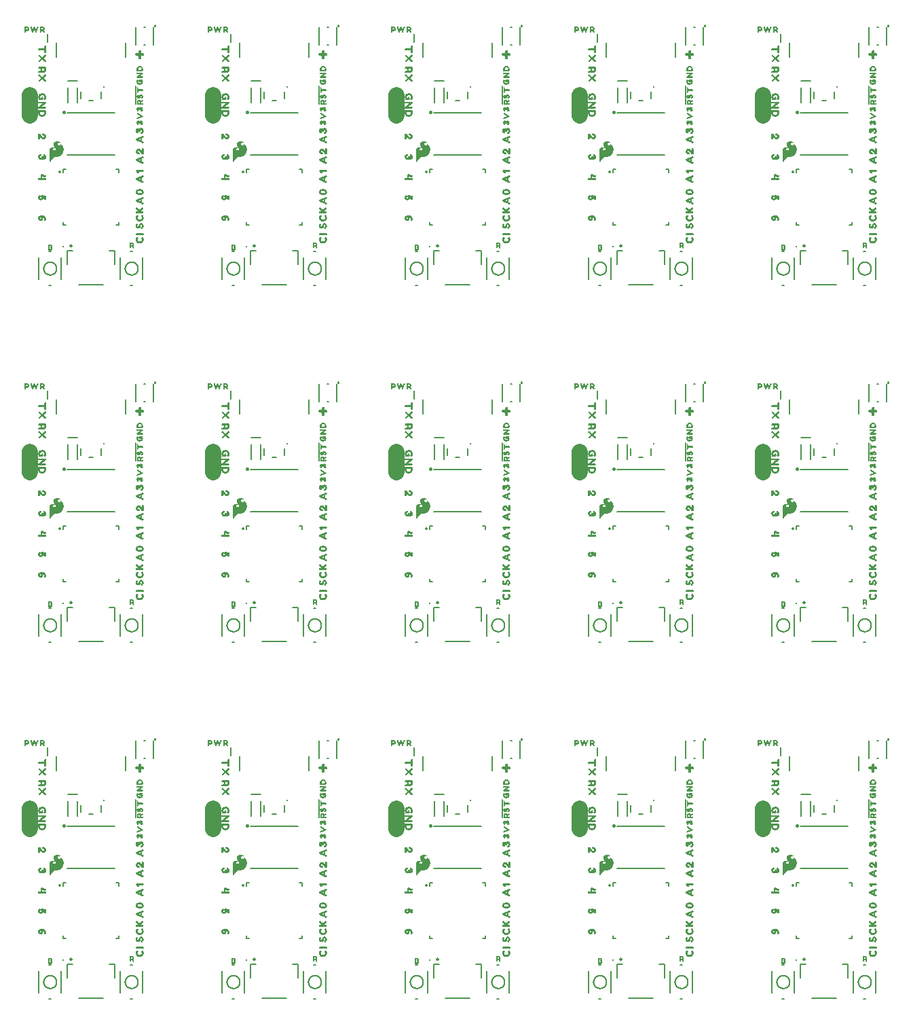
<source format=gto>
G04 EAGLE Gerber RS-274X export*
G75*
%MOMM*%
%FSLAX34Y34*%
%LPD*%
%INSilkscreen Top*%
%IPPOS*%
%AMOC8*
5,1,8,0,0,1.08239X$1,22.5*%
G01*
%ADD10C,2.032000*%
%ADD11C,0.203200*%
%ADD12C,0.254000*%
%ADD13C,0.127000*%
%ADD14C,0.152400*%
%ADD15C,0.254000*%
%ADD16C,0.323106*%
%ADD17C,0.300000*%

G36*
X723329Y602671D02*
X723329Y602671D01*
X723391Y602673D01*
X723413Y602686D01*
X723439Y602690D01*
X723510Y602738D01*
X723543Y602756D01*
X723549Y602764D01*
X723559Y602771D01*
X724059Y603271D01*
X724078Y603302D01*
X724116Y603344D01*
X724392Y603804D01*
X724859Y604271D01*
X724867Y604284D01*
X724882Y604297D01*
X725371Y604883D01*
X726559Y606071D01*
X726566Y606082D01*
X726579Y606093D01*
X727769Y607482D01*
X728726Y608438D01*
X729624Y608977D01*
X730121Y609060D01*
X731990Y609060D01*
X732016Y609066D01*
X732053Y609065D01*
X733253Y609265D01*
X733268Y609272D01*
X733290Y609273D01*
X734390Y609573D01*
X734407Y609582D01*
X734431Y609587D01*
X735431Y609987D01*
X735453Y610002D01*
X735486Y610014D01*
X736486Y610614D01*
X736506Y610634D01*
X736540Y610654D01*
X737340Y611354D01*
X737347Y611363D01*
X737359Y611371D01*
X738159Y612171D01*
X738170Y612189D01*
X738190Y612207D01*
X738890Y613107D01*
X738901Y613130D01*
X738922Y613155D01*
X739922Y614955D01*
X739933Y614991D01*
X739958Y615043D01*
X740458Y616943D01*
X740459Y616975D01*
X740470Y617018D01*
X740570Y618718D01*
X740563Y618754D01*
X740564Y618810D01*
X740264Y620410D01*
X740255Y620431D01*
X740251Y620460D01*
X739751Y621960D01*
X739732Y621991D01*
X739711Y622044D01*
X739011Y623144D01*
X738992Y623163D01*
X738974Y623193D01*
X738749Y623446D01*
X738411Y623826D01*
X738174Y624093D01*
X738142Y624115D01*
X738092Y624162D01*
X737292Y624662D01*
X737262Y624673D01*
X737242Y624687D01*
X737207Y624693D01*
X737162Y624713D01*
X737145Y624713D01*
X737128Y624718D01*
X737096Y624714D01*
X737090Y624714D01*
X737082Y624712D01*
X737059Y624709D01*
X736989Y624707D01*
X736974Y624698D01*
X736956Y624696D01*
X736926Y624676D01*
X736921Y624675D01*
X736907Y624663D01*
X736898Y624657D01*
X736837Y624624D01*
X736827Y624609D01*
X736812Y624599D01*
X736796Y624571D01*
X736788Y624565D01*
X736774Y624534D01*
X736737Y624482D01*
X736734Y624463D01*
X736726Y624449D01*
X736724Y624423D01*
X736717Y624406D01*
X736718Y624381D01*
X736710Y624340D01*
X736710Y623502D01*
X736638Y623286D01*
X736578Y623165D01*
X736385Y622972D01*
X736228Y622920D01*
X736037Y622920D01*
X735323Y623099D01*
X734981Y623270D01*
X734710Y623451D01*
X734340Y623728D01*
X733786Y624282D01*
X733443Y624796D01*
X733370Y625087D01*
X733370Y625578D01*
X733442Y625794D01*
X733520Y625949D01*
X733670Y626175D01*
X733991Y626415D01*
X734314Y626577D01*
X734765Y626667D01*
X734772Y626671D01*
X734782Y626671D01*
X735137Y626760D01*
X735600Y626760D01*
X735720Y626700D01*
X735735Y626696D01*
X735748Y626687D01*
X735882Y626661D01*
X735889Y626660D01*
X735890Y626660D01*
X735990Y626660D01*
X736015Y626666D01*
X736041Y626663D01*
X736099Y626685D01*
X736159Y626699D01*
X736179Y626716D01*
X736203Y626725D01*
X736245Y626770D01*
X736292Y626809D01*
X736303Y626833D01*
X736320Y626852D01*
X736338Y626911D01*
X736363Y626968D01*
X736362Y626993D01*
X736370Y627018D01*
X736359Y627079D01*
X736357Y627141D01*
X736344Y627163D01*
X736340Y627189D01*
X736292Y627260D01*
X736274Y627293D01*
X736266Y627299D01*
X736259Y627309D01*
X736159Y627409D01*
X736139Y627421D01*
X736118Y627444D01*
X735718Y627744D01*
X735692Y627756D01*
X735660Y627780D01*
X734260Y628480D01*
X734248Y628483D01*
X734239Y628489D01*
X734210Y628495D01*
X734173Y628511D01*
X733273Y628711D01*
X733239Y628711D01*
X733190Y628720D01*
X732190Y628720D01*
X732162Y628714D01*
X732122Y628714D01*
X731022Y628514D01*
X730987Y628499D01*
X730930Y628481D01*
X730915Y628477D01*
X730912Y628475D01*
X730908Y628474D01*
X729808Y627874D01*
X729788Y627856D01*
X729757Y627840D01*
X728857Y627140D01*
X728837Y627116D01*
X728768Y627042D01*
X728268Y626242D01*
X728256Y626208D01*
X728229Y626160D01*
X727929Y625260D01*
X727926Y625223D01*
X727910Y625140D01*
X727910Y624340D01*
X727917Y624307D01*
X727919Y624258D01*
X728119Y623358D01*
X728136Y623322D01*
X728158Y623255D01*
X728658Y622355D01*
X728680Y622331D01*
X728704Y622290D01*
X729404Y621490D01*
X729405Y621489D01*
X729406Y621487D01*
X730206Y620587D01*
X730214Y620582D01*
X730221Y620571D01*
X730863Y619929D01*
X731110Y619271D01*
X731110Y618702D01*
X730951Y618225D01*
X730630Y617824D01*
X730134Y617493D01*
X729443Y617320D01*
X728728Y617320D01*
X728299Y617406D01*
X727904Y617564D01*
X727386Y618082D01*
X727235Y618309D01*
X727170Y618502D01*
X727170Y618778D01*
X727222Y618935D01*
X727695Y619408D01*
X727910Y619479D01*
X727930Y619492D01*
X727960Y619500D01*
X728360Y619700D01*
X728389Y619724D01*
X728459Y619771D01*
X728559Y619871D01*
X728572Y619892D01*
X728591Y619908D01*
X728617Y619965D01*
X728650Y620018D01*
X728653Y620043D01*
X728663Y620066D01*
X728661Y620129D01*
X728667Y620191D01*
X728658Y620214D01*
X728657Y620239D01*
X728627Y620294D01*
X728605Y620353D01*
X728587Y620370D01*
X728575Y620392D01*
X728505Y620446D01*
X728478Y620470D01*
X728469Y620473D01*
X728460Y620480D01*
X728060Y620680D01*
X728045Y620684D01*
X728032Y620693D01*
X727898Y620719D01*
X727892Y620720D01*
X727891Y620720D01*
X727890Y620720D01*
X726690Y620720D01*
X726664Y620714D01*
X726628Y620715D01*
X726028Y620615D01*
X726022Y620613D01*
X726015Y620613D01*
X725515Y620513D01*
X725489Y620501D01*
X725449Y620493D01*
X724949Y620293D01*
X724918Y620271D01*
X724862Y620244D01*
X724462Y619944D01*
X724458Y619940D01*
X724452Y619937D01*
X723952Y619537D01*
X723935Y619514D01*
X723864Y619436D01*
X723264Y618436D01*
X723252Y618400D01*
X723224Y618344D01*
X723024Y617644D01*
X723023Y617619D01*
X723013Y617587D01*
X722913Y616787D01*
X722915Y616766D01*
X722910Y616740D01*
X722910Y603040D01*
X722916Y603015D01*
X722913Y602989D01*
X722935Y602932D01*
X722949Y602871D01*
X722966Y602851D01*
X722975Y602827D01*
X723020Y602785D01*
X723059Y602738D01*
X723083Y602727D01*
X723102Y602710D01*
X723161Y602692D01*
X723218Y602667D01*
X723243Y602668D01*
X723268Y602660D01*
X723329Y602671D01*
G37*
G36*
X951929Y602671D02*
X951929Y602671D01*
X951991Y602673D01*
X952013Y602686D01*
X952039Y602690D01*
X952110Y602738D01*
X952143Y602756D01*
X952149Y602764D01*
X952159Y602771D01*
X952659Y603271D01*
X952678Y603302D01*
X952716Y603344D01*
X952992Y603804D01*
X953459Y604271D01*
X953467Y604284D01*
X953482Y604297D01*
X953971Y604883D01*
X955159Y606071D01*
X955166Y606082D01*
X955179Y606093D01*
X956369Y607482D01*
X957326Y608438D01*
X958224Y608977D01*
X958721Y609060D01*
X960590Y609060D01*
X960616Y609066D01*
X960653Y609065D01*
X961853Y609265D01*
X961868Y609272D01*
X961890Y609273D01*
X962990Y609573D01*
X963007Y609582D01*
X963031Y609587D01*
X964031Y609987D01*
X964053Y610002D01*
X964086Y610014D01*
X965086Y610614D01*
X965106Y610634D01*
X965140Y610654D01*
X965940Y611354D01*
X965947Y611363D01*
X965959Y611371D01*
X966759Y612171D01*
X966770Y612189D01*
X966790Y612207D01*
X967490Y613107D01*
X967501Y613130D01*
X967522Y613155D01*
X968522Y614955D01*
X968533Y614991D01*
X968558Y615043D01*
X969058Y616943D01*
X969059Y616975D01*
X969070Y617018D01*
X969170Y618718D01*
X969163Y618754D01*
X969164Y618810D01*
X968864Y620410D01*
X968855Y620431D01*
X968851Y620460D01*
X968351Y621960D01*
X968332Y621991D01*
X968311Y622044D01*
X967611Y623144D01*
X967592Y623163D01*
X967574Y623193D01*
X967349Y623446D01*
X967011Y623826D01*
X966774Y624093D01*
X966742Y624115D01*
X966692Y624162D01*
X965892Y624662D01*
X965862Y624673D01*
X965842Y624687D01*
X965807Y624693D01*
X965762Y624713D01*
X965745Y624713D01*
X965728Y624718D01*
X965696Y624714D01*
X965690Y624714D01*
X965682Y624712D01*
X965659Y624709D01*
X965589Y624707D01*
X965574Y624698D01*
X965556Y624696D01*
X965526Y624676D01*
X965521Y624675D01*
X965507Y624663D01*
X965498Y624657D01*
X965437Y624624D01*
X965427Y624609D01*
X965412Y624599D01*
X965396Y624571D01*
X965388Y624565D01*
X965374Y624534D01*
X965337Y624482D01*
X965334Y624463D01*
X965326Y624449D01*
X965324Y624423D01*
X965317Y624406D01*
X965318Y624381D01*
X965310Y624340D01*
X965310Y623502D01*
X965238Y623286D01*
X965178Y623165D01*
X964985Y622972D01*
X964828Y622920D01*
X964637Y622920D01*
X963923Y623099D01*
X963581Y623270D01*
X963310Y623451D01*
X962940Y623728D01*
X962386Y624282D01*
X962043Y624796D01*
X961970Y625087D01*
X961970Y625578D01*
X962042Y625794D01*
X962120Y625949D01*
X962270Y626175D01*
X962591Y626415D01*
X962914Y626577D01*
X963365Y626667D01*
X963372Y626671D01*
X963382Y626671D01*
X963737Y626760D01*
X964200Y626760D01*
X964320Y626700D01*
X964335Y626696D01*
X964348Y626687D01*
X964482Y626661D01*
X964489Y626660D01*
X964490Y626660D01*
X964590Y626660D01*
X964615Y626666D01*
X964641Y626663D01*
X964699Y626685D01*
X964759Y626699D01*
X964779Y626716D01*
X964803Y626725D01*
X964845Y626770D01*
X964892Y626809D01*
X964903Y626833D01*
X964920Y626852D01*
X964938Y626911D01*
X964963Y626968D01*
X964962Y626993D01*
X964970Y627018D01*
X964959Y627079D01*
X964957Y627141D01*
X964944Y627163D01*
X964940Y627189D01*
X964892Y627260D01*
X964874Y627293D01*
X964866Y627299D01*
X964859Y627309D01*
X964759Y627409D01*
X964739Y627421D01*
X964718Y627444D01*
X964318Y627744D01*
X964292Y627756D01*
X964260Y627780D01*
X962860Y628480D01*
X962848Y628483D01*
X962839Y628489D01*
X962810Y628495D01*
X962773Y628511D01*
X961873Y628711D01*
X961839Y628711D01*
X961790Y628720D01*
X960790Y628720D01*
X960762Y628714D01*
X960722Y628714D01*
X959622Y628514D01*
X959587Y628499D01*
X959530Y628481D01*
X959515Y628477D01*
X959512Y628475D01*
X959508Y628474D01*
X958408Y627874D01*
X958388Y627856D01*
X958357Y627840D01*
X957457Y627140D01*
X957437Y627116D01*
X957368Y627042D01*
X956868Y626242D01*
X956856Y626208D01*
X956829Y626160D01*
X956529Y625260D01*
X956526Y625223D01*
X956510Y625140D01*
X956510Y624340D01*
X956517Y624307D01*
X956519Y624258D01*
X956719Y623358D01*
X956736Y623322D01*
X956758Y623255D01*
X957258Y622355D01*
X957280Y622331D01*
X957304Y622290D01*
X958004Y621490D01*
X958005Y621489D01*
X958006Y621487D01*
X958806Y620587D01*
X958814Y620582D01*
X958821Y620571D01*
X959463Y619929D01*
X959710Y619271D01*
X959710Y618702D01*
X959551Y618225D01*
X959230Y617824D01*
X958734Y617493D01*
X958043Y617320D01*
X957328Y617320D01*
X956899Y617406D01*
X956504Y617564D01*
X955986Y618082D01*
X955835Y618309D01*
X955770Y618502D01*
X955770Y618778D01*
X955822Y618935D01*
X956295Y619408D01*
X956510Y619479D01*
X956530Y619492D01*
X956560Y619500D01*
X956960Y619700D01*
X956989Y619724D01*
X957059Y619771D01*
X957159Y619871D01*
X957172Y619892D01*
X957191Y619908D01*
X957217Y619965D01*
X957250Y620018D01*
X957253Y620043D01*
X957263Y620066D01*
X957261Y620129D01*
X957267Y620191D01*
X957258Y620214D01*
X957257Y620239D01*
X957227Y620294D01*
X957205Y620353D01*
X957187Y620370D01*
X957175Y620392D01*
X957105Y620446D01*
X957078Y620470D01*
X957069Y620473D01*
X957060Y620480D01*
X956660Y620680D01*
X956645Y620684D01*
X956632Y620693D01*
X956498Y620719D01*
X956492Y620720D01*
X956491Y620720D01*
X956490Y620720D01*
X955290Y620720D01*
X955264Y620714D01*
X955228Y620715D01*
X954628Y620615D01*
X954622Y620613D01*
X954615Y620613D01*
X954115Y620513D01*
X954089Y620501D01*
X954049Y620493D01*
X953549Y620293D01*
X953518Y620271D01*
X953462Y620244D01*
X953062Y619944D01*
X953058Y619940D01*
X953052Y619937D01*
X952552Y619537D01*
X952535Y619514D01*
X952464Y619436D01*
X951864Y618436D01*
X951852Y618400D01*
X951824Y618344D01*
X951624Y617644D01*
X951623Y617619D01*
X951613Y617587D01*
X951513Y616787D01*
X951515Y616766D01*
X951510Y616740D01*
X951510Y603040D01*
X951516Y603015D01*
X951513Y602989D01*
X951535Y602932D01*
X951549Y602871D01*
X951566Y602851D01*
X951575Y602827D01*
X951620Y602785D01*
X951659Y602738D01*
X951683Y602727D01*
X951702Y602710D01*
X951761Y602692D01*
X951818Y602667D01*
X951843Y602668D01*
X951868Y602660D01*
X951929Y602671D01*
G37*
G36*
X266129Y602671D02*
X266129Y602671D01*
X266191Y602673D01*
X266213Y602686D01*
X266239Y602690D01*
X266310Y602738D01*
X266343Y602756D01*
X266349Y602764D01*
X266359Y602771D01*
X266859Y603271D01*
X266878Y603302D01*
X266916Y603344D01*
X267192Y603804D01*
X267659Y604271D01*
X267667Y604284D01*
X267682Y604297D01*
X268171Y604883D01*
X269359Y606071D01*
X269366Y606082D01*
X269379Y606093D01*
X270569Y607482D01*
X271526Y608438D01*
X272424Y608977D01*
X272921Y609060D01*
X274790Y609060D01*
X274816Y609066D01*
X274853Y609065D01*
X276053Y609265D01*
X276068Y609272D01*
X276090Y609273D01*
X277190Y609573D01*
X277207Y609582D01*
X277231Y609587D01*
X278231Y609987D01*
X278253Y610002D01*
X278286Y610014D01*
X279286Y610614D01*
X279306Y610634D01*
X279340Y610654D01*
X280140Y611354D01*
X280147Y611363D01*
X280159Y611371D01*
X280959Y612171D01*
X280970Y612189D01*
X280990Y612207D01*
X281690Y613107D01*
X281701Y613130D01*
X281722Y613155D01*
X282722Y614955D01*
X282733Y614991D01*
X282758Y615043D01*
X283258Y616943D01*
X283259Y616975D01*
X283270Y617018D01*
X283370Y618718D01*
X283363Y618754D01*
X283364Y618810D01*
X283064Y620410D01*
X283055Y620431D01*
X283051Y620460D01*
X282551Y621960D01*
X282532Y621991D01*
X282511Y622044D01*
X281811Y623144D01*
X281792Y623163D01*
X281774Y623193D01*
X281549Y623446D01*
X281211Y623826D01*
X280974Y624093D01*
X280942Y624115D01*
X280892Y624162D01*
X280092Y624662D01*
X280062Y624673D01*
X280042Y624687D01*
X280007Y624693D01*
X279962Y624713D01*
X279945Y624713D01*
X279928Y624718D01*
X279896Y624714D01*
X279890Y624714D01*
X279882Y624712D01*
X279859Y624709D01*
X279789Y624707D01*
X279774Y624698D01*
X279756Y624696D01*
X279726Y624676D01*
X279721Y624675D01*
X279707Y624663D01*
X279698Y624657D01*
X279637Y624624D01*
X279627Y624609D01*
X279612Y624599D01*
X279596Y624571D01*
X279588Y624565D01*
X279574Y624534D01*
X279537Y624482D01*
X279534Y624463D01*
X279526Y624449D01*
X279524Y624423D01*
X279517Y624406D01*
X279518Y624381D01*
X279510Y624340D01*
X279510Y623502D01*
X279438Y623286D01*
X279378Y623165D01*
X279185Y622972D01*
X279028Y622920D01*
X278837Y622920D01*
X278123Y623099D01*
X277781Y623270D01*
X277510Y623451D01*
X277140Y623728D01*
X276586Y624282D01*
X276243Y624796D01*
X276170Y625087D01*
X276170Y625578D01*
X276242Y625794D01*
X276320Y625949D01*
X276470Y626175D01*
X276791Y626415D01*
X277114Y626577D01*
X277565Y626667D01*
X277572Y626671D01*
X277582Y626671D01*
X277937Y626760D01*
X278400Y626760D01*
X278520Y626700D01*
X278535Y626696D01*
X278548Y626687D01*
X278682Y626661D01*
X278689Y626660D01*
X278690Y626660D01*
X278790Y626660D01*
X278815Y626666D01*
X278841Y626663D01*
X278899Y626685D01*
X278959Y626699D01*
X278979Y626716D01*
X279003Y626725D01*
X279045Y626770D01*
X279092Y626809D01*
X279103Y626833D01*
X279120Y626852D01*
X279138Y626911D01*
X279163Y626968D01*
X279162Y626993D01*
X279170Y627018D01*
X279159Y627079D01*
X279157Y627141D01*
X279144Y627163D01*
X279140Y627189D01*
X279092Y627260D01*
X279074Y627293D01*
X279066Y627299D01*
X279059Y627309D01*
X278959Y627409D01*
X278939Y627421D01*
X278918Y627444D01*
X278518Y627744D01*
X278492Y627756D01*
X278460Y627780D01*
X277060Y628480D01*
X277048Y628483D01*
X277039Y628489D01*
X277010Y628495D01*
X276973Y628511D01*
X276073Y628711D01*
X276039Y628711D01*
X275990Y628720D01*
X274990Y628720D01*
X274962Y628714D01*
X274922Y628714D01*
X273822Y628514D01*
X273787Y628499D01*
X273730Y628481D01*
X273715Y628477D01*
X273712Y628475D01*
X273708Y628474D01*
X272608Y627874D01*
X272588Y627856D01*
X272557Y627840D01*
X271657Y627140D01*
X271637Y627116D01*
X271568Y627042D01*
X271068Y626242D01*
X271056Y626208D01*
X271029Y626160D01*
X270729Y625260D01*
X270726Y625223D01*
X270710Y625140D01*
X270710Y624340D01*
X270717Y624307D01*
X270719Y624258D01*
X270919Y623358D01*
X270936Y623322D01*
X270958Y623255D01*
X271458Y622355D01*
X271480Y622331D01*
X271504Y622290D01*
X272204Y621490D01*
X272205Y621489D01*
X272206Y621487D01*
X273006Y620587D01*
X273014Y620582D01*
X273021Y620571D01*
X273663Y619929D01*
X273910Y619271D01*
X273910Y618702D01*
X273751Y618225D01*
X273430Y617824D01*
X272934Y617493D01*
X272243Y617320D01*
X271528Y617320D01*
X271099Y617406D01*
X270704Y617564D01*
X270186Y618082D01*
X270035Y618309D01*
X269970Y618502D01*
X269970Y618778D01*
X270022Y618935D01*
X270495Y619408D01*
X270710Y619479D01*
X270730Y619492D01*
X270760Y619500D01*
X271160Y619700D01*
X271189Y619724D01*
X271259Y619771D01*
X271359Y619871D01*
X271372Y619892D01*
X271391Y619908D01*
X271417Y619965D01*
X271450Y620018D01*
X271453Y620043D01*
X271463Y620066D01*
X271461Y620129D01*
X271467Y620191D01*
X271458Y620214D01*
X271457Y620239D01*
X271427Y620294D01*
X271405Y620353D01*
X271387Y620370D01*
X271375Y620392D01*
X271305Y620446D01*
X271278Y620470D01*
X271269Y620473D01*
X271260Y620480D01*
X270860Y620680D01*
X270845Y620684D01*
X270832Y620693D01*
X270698Y620719D01*
X270692Y620720D01*
X270691Y620720D01*
X270690Y620720D01*
X269490Y620720D01*
X269464Y620714D01*
X269428Y620715D01*
X268828Y620615D01*
X268822Y620613D01*
X268815Y620613D01*
X268315Y620513D01*
X268289Y620501D01*
X268249Y620493D01*
X267749Y620293D01*
X267718Y620271D01*
X267662Y620244D01*
X267262Y619944D01*
X267258Y619940D01*
X267252Y619937D01*
X266752Y619537D01*
X266735Y619514D01*
X266664Y619436D01*
X266064Y618436D01*
X266052Y618400D01*
X266024Y618344D01*
X265824Y617644D01*
X265823Y617619D01*
X265813Y617587D01*
X265713Y616787D01*
X265715Y616766D01*
X265710Y616740D01*
X265710Y603040D01*
X265716Y603015D01*
X265713Y602989D01*
X265735Y602932D01*
X265749Y602871D01*
X265766Y602851D01*
X265775Y602827D01*
X265820Y602785D01*
X265859Y602738D01*
X265883Y602727D01*
X265902Y602710D01*
X265961Y602692D01*
X266018Y602667D01*
X266043Y602668D01*
X266068Y602660D01*
X266129Y602671D01*
G37*
G36*
X37529Y602671D02*
X37529Y602671D01*
X37591Y602673D01*
X37613Y602686D01*
X37639Y602690D01*
X37710Y602738D01*
X37743Y602756D01*
X37749Y602764D01*
X37759Y602771D01*
X38259Y603271D01*
X38278Y603302D01*
X38316Y603344D01*
X38592Y603804D01*
X39059Y604271D01*
X39067Y604284D01*
X39082Y604297D01*
X39571Y604883D01*
X40759Y606071D01*
X40766Y606082D01*
X40779Y606093D01*
X41969Y607482D01*
X42926Y608438D01*
X43824Y608977D01*
X44321Y609060D01*
X46190Y609060D01*
X46216Y609066D01*
X46253Y609065D01*
X47453Y609265D01*
X47468Y609272D01*
X47490Y609273D01*
X48590Y609573D01*
X48607Y609582D01*
X48631Y609587D01*
X49631Y609987D01*
X49653Y610002D01*
X49686Y610014D01*
X50686Y610614D01*
X50706Y610634D01*
X50740Y610654D01*
X51540Y611354D01*
X51547Y611363D01*
X51559Y611371D01*
X52359Y612171D01*
X52370Y612189D01*
X52390Y612207D01*
X53090Y613107D01*
X53101Y613130D01*
X53122Y613155D01*
X54122Y614955D01*
X54133Y614991D01*
X54158Y615043D01*
X54658Y616943D01*
X54659Y616975D01*
X54670Y617018D01*
X54770Y618718D01*
X54763Y618754D01*
X54764Y618810D01*
X54464Y620410D01*
X54455Y620431D01*
X54451Y620460D01*
X53951Y621960D01*
X53932Y621991D01*
X53911Y622044D01*
X53211Y623144D01*
X53192Y623163D01*
X53174Y623193D01*
X52949Y623446D01*
X52611Y623826D01*
X52374Y624093D01*
X52342Y624115D01*
X52292Y624162D01*
X51492Y624662D01*
X51462Y624673D01*
X51442Y624687D01*
X51407Y624693D01*
X51362Y624713D01*
X51345Y624713D01*
X51328Y624718D01*
X51296Y624714D01*
X51290Y624714D01*
X51282Y624712D01*
X51259Y624709D01*
X51189Y624707D01*
X51174Y624698D01*
X51156Y624696D01*
X51126Y624676D01*
X51121Y624675D01*
X51107Y624663D01*
X51098Y624657D01*
X51037Y624624D01*
X51027Y624609D01*
X51012Y624599D01*
X50996Y624571D01*
X50988Y624565D01*
X50974Y624534D01*
X50937Y624482D01*
X50934Y624463D01*
X50926Y624449D01*
X50924Y624423D01*
X50917Y624406D01*
X50918Y624381D01*
X50910Y624340D01*
X50910Y623502D01*
X50838Y623286D01*
X50778Y623165D01*
X50585Y622972D01*
X50428Y622920D01*
X50237Y622920D01*
X49523Y623099D01*
X49181Y623270D01*
X48910Y623451D01*
X48540Y623728D01*
X47986Y624282D01*
X47643Y624796D01*
X47570Y625087D01*
X47570Y625578D01*
X47642Y625794D01*
X47720Y625949D01*
X47870Y626175D01*
X48191Y626415D01*
X48514Y626577D01*
X48965Y626667D01*
X48972Y626671D01*
X48982Y626671D01*
X49337Y626760D01*
X49800Y626760D01*
X49920Y626700D01*
X49935Y626696D01*
X49948Y626687D01*
X50082Y626661D01*
X50089Y626660D01*
X50090Y626660D01*
X50190Y626660D01*
X50215Y626666D01*
X50241Y626663D01*
X50299Y626685D01*
X50359Y626699D01*
X50379Y626716D01*
X50403Y626725D01*
X50445Y626770D01*
X50492Y626809D01*
X50503Y626833D01*
X50520Y626852D01*
X50538Y626911D01*
X50563Y626968D01*
X50562Y626993D01*
X50570Y627018D01*
X50559Y627079D01*
X50557Y627141D01*
X50544Y627163D01*
X50540Y627189D01*
X50492Y627260D01*
X50474Y627293D01*
X50466Y627299D01*
X50459Y627309D01*
X50359Y627409D01*
X50339Y627421D01*
X50318Y627444D01*
X49918Y627744D01*
X49892Y627756D01*
X49860Y627780D01*
X48460Y628480D01*
X48448Y628483D01*
X48439Y628489D01*
X48410Y628495D01*
X48373Y628511D01*
X47473Y628711D01*
X47439Y628711D01*
X47390Y628720D01*
X46390Y628720D01*
X46362Y628714D01*
X46322Y628714D01*
X45222Y628514D01*
X45187Y628499D01*
X45130Y628481D01*
X45115Y628477D01*
X45112Y628475D01*
X45108Y628474D01*
X44008Y627874D01*
X43988Y627856D01*
X43957Y627840D01*
X43057Y627140D01*
X43037Y627116D01*
X42968Y627042D01*
X42468Y626242D01*
X42456Y626208D01*
X42429Y626160D01*
X42129Y625260D01*
X42126Y625223D01*
X42110Y625140D01*
X42110Y624340D01*
X42117Y624307D01*
X42119Y624258D01*
X42319Y623358D01*
X42336Y623322D01*
X42358Y623255D01*
X42858Y622355D01*
X42880Y622331D01*
X42904Y622290D01*
X43604Y621490D01*
X43605Y621489D01*
X43606Y621487D01*
X44406Y620587D01*
X44414Y620582D01*
X44421Y620571D01*
X45063Y619929D01*
X45310Y619271D01*
X45310Y618702D01*
X45151Y618225D01*
X44830Y617824D01*
X44334Y617493D01*
X43643Y617320D01*
X42928Y617320D01*
X42499Y617406D01*
X42104Y617564D01*
X41586Y618082D01*
X41435Y618309D01*
X41370Y618502D01*
X41370Y618778D01*
X41422Y618935D01*
X41895Y619408D01*
X42110Y619479D01*
X42130Y619492D01*
X42160Y619500D01*
X42560Y619700D01*
X42589Y619724D01*
X42659Y619771D01*
X42759Y619871D01*
X42772Y619892D01*
X42791Y619908D01*
X42817Y619965D01*
X42850Y620018D01*
X42853Y620043D01*
X42863Y620066D01*
X42861Y620129D01*
X42867Y620191D01*
X42858Y620214D01*
X42857Y620239D01*
X42827Y620294D01*
X42805Y620353D01*
X42787Y620370D01*
X42775Y620392D01*
X42705Y620446D01*
X42678Y620470D01*
X42669Y620473D01*
X42660Y620480D01*
X42260Y620680D01*
X42245Y620684D01*
X42232Y620693D01*
X42098Y620719D01*
X42092Y620720D01*
X42091Y620720D01*
X42090Y620720D01*
X40890Y620720D01*
X40864Y620714D01*
X40828Y620715D01*
X40228Y620615D01*
X40222Y620613D01*
X40215Y620613D01*
X39715Y620513D01*
X39689Y620501D01*
X39649Y620493D01*
X39149Y620293D01*
X39118Y620271D01*
X39062Y620244D01*
X38662Y619944D01*
X38658Y619940D01*
X38652Y619937D01*
X38152Y619537D01*
X38135Y619514D01*
X38064Y619436D01*
X37464Y618436D01*
X37452Y618400D01*
X37424Y618344D01*
X37224Y617644D01*
X37223Y617619D01*
X37213Y617587D01*
X37113Y616787D01*
X37115Y616766D01*
X37110Y616740D01*
X37110Y603040D01*
X37116Y603015D01*
X37113Y602989D01*
X37135Y602932D01*
X37149Y602871D01*
X37166Y602851D01*
X37175Y602827D01*
X37220Y602785D01*
X37259Y602738D01*
X37283Y602727D01*
X37302Y602710D01*
X37361Y602692D01*
X37418Y602667D01*
X37443Y602668D01*
X37468Y602660D01*
X37529Y602671D01*
G37*
G36*
X494729Y602671D02*
X494729Y602671D01*
X494791Y602673D01*
X494813Y602686D01*
X494839Y602690D01*
X494910Y602738D01*
X494943Y602756D01*
X494949Y602764D01*
X494959Y602771D01*
X495459Y603271D01*
X495478Y603302D01*
X495516Y603344D01*
X495792Y603804D01*
X496259Y604271D01*
X496267Y604284D01*
X496282Y604297D01*
X496771Y604883D01*
X497959Y606071D01*
X497966Y606082D01*
X497979Y606093D01*
X499169Y607482D01*
X500126Y608438D01*
X501024Y608977D01*
X501521Y609060D01*
X503390Y609060D01*
X503416Y609066D01*
X503453Y609065D01*
X504653Y609265D01*
X504668Y609272D01*
X504690Y609273D01*
X505790Y609573D01*
X505807Y609582D01*
X505831Y609587D01*
X506831Y609987D01*
X506853Y610002D01*
X506886Y610014D01*
X507886Y610614D01*
X507906Y610634D01*
X507940Y610654D01*
X508740Y611354D01*
X508747Y611363D01*
X508759Y611371D01*
X509559Y612171D01*
X509570Y612189D01*
X509590Y612207D01*
X510290Y613107D01*
X510301Y613130D01*
X510322Y613155D01*
X511322Y614955D01*
X511333Y614991D01*
X511358Y615043D01*
X511858Y616943D01*
X511859Y616975D01*
X511870Y617018D01*
X511970Y618718D01*
X511963Y618754D01*
X511964Y618810D01*
X511664Y620410D01*
X511655Y620431D01*
X511651Y620460D01*
X511151Y621960D01*
X511132Y621991D01*
X511111Y622044D01*
X510411Y623144D01*
X510392Y623163D01*
X510374Y623193D01*
X510149Y623446D01*
X509811Y623826D01*
X509574Y624093D01*
X509542Y624115D01*
X509492Y624162D01*
X508692Y624662D01*
X508662Y624673D01*
X508642Y624687D01*
X508607Y624693D01*
X508562Y624713D01*
X508545Y624713D01*
X508528Y624718D01*
X508496Y624714D01*
X508490Y624714D01*
X508482Y624712D01*
X508459Y624709D01*
X508389Y624707D01*
X508374Y624698D01*
X508356Y624696D01*
X508326Y624676D01*
X508321Y624675D01*
X508307Y624663D01*
X508298Y624657D01*
X508237Y624624D01*
X508227Y624609D01*
X508212Y624599D01*
X508196Y624571D01*
X508188Y624565D01*
X508174Y624534D01*
X508137Y624482D01*
X508134Y624463D01*
X508126Y624449D01*
X508124Y624423D01*
X508117Y624406D01*
X508118Y624381D01*
X508110Y624340D01*
X508110Y623502D01*
X508038Y623286D01*
X507978Y623165D01*
X507785Y622972D01*
X507628Y622920D01*
X507437Y622920D01*
X506723Y623099D01*
X506381Y623270D01*
X506110Y623451D01*
X505740Y623728D01*
X505186Y624282D01*
X504843Y624796D01*
X504770Y625087D01*
X504770Y625578D01*
X504842Y625794D01*
X504920Y625949D01*
X505070Y626175D01*
X505391Y626415D01*
X505714Y626577D01*
X506165Y626667D01*
X506172Y626671D01*
X506182Y626671D01*
X506537Y626760D01*
X507000Y626760D01*
X507120Y626700D01*
X507135Y626696D01*
X507148Y626687D01*
X507282Y626661D01*
X507289Y626660D01*
X507290Y626660D01*
X507390Y626660D01*
X507415Y626666D01*
X507441Y626663D01*
X507499Y626685D01*
X507559Y626699D01*
X507579Y626716D01*
X507603Y626725D01*
X507645Y626770D01*
X507692Y626809D01*
X507703Y626833D01*
X507720Y626852D01*
X507738Y626911D01*
X507763Y626968D01*
X507762Y626993D01*
X507770Y627018D01*
X507759Y627079D01*
X507757Y627141D01*
X507744Y627163D01*
X507740Y627189D01*
X507692Y627260D01*
X507674Y627293D01*
X507666Y627299D01*
X507659Y627309D01*
X507559Y627409D01*
X507539Y627421D01*
X507518Y627444D01*
X507118Y627744D01*
X507092Y627756D01*
X507060Y627780D01*
X505660Y628480D01*
X505648Y628483D01*
X505639Y628489D01*
X505610Y628495D01*
X505573Y628511D01*
X504673Y628711D01*
X504639Y628711D01*
X504590Y628720D01*
X503590Y628720D01*
X503562Y628714D01*
X503522Y628714D01*
X502422Y628514D01*
X502387Y628499D01*
X502330Y628481D01*
X502315Y628477D01*
X502312Y628475D01*
X502308Y628474D01*
X501208Y627874D01*
X501188Y627856D01*
X501157Y627840D01*
X500257Y627140D01*
X500237Y627116D01*
X500168Y627042D01*
X499668Y626242D01*
X499656Y626208D01*
X499629Y626160D01*
X499329Y625260D01*
X499326Y625223D01*
X499310Y625140D01*
X499310Y624340D01*
X499317Y624307D01*
X499319Y624258D01*
X499519Y623358D01*
X499536Y623322D01*
X499558Y623255D01*
X500058Y622355D01*
X500080Y622331D01*
X500104Y622290D01*
X500804Y621490D01*
X500805Y621489D01*
X500806Y621487D01*
X501606Y620587D01*
X501614Y620582D01*
X501621Y620571D01*
X502263Y619929D01*
X502510Y619271D01*
X502510Y618702D01*
X502351Y618225D01*
X502030Y617824D01*
X501534Y617493D01*
X500843Y617320D01*
X500128Y617320D01*
X499699Y617406D01*
X499304Y617564D01*
X498786Y618082D01*
X498635Y618309D01*
X498570Y618502D01*
X498570Y618778D01*
X498622Y618935D01*
X499095Y619408D01*
X499310Y619479D01*
X499330Y619492D01*
X499360Y619500D01*
X499760Y619700D01*
X499789Y619724D01*
X499859Y619771D01*
X499959Y619871D01*
X499972Y619892D01*
X499991Y619908D01*
X500017Y619965D01*
X500050Y620018D01*
X500053Y620043D01*
X500063Y620066D01*
X500061Y620129D01*
X500067Y620191D01*
X500058Y620214D01*
X500057Y620239D01*
X500027Y620294D01*
X500005Y620353D01*
X499987Y620370D01*
X499975Y620392D01*
X499905Y620446D01*
X499878Y620470D01*
X499869Y620473D01*
X499860Y620480D01*
X499460Y620680D01*
X499445Y620684D01*
X499432Y620693D01*
X499298Y620719D01*
X499292Y620720D01*
X499291Y620720D01*
X499290Y620720D01*
X498090Y620720D01*
X498064Y620714D01*
X498028Y620715D01*
X497428Y620615D01*
X497422Y620613D01*
X497415Y620613D01*
X496915Y620513D01*
X496889Y620501D01*
X496849Y620493D01*
X496349Y620293D01*
X496318Y620271D01*
X496262Y620244D01*
X495862Y619944D01*
X495858Y619940D01*
X495852Y619937D01*
X495352Y619537D01*
X495335Y619514D01*
X495264Y619436D01*
X494664Y618436D01*
X494652Y618400D01*
X494624Y618344D01*
X494424Y617644D01*
X494423Y617619D01*
X494413Y617587D01*
X494313Y616787D01*
X494315Y616766D01*
X494310Y616740D01*
X494310Y603040D01*
X494316Y603015D01*
X494313Y602989D01*
X494335Y602932D01*
X494349Y602871D01*
X494366Y602851D01*
X494375Y602827D01*
X494420Y602785D01*
X494459Y602738D01*
X494483Y602727D01*
X494502Y602710D01*
X494561Y602692D01*
X494618Y602667D01*
X494643Y602668D01*
X494668Y602660D01*
X494729Y602671D01*
G37*
G36*
X951929Y1047171D02*
X951929Y1047171D01*
X951991Y1047173D01*
X952013Y1047186D01*
X952039Y1047190D01*
X952110Y1047238D01*
X952143Y1047256D01*
X952149Y1047264D01*
X952159Y1047271D01*
X952659Y1047771D01*
X952678Y1047802D01*
X952716Y1047844D01*
X952992Y1048304D01*
X953459Y1048771D01*
X953467Y1048784D01*
X953482Y1048797D01*
X953971Y1049383D01*
X955159Y1050571D01*
X955166Y1050582D01*
X955179Y1050593D01*
X956369Y1051982D01*
X957326Y1052938D01*
X958224Y1053477D01*
X958721Y1053560D01*
X960590Y1053560D01*
X960616Y1053566D01*
X960653Y1053565D01*
X961853Y1053765D01*
X961868Y1053772D01*
X961890Y1053773D01*
X962990Y1054073D01*
X963007Y1054082D01*
X963031Y1054087D01*
X964031Y1054487D01*
X964053Y1054502D01*
X964086Y1054514D01*
X965086Y1055114D01*
X965106Y1055134D01*
X965140Y1055154D01*
X965940Y1055854D01*
X965947Y1055863D01*
X965959Y1055871D01*
X966759Y1056671D01*
X966770Y1056689D01*
X966790Y1056707D01*
X967490Y1057607D01*
X967501Y1057630D01*
X967522Y1057655D01*
X968522Y1059455D01*
X968533Y1059491D01*
X968558Y1059543D01*
X969058Y1061443D01*
X969059Y1061475D01*
X969070Y1061518D01*
X969170Y1063218D01*
X969163Y1063254D01*
X969164Y1063310D01*
X968864Y1064910D01*
X968855Y1064931D01*
X968851Y1064960D01*
X968351Y1066460D01*
X968332Y1066491D01*
X968311Y1066544D01*
X967611Y1067644D01*
X967592Y1067663D01*
X967574Y1067693D01*
X967349Y1067946D01*
X967011Y1068326D01*
X966774Y1068593D01*
X966742Y1068615D01*
X966692Y1068662D01*
X965892Y1069162D01*
X965862Y1069173D01*
X965842Y1069187D01*
X965807Y1069193D01*
X965762Y1069213D01*
X965745Y1069213D01*
X965728Y1069218D01*
X965696Y1069214D01*
X965690Y1069214D01*
X965682Y1069212D01*
X965659Y1069209D01*
X965589Y1069207D01*
X965574Y1069198D01*
X965556Y1069196D01*
X965526Y1069176D01*
X965521Y1069175D01*
X965507Y1069163D01*
X965498Y1069157D01*
X965437Y1069124D01*
X965427Y1069109D01*
X965412Y1069099D01*
X965396Y1069071D01*
X965388Y1069065D01*
X965374Y1069034D01*
X965337Y1068982D01*
X965334Y1068963D01*
X965326Y1068949D01*
X965324Y1068923D01*
X965317Y1068906D01*
X965318Y1068881D01*
X965310Y1068840D01*
X965310Y1068002D01*
X965238Y1067786D01*
X965178Y1067665D01*
X964985Y1067472D01*
X964828Y1067420D01*
X964637Y1067420D01*
X963923Y1067599D01*
X963581Y1067770D01*
X963310Y1067951D01*
X962940Y1068228D01*
X962386Y1068782D01*
X962043Y1069296D01*
X961970Y1069587D01*
X961970Y1070078D01*
X962042Y1070294D01*
X962120Y1070449D01*
X962270Y1070675D01*
X962591Y1070915D01*
X962914Y1071077D01*
X963365Y1071167D01*
X963372Y1071171D01*
X963382Y1071171D01*
X963737Y1071260D01*
X964200Y1071260D01*
X964320Y1071200D01*
X964335Y1071196D01*
X964348Y1071187D01*
X964482Y1071161D01*
X964489Y1071160D01*
X964490Y1071160D01*
X964590Y1071160D01*
X964615Y1071166D01*
X964641Y1071163D01*
X964699Y1071185D01*
X964759Y1071199D01*
X964779Y1071216D01*
X964803Y1071225D01*
X964845Y1071270D01*
X964892Y1071309D01*
X964903Y1071333D01*
X964920Y1071352D01*
X964938Y1071411D01*
X964963Y1071468D01*
X964962Y1071493D01*
X964970Y1071518D01*
X964959Y1071579D01*
X964957Y1071641D01*
X964944Y1071663D01*
X964940Y1071689D01*
X964892Y1071760D01*
X964874Y1071793D01*
X964866Y1071799D01*
X964859Y1071809D01*
X964759Y1071909D01*
X964739Y1071921D01*
X964718Y1071944D01*
X964318Y1072244D01*
X964292Y1072256D01*
X964260Y1072280D01*
X962860Y1072980D01*
X962848Y1072983D01*
X962839Y1072989D01*
X962810Y1072995D01*
X962773Y1073011D01*
X961873Y1073211D01*
X961839Y1073211D01*
X961790Y1073220D01*
X960790Y1073220D01*
X960762Y1073214D01*
X960722Y1073214D01*
X959622Y1073014D01*
X959587Y1072999D01*
X959530Y1072981D01*
X959515Y1072977D01*
X959512Y1072975D01*
X959508Y1072974D01*
X958408Y1072374D01*
X958388Y1072356D01*
X958357Y1072340D01*
X957457Y1071640D01*
X957437Y1071616D01*
X957368Y1071542D01*
X956868Y1070742D01*
X956856Y1070708D01*
X956829Y1070660D01*
X956529Y1069760D01*
X956526Y1069723D01*
X956510Y1069640D01*
X956510Y1068840D01*
X956517Y1068807D01*
X956519Y1068758D01*
X956719Y1067858D01*
X956736Y1067822D01*
X956758Y1067755D01*
X957258Y1066855D01*
X957280Y1066831D01*
X957304Y1066790D01*
X958004Y1065990D01*
X958005Y1065989D01*
X958006Y1065987D01*
X958806Y1065087D01*
X958814Y1065082D01*
X958821Y1065071D01*
X959463Y1064429D01*
X959710Y1063771D01*
X959710Y1063202D01*
X959551Y1062725D01*
X959230Y1062324D01*
X958734Y1061993D01*
X958043Y1061820D01*
X957328Y1061820D01*
X956899Y1061906D01*
X956504Y1062064D01*
X955986Y1062582D01*
X955835Y1062809D01*
X955770Y1063002D01*
X955770Y1063278D01*
X955822Y1063435D01*
X956295Y1063908D01*
X956510Y1063979D01*
X956530Y1063992D01*
X956560Y1064000D01*
X956960Y1064200D01*
X956989Y1064224D01*
X957059Y1064271D01*
X957159Y1064371D01*
X957172Y1064392D01*
X957191Y1064408D01*
X957217Y1064465D01*
X957250Y1064518D01*
X957253Y1064543D01*
X957263Y1064566D01*
X957261Y1064629D01*
X957267Y1064691D01*
X957258Y1064714D01*
X957257Y1064739D01*
X957227Y1064794D01*
X957205Y1064853D01*
X957187Y1064870D01*
X957175Y1064892D01*
X957105Y1064946D01*
X957078Y1064970D01*
X957069Y1064973D01*
X957060Y1064980D01*
X956660Y1065180D01*
X956645Y1065184D01*
X956632Y1065193D01*
X956498Y1065219D01*
X956492Y1065220D01*
X956491Y1065220D01*
X956490Y1065220D01*
X955290Y1065220D01*
X955264Y1065214D01*
X955228Y1065215D01*
X954628Y1065115D01*
X954622Y1065113D01*
X954615Y1065113D01*
X954115Y1065013D01*
X954089Y1065001D01*
X954049Y1064993D01*
X953549Y1064793D01*
X953518Y1064771D01*
X953462Y1064744D01*
X953062Y1064444D01*
X953058Y1064440D01*
X953052Y1064437D01*
X952552Y1064037D01*
X952535Y1064014D01*
X952464Y1063936D01*
X951864Y1062936D01*
X951852Y1062900D01*
X951824Y1062844D01*
X951624Y1062144D01*
X951623Y1062119D01*
X951613Y1062087D01*
X951513Y1061287D01*
X951515Y1061266D01*
X951510Y1061240D01*
X951510Y1047540D01*
X951516Y1047515D01*
X951513Y1047489D01*
X951535Y1047432D01*
X951549Y1047371D01*
X951566Y1047351D01*
X951575Y1047327D01*
X951620Y1047285D01*
X951659Y1047238D01*
X951683Y1047227D01*
X951702Y1047210D01*
X951761Y1047192D01*
X951818Y1047167D01*
X951843Y1047168D01*
X951868Y1047160D01*
X951929Y1047171D01*
G37*
G36*
X951929Y158171D02*
X951929Y158171D01*
X951991Y158173D01*
X952013Y158186D01*
X952039Y158190D01*
X952110Y158238D01*
X952143Y158256D01*
X952149Y158264D01*
X952159Y158271D01*
X952659Y158771D01*
X952678Y158802D01*
X952716Y158844D01*
X952992Y159304D01*
X953459Y159771D01*
X953467Y159784D01*
X953482Y159797D01*
X953971Y160383D01*
X955159Y161571D01*
X955166Y161582D01*
X955179Y161593D01*
X956369Y162982D01*
X957326Y163938D01*
X958224Y164477D01*
X958721Y164560D01*
X960590Y164560D01*
X960616Y164566D01*
X960653Y164565D01*
X961853Y164765D01*
X961868Y164772D01*
X961890Y164773D01*
X962990Y165073D01*
X963007Y165082D01*
X963031Y165087D01*
X964031Y165487D01*
X964053Y165502D01*
X964086Y165514D01*
X965086Y166114D01*
X965106Y166134D01*
X965140Y166154D01*
X965940Y166854D01*
X965947Y166863D01*
X965959Y166871D01*
X966759Y167671D01*
X966770Y167689D01*
X966790Y167707D01*
X967490Y168607D01*
X967501Y168630D01*
X967522Y168655D01*
X968522Y170455D01*
X968533Y170491D01*
X968558Y170543D01*
X969058Y172443D01*
X969059Y172475D01*
X969070Y172518D01*
X969170Y174218D01*
X969163Y174254D01*
X969164Y174310D01*
X968864Y175910D01*
X968855Y175931D01*
X968851Y175960D01*
X968351Y177460D01*
X968332Y177491D01*
X968311Y177544D01*
X967611Y178644D01*
X967592Y178663D01*
X967574Y178693D01*
X967349Y178946D01*
X967011Y179326D01*
X966774Y179593D01*
X966742Y179615D01*
X966692Y179662D01*
X965892Y180162D01*
X965862Y180173D01*
X965842Y180187D01*
X965807Y180193D01*
X965762Y180213D01*
X965745Y180213D01*
X965728Y180218D01*
X965696Y180214D01*
X965690Y180214D01*
X965682Y180212D01*
X965659Y180209D01*
X965589Y180207D01*
X965574Y180198D01*
X965556Y180196D01*
X965526Y180176D01*
X965521Y180175D01*
X965507Y180163D01*
X965498Y180157D01*
X965437Y180124D01*
X965427Y180109D01*
X965412Y180099D01*
X965396Y180071D01*
X965388Y180065D01*
X965374Y180034D01*
X965337Y179982D01*
X965334Y179963D01*
X965326Y179949D01*
X965324Y179923D01*
X965317Y179906D01*
X965318Y179881D01*
X965310Y179840D01*
X965310Y179002D01*
X965238Y178786D01*
X965178Y178665D01*
X964985Y178472D01*
X964828Y178420D01*
X964637Y178420D01*
X963923Y178599D01*
X963581Y178770D01*
X963310Y178951D01*
X962940Y179228D01*
X962386Y179782D01*
X962043Y180296D01*
X961970Y180587D01*
X961970Y181078D01*
X962042Y181294D01*
X962120Y181449D01*
X962270Y181675D01*
X962591Y181915D01*
X962914Y182077D01*
X963365Y182167D01*
X963372Y182171D01*
X963382Y182171D01*
X963737Y182260D01*
X964200Y182260D01*
X964320Y182200D01*
X964335Y182196D01*
X964348Y182187D01*
X964482Y182161D01*
X964489Y182160D01*
X964490Y182160D01*
X964590Y182160D01*
X964615Y182166D01*
X964641Y182163D01*
X964699Y182185D01*
X964759Y182199D01*
X964779Y182216D01*
X964803Y182225D01*
X964845Y182270D01*
X964892Y182309D01*
X964903Y182333D01*
X964920Y182352D01*
X964938Y182411D01*
X964963Y182468D01*
X964962Y182493D01*
X964970Y182518D01*
X964959Y182579D01*
X964957Y182641D01*
X964944Y182663D01*
X964940Y182689D01*
X964892Y182760D01*
X964874Y182793D01*
X964866Y182799D01*
X964859Y182809D01*
X964759Y182909D01*
X964739Y182921D01*
X964718Y182944D01*
X964318Y183244D01*
X964292Y183256D01*
X964260Y183280D01*
X962860Y183980D01*
X962848Y183983D01*
X962839Y183989D01*
X962810Y183995D01*
X962773Y184011D01*
X961873Y184211D01*
X961839Y184211D01*
X961790Y184220D01*
X960790Y184220D01*
X960762Y184214D01*
X960722Y184214D01*
X959622Y184014D01*
X959587Y183999D01*
X959530Y183981D01*
X959515Y183977D01*
X959512Y183975D01*
X959508Y183974D01*
X958408Y183374D01*
X958388Y183356D01*
X958357Y183340D01*
X957457Y182640D01*
X957437Y182616D01*
X957368Y182542D01*
X956868Y181742D01*
X956856Y181708D01*
X956829Y181660D01*
X956529Y180760D01*
X956526Y180723D01*
X956510Y180640D01*
X956510Y179840D01*
X956517Y179807D01*
X956519Y179758D01*
X956719Y178858D01*
X956736Y178822D01*
X956758Y178755D01*
X957258Y177855D01*
X957280Y177831D01*
X957304Y177790D01*
X958004Y176990D01*
X958005Y176989D01*
X958006Y176987D01*
X958806Y176087D01*
X958814Y176082D01*
X958821Y176071D01*
X959463Y175429D01*
X959710Y174771D01*
X959710Y174202D01*
X959551Y173725D01*
X959230Y173324D01*
X958734Y172993D01*
X958043Y172820D01*
X957328Y172820D01*
X956899Y172906D01*
X956504Y173064D01*
X955986Y173582D01*
X955835Y173809D01*
X955770Y174002D01*
X955770Y174278D01*
X955822Y174435D01*
X956295Y174908D01*
X956510Y174979D01*
X956530Y174992D01*
X956560Y175000D01*
X956960Y175200D01*
X956989Y175224D01*
X957059Y175271D01*
X957159Y175371D01*
X957172Y175392D01*
X957191Y175408D01*
X957217Y175465D01*
X957250Y175518D01*
X957253Y175543D01*
X957263Y175566D01*
X957261Y175629D01*
X957267Y175691D01*
X957258Y175714D01*
X957257Y175739D01*
X957227Y175794D01*
X957205Y175853D01*
X957187Y175870D01*
X957175Y175892D01*
X957105Y175946D01*
X957078Y175970D01*
X957069Y175973D01*
X957060Y175980D01*
X956660Y176180D01*
X956645Y176184D01*
X956632Y176193D01*
X956498Y176219D01*
X956492Y176220D01*
X956491Y176220D01*
X956490Y176220D01*
X955290Y176220D01*
X955264Y176214D01*
X955228Y176215D01*
X954628Y176115D01*
X954622Y176113D01*
X954615Y176113D01*
X954115Y176013D01*
X954089Y176001D01*
X954049Y175993D01*
X953549Y175793D01*
X953518Y175771D01*
X953462Y175744D01*
X953062Y175444D01*
X953058Y175440D01*
X953052Y175437D01*
X952552Y175037D01*
X952535Y175014D01*
X952464Y174936D01*
X951864Y173936D01*
X951852Y173900D01*
X951824Y173844D01*
X951624Y173144D01*
X951623Y173119D01*
X951613Y173087D01*
X951513Y172287D01*
X951515Y172266D01*
X951510Y172240D01*
X951510Y158540D01*
X951516Y158515D01*
X951513Y158489D01*
X951535Y158432D01*
X951549Y158371D01*
X951566Y158351D01*
X951575Y158327D01*
X951620Y158285D01*
X951659Y158238D01*
X951683Y158227D01*
X951702Y158210D01*
X951761Y158192D01*
X951818Y158167D01*
X951843Y158168D01*
X951868Y158160D01*
X951929Y158171D01*
G37*
G36*
X494729Y1047171D02*
X494729Y1047171D01*
X494791Y1047173D01*
X494813Y1047186D01*
X494839Y1047190D01*
X494910Y1047238D01*
X494943Y1047256D01*
X494949Y1047264D01*
X494959Y1047271D01*
X495459Y1047771D01*
X495478Y1047802D01*
X495516Y1047844D01*
X495792Y1048304D01*
X496259Y1048771D01*
X496267Y1048784D01*
X496282Y1048797D01*
X496771Y1049383D01*
X497959Y1050571D01*
X497966Y1050582D01*
X497979Y1050593D01*
X499169Y1051982D01*
X500126Y1052938D01*
X501024Y1053477D01*
X501521Y1053560D01*
X503390Y1053560D01*
X503416Y1053566D01*
X503453Y1053565D01*
X504653Y1053765D01*
X504668Y1053772D01*
X504690Y1053773D01*
X505790Y1054073D01*
X505807Y1054082D01*
X505831Y1054087D01*
X506831Y1054487D01*
X506853Y1054502D01*
X506886Y1054514D01*
X507886Y1055114D01*
X507906Y1055134D01*
X507940Y1055154D01*
X508740Y1055854D01*
X508747Y1055863D01*
X508759Y1055871D01*
X509559Y1056671D01*
X509570Y1056689D01*
X509590Y1056707D01*
X510290Y1057607D01*
X510301Y1057630D01*
X510322Y1057655D01*
X511322Y1059455D01*
X511333Y1059491D01*
X511358Y1059543D01*
X511858Y1061443D01*
X511859Y1061475D01*
X511870Y1061518D01*
X511970Y1063218D01*
X511963Y1063254D01*
X511964Y1063310D01*
X511664Y1064910D01*
X511655Y1064931D01*
X511651Y1064960D01*
X511151Y1066460D01*
X511132Y1066491D01*
X511111Y1066544D01*
X510411Y1067644D01*
X510392Y1067663D01*
X510374Y1067693D01*
X510149Y1067946D01*
X509811Y1068326D01*
X509574Y1068593D01*
X509542Y1068615D01*
X509492Y1068662D01*
X508692Y1069162D01*
X508662Y1069173D01*
X508642Y1069187D01*
X508607Y1069193D01*
X508562Y1069213D01*
X508545Y1069213D01*
X508528Y1069218D01*
X508496Y1069214D01*
X508490Y1069214D01*
X508482Y1069212D01*
X508459Y1069209D01*
X508389Y1069207D01*
X508374Y1069198D01*
X508356Y1069196D01*
X508326Y1069176D01*
X508321Y1069175D01*
X508307Y1069163D01*
X508298Y1069157D01*
X508237Y1069124D01*
X508227Y1069109D01*
X508212Y1069099D01*
X508196Y1069071D01*
X508188Y1069065D01*
X508174Y1069034D01*
X508137Y1068982D01*
X508134Y1068963D01*
X508126Y1068949D01*
X508124Y1068923D01*
X508117Y1068906D01*
X508118Y1068881D01*
X508110Y1068840D01*
X508110Y1068002D01*
X508038Y1067786D01*
X507978Y1067665D01*
X507785Y1067472D01*
X507628Y1067420D01*
X507437Y1067420D01*
X506723Y1067599D01*
X506381Y1067770D01*
X506110Y1067951D01*
X505740Y1068228D01*
X505186Y1068782D01*
X504843Y1069296D01*
X504770Y1069587D01*
X504770Y1070078D01*
X504842Y1070294D01*
X504920Y1070449D01*
X505070Y1070675D01*
X505391Y1070915D01*
X505714Y1071077D01*
X506165Y1071167D01*
X506172Y1071171D01*
X506182Y1071171D01*
X506537Y1071260D01*
X507000Y1071260D01*
X507120Y1071200D01*
X507135Y1071196D01*
X507148Y1071187D01*
X507282Y1071161D01*
X507289Y1071160D01*
X507290Y1071160D01*
X507390Y1071160D01*
X507415Y1071166D01*
X507441Y1071163D01*
X507499Y1071185D01*
X507559Y1071199D01*
X507579Y1071216D01*
X507603Y1071225D01*
X507645Y1071270D01*
X507692Y1071309D01*
X507703Y1071333D01*
X507720Y1071352D01*
X507738Y1071411D01*
X507763Y1071468D01*
X507762Y1071493D01*
X507770Y1071518D01*
X507759Y1071579D01*
X507757Y1071641D01*
X507744Y1071663D01*
X507740Y1071689D01*
X507692Y1071760D01*
X507674Y1071793D01*
X507666Y1071799D01*
X507659Y1071809D01*
X507559Y1071909D01*
X507539Y1071921D01*
X507518Y1071944D01*
X507118Y1072244D01*
X507092Y1072256D01*
X507060Y1072280D01*
X505660Y1072980D01*
X505648Y1072983D01*
X505639Y1072989D01*
X505610Y1072995D01*
X505573Y1073011D01*
X504673Y1073211D01*
X504639Y1073211D01*
X504590Y1073220D01*
X503590Y1073220D01*
X503562Y1073214D01*
X503522Y1073214D01*
X502422Y1073014D01*
X502387Y1072999D01*
X502330Y1072981D01*
X502315Y1072977D01*
X502312Y1072975D01*
X502308Y1072974D01*
X501208Y1072374D01*
X501188Y1072356D01*
X501157Y1072340D01*
X500257Y1071640D01*
X500237Y1071616D01*
X500168Y1071542D01*
X499668Y1070742D01*
X499656Y1070708D01*
X499629Y1070660D01*
X499329Y1069760D01*
X499326Y1069723D01*
X499310Y1069640D01*
X499310Y1068840D01*
X499317Y1068807D01*
X499319Y1068758D01*
X499519Y1067858D01*
X499536Y1067822D01*
X499558Y1067755D01*
X500058Y1066855D01*
X500080Y1066831D01*
X500104Y1066790D01*
X500804Y1065990D01*
X500805Y1065989D01*
X500806Y1065987D01*
X501606Y1065087D01*
X501614Y1065082D01*
X501621Y1065071D01*
X502263Y1064429D01*
X502510Y1063771D01*
X502510Y1063202D01*
X502351Y1062725D01*
X502030Y1062324D01*
X501534Y1061993D01*
X500843Y1061820D01*
X500128Y1061820D01*
X499699Y1061906D01*
X499304Y1062064D01*
X498786Y1062582D01*
X498635Y1062809D01*
X498570Y1063002D01*
X498570Y1063278D01*
X498622Y1063435D01*
X499095Y1063908D01*
X499310Y1063979D01*
X499330Y1063992D01*
X499360Y1064000D01*
X499760Y1064200D01*
X499789Y1064224D01*
X499859Y1064271D01*
X499959Y1064371D01*
X499972Y1064392D01*
X499991Y1064408D01*
X500017Y1064465D01*
X500050Y1064518D01*
X500053Y1064543D01*
X500063Y1064566D01*
X500061Y1064629D01*
X500067Y1064691D01*
X500058Y1064714D01*
X500057Y1064739D01*
X500027Y1064794D01*
X500005Y1064853D01*
X499987Y1064870D01*
X499975Y1064892D01*
X499905Y1064946D01*
X499878Y1064970D01*
X499869Y1064973D01*
X499860Y1064980D01*
X499460Y1065180D01*
X499445Y1065184D01*
X499432Y1065193D01*
X499298Y1065219D01*
X499292Y1065220D01*
X499291Y1065220D01*
X499290Y1065220D01*
X498090Y1065220D01*
X498064Y1065214D01*
X498028Y1065215D01*
X497428Y1065115D01*
X497422Y1065113D01*
X497415Y1065113D01*
X496915Y1065013D01*
X496889Y1065001D01*
X496849Y1064993D01*
X496349Y1064793D01*
X496318Y1064771D01*
X496262Y1064744D01*
X495862Y1064444D01*
X495858Y1064440D01*
X495852Y1064437D01*
X495352Y1064037D01*
X495335Y1064014D01*
X495264Y1063936D01*
X494664Y1062936D01*
X494652Y1062900D01*
X494624Y1062844D01*
X494424Y1062144D01*
X494423Y1062119D01*
X494413Y1062087D01*
X494313Y1061287D01*
X494315Y1061266D01*
X494310Y1061240D01*
X494310Y1047540D01*
X494316Y1047515D01*
X494313Y1047489D01*
X494335Y1047432D01*
X494349Y1047371D01*
X494366Y1047351D01*
X494375Y1047327D01*
X494420Y1047285D01*
X494459Y1047238D01*
X494483Y1047227D01*
X494502Y1047210D01*
X494561Y1047192D01*
X494618Y1047167D01*
X494643Y1047168D01*
X494668Y1047160D01*
X494729Y1047171D01*
G37*
G36*
X723329Y158171D02*
X723329Y158171D01*
X723391Y158173D01*
X723413Y158186D01*
X723439Y158190D01*
X723510Y158238D01*
X723543Y158256D01*
X723549Y158264D01*
X723559Y158271D01*
X724059Y158771D01*
X724078Y158802D01*
X724116Y158844D01*
X724392Y159304D01*
X724859Y159771D01*
X724867Y159784D01*
X724882Y159797D01*
X725371Y160383D01*
X726559Y161571D01*
X726566Y161582D01*
X726579Y161593D01*
X727769Y162982D01*
X728726Y163938D01*
X729624Y164477D01*
X730121Y164560D01*
X731990Y164560D01*
X732016Y164566D01*
X732053Y164565D01*
X733253Y164765D01*
X733268Y164772D01*
X733290Y164773D01*
X734390Y165073D01*
X734407Y165082D01*
X734431Y165087D01*
X735431Y165487D01*
X735453Y165502D01*
X735486Y165514D01*
X736486Y166114D01*
X736506Y166134D01*
X736540Y166154D01*
X737340Y166854D01*
X737347Y166863D01*
X737359Y166871D01*
X738159Y167671D01*
X738170Y167689D01*
X738190Y167707D01*
X738890Y168607D01*
X738901Y168630D01*
X738922Y168655D01*
X739922Y170455D01*
X739933Y170491D01*
X739958Y170543D01*
X740458Y172443D01*
X740459Y172475D01*
X740470Y172518D01*
X740570Y174218D01*
X740563Y174254D01*
X740564Y174310D01*
X740264Y175910D01*
X740255Y175931D01*
X740251Y175960D01*
X739751Y177460D01*
X739732Y177491D01*
X739711Y177544D01*
X739011Y178644D01*
X738992Y178663D01*
X738974Y178693D01*
X738749Y178946D01*
X738411Y179326D01*
X738174Y179593D01*
X738142Y179615D01*
X738092Y179662D01*
X737292Y180162D01*
X737262Y180173D01*
X737242Y180187D01*
X737207Y180193D01*
X737162Y180213D01*
X737145Y180213D01*
X737128Y180218D01*
X737096Y180214D01*
X737090Y180214D01*
X737082Y180212D01*
X737059Y180209D01*
X736989Y180207D01*
X736974Y180198D01*
X736956Y180196D01*
X736926Y180176D01*
X736921Y180175D01*
X736907Y180163D01*
X736898Y180157D01*
X736837Y180124D01*
X736827Y180109D01*
X736812Y180099D01*
X736796Y180071D01*
X736788Y180065D01*
X736774Y180034D01*
X736737Y179982D01*
X736734Y179963D01*
X736726Y179949D01*
X736724Y179923D01*
X736717Y179906D01*
X736718Y179881D01*
X736710Y179840D01*
X736710Y179002D01*
X736638Y178786D01*
X736578Y178665D01*
X736385Y178472D01*
X736228Y178420D01*
X736037Y178420D01*
X735323Y178599D01*
X734981Y178770D01*
X734710Y178951D01*
X734340Y179228D01*
X733786Y179782D01*
X733443Y180296D01*
X733370Y180587D01*
X733370Y181078D01*
X733442Y181294D01*
X733520Y181449D01*
X733670Y181675D01*
X733991Y181915D01*
X734314Y182077D01*
X734765Y182167D01*
X734772Y182171D01*
X734782Y182171D01*
X735137Y182260D01*
X735600Y182260D01*
X735720Y182200D01*
X735735Y182196D01*
X735748Y182187D01*
X735882Y182161D01*
X735889Y182160D01*
X735890Y182160D01*
X735990Y182160D01*
X736015Y182166D01*
X736041Y182163D01*
X736099Y182185D01*
X736159Y182199D01*
X736179Y182216D01*
X736203Y182225D01*
X736245Y182270D01*
X736292Y182309D01*
X736303Y182333D01*
X736320Y182352D01*
X736338Y182411D01*
X736363Y182468D01*
X736362Y182493D01*
X736370Y182518D01*
X736359Y182579D01*
X736357Y182641D01*
X736344Y182663D01*
X736340Y182689D01*
X736292Y182760D01*
X736274Y182793D01*
X736266Y182799D01*
X736259Y182809D01*
X736159Y182909D01*
X736139Y182921D01*
X736118Y182944D01*
X735718Y183244D01*
X735692Y183256D01*
X735660Y183280D01*
X734260Y183980D01*
X734248Y183983D01*
X734239Y183989D01*
X734210Y183995D01*
X734173Y184011D01*
X733273Y184211D01*
X733239Y184211D01*
X733190Y184220D01*
X732190Y184220D01*
X732162Y184214D01*
X732122Y184214D01*
X731022Y184014D01*
X730987Y183999D01*
X730930Y183981D01*
X730915Y183977D01*
X730912Y183975D01*
X730908Y183974D01*
X729808Y183374D01*
X729788Y183356D01*
X729757Y183340D01*
X728857Y182640D01*
X728837Y182616D01*
X728768Y182542D01*
X728268Y181742D01*
X728256Y181708D01*
X728229Y181660D01*
X727929Y180760D01*
X727926Y180723D01*
X727910Y180640D01*
X727910Y179840D01*
X727917Y179807D01*
X727919Y179758D01*
X728119Y178858D01*
X728136Y178822D01*
X728158Y178755D01*
X728658Y177855D01*
X728680Y177831D01*
X728704Y177790D01*
X729404Y176990D01*
X729405Y176989D01*
X729406Y176987D01*
X730206Y176087D01*
X730214Y176082D01*
X730221Y176071D01*
X730863Y175429D01*
X731110Y174771D01*
X731110Y174202D01*
X730951Y173725D01*
X730630Y173324D01*
X730134Y172993D01*
X729443Y172820D01*
X728728Y172820D01*
X728299Y172906D01*
X727904Y173064D01*
X727386Y173582D01*
X727235Y173809D01*
X727170Y174002D01*
X727170Y174278D01*
X727222Y174435D01*
X727695Y174908D01*
X727910Y174979D01*
X727930Y174992D01*
X727960Y175000D01*
X728360Y175200D01*
X728389Y175224D01*
X728459Y175271D01*
X728559Y175371D01*
X728572Y175392D01*
X728591Y175408D01*
X728617Y175465D01*
X728650Y175518D01*
X728653Y175543D01*
X728663Y175566D01*
X728661Y175629D01*
X728667Y175691D01*
X728658Y175714D01*
X728657Y175739D01*
X728627Y175794D01*
X728605Y175853D01*
X728587Y175870D01*
X728575Y175892D01*
X728505Y175946D01*
X728478Y175970D01*
X728469Y175973D01*
X728460Y175980D01*
X728060Y176180D01*
X728045Y176184D01*
X728032Y176193D01*
X727898Y176219D01*
X727892Y176220D01*
X727891Y176220D01*
X727890Y176220D01*
X726690Y176220D01*
X726664Y176214D01*
X726628Y176215D01*
X726028Y176115D01*
X726022Y176113D01*
X726015Y176113D01*
X725515Y176013D01*
X725489Y176001D01*
X725449Y175993D01*
X724949Y175793D01*
X724918Y175771D01*
X724862Y175744D01*
X724462Y175444D01*
X724458Y175440D01*
X724452Y175437D01*
X723952Y175037D01*
X723935Y175014D01*
X723864Y174936D01*
X723264Y173936D01*
X723252Y173900D01*
X723224Y173844D01*
X723024Y173144D01*
X723023Y173119D01*
X723013Y173087D01*
X722913Y172287D01*
X722915Y172266D01*
X722910Y172240D01*
X722910Y158540D01*
X722916Y158515D01*
X722913Y158489D01*
X722935Y158432D01*
X722949Y158371D01*
X722966Y158351D01*
X722975Y158327D01*
X723020Y158285D01*
X723059Y158238D01*
X723083Y158227D01*
X723102Y158210D01*
X723161Y158192D01*
X723218Y158167D01*
X723243Y158168D01*
X723268Y158160D01*
X723329Y158171D01*
G37*
G36*
X266129Y1047171D02*
X266129Y1047171D01*
X266191Y1047173D01*
X266213Y1047186D01*
X266239Y1047190D01*
X266310Y1047238D01*
X266343Y1047256D01*
X266349Y1047264D01*
X266359Y1047271D01*
X266859Y1047771D01*
X266878Y1047802D01*
X266916Y1047844D01*
X267192Y1048304D01*
X267659Y1048771D01*
X267667Y1048784D01*
X267682Y1048797D01*
X268171Y1049383D01*
X269359Y1050571D01*
X269366Y1050582D01*
X269379Y1050593D01*
X270569Y1051982D01*
X271526Y1052938D01*
X272424Y1053477D01*
X272921Y1053560D01*
X274790Y1053560D01*
X274816Y1053566D01*
X274853Y1053565D01*
X276053Y1053765D01*
X276068Y1053772D01*
X276090Y1053773D01*
X277190Y1054073D01*
X277207Y1054082D01*
X277231Y1054087D01*
X278231Y1054487D01*
X278253Y1054502D01*
X278286Y1054514D01*
X279286Y1055114D01*
X279306Y1055134D01*
X279340Y1055154D01*
X280140Y1055854D01*
X280147Y1055863D01*
X280159Y1055871D01*
X280959Y1056671D01*
X280970Y1056689D01*
X280990Y1056707D01*
X281690Y1057607D01*
X281701Y1057630D01*
X281722Y1057655D01*
X282722Y1059455D01*
X282733Y1059491D01*
X282758Y1059543D01*
X283258Y1061443D01*
X283259Y1061475D01*
X283270Y1061518D01*
X283370Y1063218D01*
X283363Y1063254D01*
X283364Y1063310D01*
X283064Y1064910D01*
X283055Y1064931D01*
X283051Y1064960D01*
X282551Y1066460D01*
X282532Y1066491D01*
X282511Y1066544D01*
X281811Y1067644D01*
X281792Y1067663D01*
X281774Y1067693D01*
X281549Y1067946D01*
X281211Y1068326D01*
X280974Y1068593D01*
X280942Y1068615D01*
X280892Y1068662D01*
X280092Y1069162D01*
X280062Y1069173D01*
X280042Y1069187D01*
X280007Y1069193D01*
X279962Y1069213D01*
X279945Y1069213D01*
X279928Y1069218D01*
X279896Y1069214D01*
X279890Y1069214D01*
X279882Y1069212D01*
X279859Y1069209D01*
X279789Y1069207D01*
X279774Y1069198D01*
X279756Y1069196D01*
X279726Y1069176D01*
X279721Y1069175D01*
X279707Y1069163D01*
X279698Y1069157D01*
X279637Y1069124D01*
X279627Y1069109D01*
X279612Y1069099D01*
X279596Y1069071D01*
X279588Y1069065D01*
X279574Y1069034D01*
X279537Y1068982D01*
X279534Y1068963D01*
X279526Y1068949D01*
X279524Y1068923D01*
X279517Y1068906D01*
X279518Y1068881D01*
X279510Y1068840D01*
X279510Y1068002D01*
X279438Y1067786D01*
X279378Y1067665D01*
X279185Y1067472D01*
X279028Y1067420D01*
X278837Y1067420D01*
X278123Y1067599D01*
X277781Y1067770D01*
X277510Y1067951D01*
X277140Y1068228D01*
X276586Y1068782D01*
X276243Y1069296D01*
X276170Y1069587D01*
X276170Y1070078D01*
X276242Y1070294D01*
X276320Y1070449D01*
X276470Y1070675D01*
X276791Y1070915D01*
X277114Y1071077D01*
X277565Y1071167D01*
X277572Y1071171D01*
X277582Y1071171D01*
X277937Y1071260D01*
X278400Y1071260D01*
X278520Y1071200D01*
X278535Y1071196D01*
X278548Y1071187D01*
X278682Y1071161D01*
X278689Y1071160D01*
X278690Y1071160D01*
X278790Y1071160D01*
X278815Y1071166D01*
X278841Y1071163D01*
X278899Y1071185D01*
X278959Y1071199D01*
X278979Y1071216D01*
X279003Y1071225D01*
X279045Y1071270D01*
X279092Y1071309D01*
X279103Y1071333D01*
X279120Y1071352D01*
X279138Y1071411D01*
X279163Y1071468D01*
X279162Y1071493D01*
X279170Y1071518D01*
X279159Y1071579D01*
X279157Y1071641D01*
X279144Y1071663D01*
X279140Y1071689D01*
X279092Y1071760D01*
X279074Y1071793D01*
X279066Y1071799D01*
X279059Y1071809D01*
X278959Y1071909D01*
X278939Y1071921D01*
X278918Y1071944D01*
X278518Y1072244D01*
X278492Y1072256D01*
X278460Y1072280D01*
X277060Y1072980D01*
X277048Y1072983D01*
X277039Y1072989D01*
X277010Y1072995D01*
X276973Y1073011D01*
X276073Y1073211D01*
X276039Y1073211D01*
X275990Y1073220D01*
X274990Y1073220D01*
X274962Y1073214D01*
X274922Y1073214D01*
X273822Y1073014D01*
X273787Y1072999D01*
X273730Y1072981D01*
X273715Y1072977D01*
X273712Y1072975D01*
X273708Y1072974D01*
X272608Y1072374D01*
X272588Y1072356D01*
X272557Y1072340D01*
X271657Y1071640D01*
X271637Y1071616D01*
X271568Y1071542D01*
X271068Y1070742D01*
X271056Y1070708D01*
X271029Y1070660D01*
X270729Y1069760D01*
X270726Y1069723D01*
X270710Y1069640D01*
X270710Y1068840D01*
X270717Y1068807D01*
X270719Y1068758D01*
X270919Y1067858D01*
X270936Y1067822D01*
X270958Y1067755D01*
X271458Y1066855D01*
X271480Y1066831D01*
X271504Y1066790D01*
X272204Y1065990D01*
X272205Y1065989D01*
X272206Y1065987D01*
X273006Y1065087D01*
X273014Y1065082D01*
X273021Y1065071D01*
X273663Y1064429D01*
X273910Y1063771D01*
X273910Y1063202D01*
X273751Y1062725D01*
X273430Y1062324D01*
X272934Y1061993D01*
X272243Y1061820D01*
X271528Y1061820D01*
X271099Y1061906D01*
X270704Y1062064D01*
X270186Y1062582D01*
X270035Y1062809D01*
X269970Y1063002D01*
X269970Y1063278D01*
X270022Y1063435D01*
X270495Y1063908D01*
X270710Y1063979D01*
X270730Y1063992D01*
X270760Y1064000D01*
X271160Y1064200D01*
X271189Y1064224D01*
X271259Y1064271D01*
X271359Y1064371D01*
X271372Y1064392D01*
X271391Y1064408D01*
X271417Y1064465D01*
X271450Y1064518D01*
X271453Y1064543D01*
X271463Y1064566D01*
X271461Y1064629D01*
X271467Y1064691D01*
X271458Y1064714D01*
X271457Y1064739D01*
X271427Y1064794D01*
X271405Y1064853D01*
X271387Y1064870D01*
X271375Y1064892D01*
X271305Y1064946D01*
X271278Y1064970D01*
X271269Y1064973D01*
X271260Y1064980D01*
X270860Y1065180D01*
X270845Y1065184D01*
X270832Y1065193D01*
X270698Y1065219D01*
X270692Y1065220D01*
X270691Y1065220D01*
X270690Y1065220D01*
X269490Y1065220D01*
X269464Y1065214D01*
X269428Y1065215D01*
X268828Y1065115D01*
X268822Y1065113D01*
X268815Y1065113D01*
X268315Y1065013D01*
X268289Y1065001D01*
X268249Y1064993D01*
X267749Y1064793D01*
X267718Y1064771D01*
X267662Y1064744D01*
X267262Y1064444D01*
X267258Y1064440D01*
X267252Y1064437D01*
X266752Y1064037D01*
X266735Y1064014D01*
X266664Y1063936D01*
X266064Y1062936D01*
X266052Y1062900D01*
X266024Y1062844D01*
X265824Y1062144D01*
X265823Y1062119D01*
X265813Y1062087D01*
X265713Y1061287D01*
X265715Y1061266D01*
X265710Y1061240D01*
X265710Y1047540D01*
X265716Y1047515D01*
X265713Y1047489D01*
X265735Y1047432D01*
X265749Y1047371D01*
X265766Y1047351D01*
X265775Y1047327D01*
X265820Y1047285D01*
X265859Y1047238D01*
X265883Y1047227D01*
X265902Y1047210D01*
X265961Y1047192D01*
X266018Y1047167D01*
X266043Y1047168D01*
X266068Y1047160D01*
X266129Y1047171D01*
G37*
G36*
X723329Y1047171D02*
X723329Y1047171D01*
X723391Y1047173D01*
X723413Y1047186D01*
X723439Y1047190D01*
X723510Y1047238D01*
X723543Y1047256D01*
X723549Y1047264D01*
X723559Y1047271D01*
X724059Y1047771D01*
X724078Y1047802D01*
X724116Y1047844D01*
X724392Y1048304D01*
X724859Y1048771D01*
X724867Y1048784D01*
X724882Y1048797D01*
X725371Y1049383D01*
X726559Y1050571D01*
X726566Y1050582D01*
X726579Y1050593D01*
X727769Y1051982D01*
X728726Y1052938D01*
X729624Y1053477D01*
X730121Y1053560D01*
X731990Y1053560D01*
X732016Y1053566D01*
X732053Y1053565D01*
X733253Y1053765D01*
X733268Y1053772D01*
X733290Y1053773D01*
X734390Y1054073D01*
X734407Y1054082D01*
X734431Y1054087D01*
X735431Y1054487D01*
X735453Y1054502D01*
X735486Y1054514D01*
X736486Y1055114D01*
X736506Y1055134D01*
X736540Y1055154D01*
X737340Y1055854D01*
X737347Y1055863D01*
X737359Y1055871D01*
X738159Y1056671D01*
X738170Y1056689D01*
X738190Y1056707D01*
X738890Y1057607D01*
X738901Y1057630D01*
X738922Y1057655D01*
X739922Y1059455D01*
X739933Y1059491D01*
X739958Y1059543D01*
X740458Y1061443D01*
X740459Y1061475D01*
X740470Y1061518D01*
X740570Y1063218D01*
X740563Y1063254D01*
X740564Y1063310D01*
X740264Y1064910D01*
X740255Y1064931D01*
X740251Y1064960D01*
X739751Y1066460D01*
X739732Y1066491D01*
X739711Y1066544D01*
X739011Y1067644D01*
X738992Y1067663D01*
X738974Y1067693D01*
X738749Y1067946D01*
X738411Y1068326D01*
X738174Y1068593D01*
X738142Y1068615D01*
X738092Y1068662D01*
X737292Y1069162D01*
X737262Y1069173D01*
X737242Y1069187D01*
X737207Y1069193D01*
X737162Y1069213D01*
X737145Y1069213D01*
X737128Y1069218D01*
X737096Y1069214D01*
X737090Y1069214D01*
X737082Y1069212D01*
X737059Y1069209D01*
X736989Y1069207D01*
X736974Y1069198D01*
X736956Y1069196D01*
X736926Y1069176D01*
X736921Y1069175D01*
X736907Y1069163D01*
X736898Y1069157D01*
X736837Y1069124D01*
X736827Y1069109D01*
X736812Y1069099D01*
X736796Y1069071D01*
X736788Y1069065D01*
X736774Y1069034D01*
X736737Y1068982D01*
X736734Y1068963D01*
X736726Y1068949D01*
X736724Y1068923D01*
X736717Y1068906D01*
X736718Y1068881D01*
X736710Y1068840D01*
X736710Y1068002D01*
X736638Y1067786D01*
X736578Y1067665D01*
X736385Y1067472D01*
X736228Y1067420D01*
X736037Y1067420D01*
X735323Y1067599D01*
X734981Y1067770D01*
X734710Y1067951D01*
X734340Y1068228D01*
X733786Y1068782D01*
X733443Y1069296D01*
X733370Y1069587D01*
X733370Y1070078D01*
X733442Y1070294D01*
X733520Y1070449D01*
X733670Y1070675D01*
X733991Y1070915D01*
X734314Y1071077D01*
X734765Y1071167D01*
X734772Y1071171D01*
X734782Y1071171D01*
X735137Y1071260D01*
X735600Y1071260D01*
X735720Y1071200D01*
X735735Y1071196D01*
X735748Y1071187D01*
X735882Y1071161D01*
X735889Y1071160D01*
X735890Y1071160D01*
X735990Y1071160D01*
X736015Y1071166D01*
X736041Y1071163D01*
X736099Y1071185D01*
X736159Y1071199D01*
X736179Y1071216D01*
X736203Y1071225D01*
X736245Y1071270D01*
X736292Y1071309D01*
X736303Y1071333D01*
X736320Y1071352D01*
X736338Y1071411D01*
X736363Y1071468D01*
X736362Y1071493D01*
X736370Y1071518D01*
X736359Y1071579D01*
X736357Y1071641D01*
X736344Y1071663D01*
X736340Y1071689D01*
X736292Y1071760D01*
X736274Y1071793D01*
X736266Y1071799D01*
X736259Y1071809D01*
X736159Y1071909D01*
X736139Y1071921D01*
X736118Y1071944D01*
X735718Y1072244D01*
X735692Y1072256D01*
X735660Y1072280D01*
X734260Y1072980D01*
X734248Y1072983D01*
X734239Y1072989D01*
X734210Y1072995D01*
X734173Y1073011D01*
X733273Y1073211D01*
X733239Y1073211D01*
X733190Y1073220D01*
X732190Y1073220D01*
X732162Y1073214D01*
X732122Y1073214D01*
X731022Y1073014D01*
X730987Y1072999D01*
X730930Y1072981D01*
X730915Y1072977D01*
X730912Y1072975D01*
X730908Y1072974D01*
X729808Y1072374D01*
X729788Y1072356D01*
X729757Y1072340D01*
X728857Y1071640D01*
X728837Y1071616D01*
X728768Y1071542D01*
X728268Y1070742D01*
X728256Y1070708D01*
X728229Y1070660D01*
X727929Y1069760D01*
X727926Y1069723D01*
X727910Y1069640D01*
X727910Y1068840D01*
X727917Y1068807D01*
X727919Y1068758D01*
X728119Y1067858D01*
X728136Y1067822D01*
X728158Y1067755D01*
X728658Y1066855D01*
X728680Y1066831D01*
X728704Y1066790D01*
X729404Y1065990D01*
X729405Y1065989D01*
X729406Y1065987D01*
X730206Y1065087D01*
X730214Y1065082D01*
X730221Y1065071D01*
X730863Y1064429D01*
X731110Y1063771D01*
X731110Y1063202D01*
X730951Y1062725D01*
X730630Y1062324D01*
X730134Y1061993D01*
X729443Y1061820D01*
X728728Y1061820D01*
X728299Y1061906D01*
X727904Y1062064D01*
X727386Y1062582D01*
X727235Y1062809D01*
X727170Y1063002D01*
X727170Y1063278D01*
X727222Y1063435D01*
X727695Y1063908D01*
X727910Y1063979D01*
X727930Y1063992D01*
X727960Y1064000D01*
X728360Y1064200D01*
X728389Y1064224D01*
X728459Y1064271D01*
X728559Y1064371D01*
X728572Y1064392D01*
X728591Y1064408D01*
X728617Y1064465D01*
X728650Y1064518D01*
X728653Y1064543D01*
X728663Y1064566D01*
X728661Y1064629D01*
X728667Y1064691D01*
X728658Y1064714D01*
X728657Y1064739D01*
X728627Y1064794D01*
X728605Y1064853D01*
X728587Y1064870D01*
X728575Y1064892D01*
X728505Y1064946D01*
X728478Y1064970D01*
X728469Y1064973D01*
X728460Y1064980D01*
X728060Y1065180D01*
X728045Y1065184D01*
X728032Y1065193D01*
X727898Y1065219D01*
X727892Y1065220D01*
X727891Y1065220D01*
X727890Y1065220D01*
X726690Y1065220D01*
X726664Y1065214D01*
X726628Y1065215D01*
X726028Y1065115D01*
X726022Y1065113D01*
X726015Y1065113D01*
X725515Y1065013D01*
X725489Y1065001D01*
X725449Y1064993D01*
X724949Y1064793D01*
X724918Y1064771D01*
X724862Y1064744D01*
X724462Y1064444D01*
X724458Y1064440D01*
X724452Y1064437D01*
X723952Y1064037D01*
X723935Y1064014D01*
X723864Y1063936D01*
X723264Y1062936D01*
X723252Y1062900D01*
X723224Y1062844D01*
X723024Y1062144D01*
X723023Y1062119D01*
X723013Y1062087D01*
X722913Y1061287D01*
X722915Y1061266D01*
X722910Y1061240D01*
X722910Y1047540D01*
X722916Y1047515D01*
X722913Y1047489D01*
X722935Y1047432D01*
X722949Y1047371D01*
X722966Y1047351D01*
X722975Y1047327D01*
X723020Y1047285D01*
X723059Y1047238D01*
X723083Y1047227D01*
X723102Y1047210D01*
X723161Y1047192D01*
X723218Y1047167D01*
X723243Y1047168D01*
X723268Y1047160D01*
X723329Y1047171D01*
G37*
G36*
X37529Y1047171D02*
X37529Y1047171D01*
X37591Y1047173D01*
X37613Y1047186D01*
X37639Y1047190D01*
X37710Y1047238D01*
X37743Y1047256D01*
X37749Y1047264D01*
X37759Y1047271D01*
X38259Y1047771D01*
X38278Y1047802D01*
X38316Y1047844D01*
X38592Y1048304D01*
X39059Y1048771D01*
X39067Y1048784D01*
X39082Y1048797D01*
X39571Y1049383D01*
X40759Y1050571D01*
X40766Y1050582D01*
X40779Y1050593D01*
X41969Y1051982D01*
X42926Y1052938D01*
X43824Y1053477D01*
X44321Y1053560D01*
X46190Y1053560D01*
X46216Y1053566D01*
X46253Y1053565D01*
X47453Y1053765D01*
X47468Y1053772D01*
X47490Y1053773D01*
X48590Y1054073D01*
X48607Y1054082D01*
X48631Y1054087D01*
X49631Y1054487D01*
X49653Y1054502D01*
X49686Y1054514D01*
X50686Y1055114D01*
X50706Y1055134D01*
X50740Y1055154D01*
X51540Y1055854D01*
X51547Y1055863D01*
X51559Y1055871D01*
X52359Y1056671D01*
X52370Y1056689D01*
X52390Y1056707D01*
X53090Y1057607D01*
X53101Y1057630D01*
X53122Y1057655D01*
X54122Y1059455D01*
X54133Y1059491D01*
X54158Y1059543D01*
X54658Y1061443D01*
X54659Y1061475D01*
X54670Y1061518D01*
X54770Y1063218D01*
X54763Y1063254D01*
X54764Y1063310D01*
X54464Y1064910D01*
X54455Y1064931D01*
X54451Y1064960D01*
X53951Y1066460D01*
X53932Y1066491D01*
X53911Y1066544D01*
X53211Y1067644D01*
X53192Y1067663D01*
X53174Y1067693D01*
X52949Y1067946D01*
X52611Y1068326D01*
X52374Y1068593D01*
X52342Y1068615D01*
X52292Y1068662D01*
X51492Y1069162D01*
X51462Y1069173D01*
X51442Y1069187D01*
X51407Y1069193D01*
X51362Y1069213D01*
X51345Y1069213D01*
X51328Y1069218D01*
X51296Y1069214D01*
X51290Y1069214D01*
X51282Y1069212D01*
X51259Y1069209D01*
X51189Y1069207D01*
X51174Y1069198D01*
X51156Y1069196D01*
X51126Y1069176D01*
X51121Y1069175D01*
X51107Y1069163D01*
X51098Y1069157D01*
X51037Y1069124D01*
X51027Y1069109D01*
X51012Y1069099D01*
X50996Y1069071D01*
X50988Y1069065D01*
X50974Y1069034D01*
X50937Y1068982D01*
X50934Y1068963D01*
X50926Y1068949D01*
X50924Y1068923D01*
X50917Y1068906D01*
X50918Y1068881D01*
X50910Y1068840D01*
X50910Y1068002D01*
X50838Y1067786D01*
X50778Y1067665D01*
X50585Y1067472D01*
X50428Y1067420D01*
X50237Y1067420D01*
X49523Y1067599D01*
X49181Y1067770D01*
X48910Y1067951D01*
X48540Y1068228D01*
X47986Y1068782D01*
X47643Y1069296D01*
X47570Y1069587D01*
X47570Y1070078D01*
X47642Y1070294D01*
X47720Y1070449D01*
X47870Y1070675D01*
X48191Y1070915D01*
X48514Y1071077D01*
X48965Y1071167D01*
X48972Y1071171D01*
X48982Y1071171D01*
X49337Y1071260D01*
X49800Y1071260D01*
X49920Y1071200D01*
X49935Y1071196D01*
X49948Y1071187D01*
X50082Y1071161D01*
X50089Y1071160D01*
X50090Y1071160D01*
X50190Y1071160D01*
X50215Y1071166D01*
X50241Y1071163D01*
X50299Y1071185D01*
X50359Y1071199D01*
X50379Y1071216D01*
X50403Y1071225D01*
X50445Y1071270D01*
X50492Y1071309D01*
X50503Y1071333D01*
X50520Y1071352D01*
X50538Y1071411D01*
X50563Y1071468D01*
X50562Y1071493D01*
X50570Y1071518D01*
X50559Y1071579D01*
X50557Y1071641D01*
X50544Y1071663D01*
X50540Y1071689D01*
X50492Y1071760D01*
X50474Y1071793D01*
X50466Y1071799D01*
X50459Y1071809D01*
X50359Y1071909D01*
X50339Y1071921D01*
X50318Y1071944D01*
X49918Y1072244D01*
X49892Y1072256D01*
X49860Y1072280D01*
X48460Y1072980D01*
X48448Y1072983D01*
X48439Y1072989D01*
X48410Y1072995D01*
X48373Y1073011D01*
X47473Y1073211D01*
X47439Y1073211D01*
X47390Y1073220D01*
X46390Y1073220D01*
X46362Y1073214D01*
X46322Y1073214D01*
X45222Y1073014D01*
X45187Y1072999D01*
X45130Y1072981D01*
X45115Y1072977D01*
X45112Y1072975D01*
X45108Y1072974D01*
X44008Y1072374D01*
X43988Y1072356D01*
X43957Y1072340D01*
X43057Y1071640D01*
X43037Y1071616D01*
X42968Y1071542D01*
X42468Y1070742D01*
X42456Y1070708D01*
X42429Y1070660D01*
X42129Y1069760D01*
X42126Y1069723D01*
X42110Y1069640D01*
X42110Y1068840D01*
X42117Y1068807D01*
X42119Y1068758D01*
X42319Y1067858D01*
X42336Y1067822D01*
X42358Y1067755D01*
X42858Y1066855D01*
X42880Y1066831D01*
X42904Y1066790D01*
X43604Y1065990D01*
X43605Y1065989D01*
X43606Y1065987D01*
X44406Y1065087D01*
X44414Y1065082D01*
X44421Y1065071D01*
X45063Y1064429D01*
X45310Y1063771D01*
X45310Y1063202D01*
X45151Y1062725D01*
X44830Y1062324D01*
X44334Y1061993D01*
X43643Y1061820D01*
X42928Y1061820D01*
X42499Y1061906D01*
X42104Y1062064D01*
X41586Y1062582D01*
X41435Y1062809D01*
X41370Y1063002D01*
X41370Y1063278D01*
X41422Y1063435D01*
X41895Y1063908D01*
X42110Y1063979D01*
X42130Y1063992D01*
X42160Y1064000D01*
X42560Y1064200D01*
X42589Y1064224D01*
X42659Y1064271D01*
X42759Y1064371D01*
X42772Y1064392D01*
X42791Y1064408D01*
X42817Y1064465D01*
X42850Y1064518D01*
X42853Y1064543D01*
X42863Y1064566D01*
X42861Y1064629D01*
X42867Y1064691D01*
X42858Y1064714D01*
X42857Y1064739D01*
X42827Y1064794D01*
X42805Y1064853D01*
X42787Y1064870D01*
X42775Y1064892D01*
X42705Y1064946D01*
X42678Y1064970D01*
X42669Y1064973D01*
X42660Y1064980D01*
X42260Y1065180D01*
X42245Y1065184D01*
X42232Y1065193D01*
X42098Y1065219D01*
X42092Y1065220D01*
X42091Y1065220D01*
X42090Y1065220D01*
X40890Y1065220D01*
X40864Y1065214D01*
X40828Y1065215D01*
X40228Y1065115D01*
X40222Y1065113D01*
X40215Y1065113D01*
X39715Y1065013D01*
X39689Y1065001D01*
X39649Y1064993D01*
X39149Y1064793D01*
X39118Y1064771D01*
X39062Y1064744D01*
X38662Y1064444D01*
X38658Y1064440D01*
X38652Y1064437D01*
X38152Y1064037D01*
X38135Y1064014D01*
X38064Y1063936D01*
X37464Y1062936D01*
X37452Y1062900D01*
X37424Y1062844D01*
X37224Y1062144D01*
X37223Y1062119D01*
X37213Y1062087D01*
X37113Y1061287D01*
X37115Y1061266D01*
X37110Y1061240D01*
X37110Y1047540D01*
X37116Y1047515D01*
X37113Y1047489D01*
X37135Y1047432D01*
X37149Y1047371D01*
X37166Y1047351D01*
X37175Y1047327D01*
X37220Y1047285D01*
X37259Y1047238D01*
X37283Y1047227D01*
X37302Y1047210D01*
X37361Y1047192D01*
X37418Y1047167D01*
X37443Y1047168D01*
X37468Y1047160D01*
X37529Y1047171D01*
G37*
G36*
X266129Y158171D02*
X266129Y158171D01*
X266191Y158173D01*
X266213Y158186D01*
X266239Y158190D01*
X266310Y158238D01*
X266343Y158256D01*
X266349Y158264D01*
X266359Y158271D01*
X266859Y158771D01*
X266878Y158802D01*
X266916Y158844D01*
X267192Y159304D01*
X267659Y159771D01*
X267667Y159784D01*
X267682Y159797D01*
X268171Y160383D01*
X269359Y161571D01*
X269366Y161582D01*
X269379Y161593D01*
X270569Y162982D01*
X271526Y163938D01*
X272424Y164477D01*
X272921Y164560D01*
X274790Y164560D01*
X274816Y164566D01*
X274853Y164565D01*
X276053Y164765D01*
X276068Y164772D01*
X276090Y164773D01*
X277190Y165073D01*
X277207Y165082D01*
X277231Y165087D01*
X278231Y165487D01*
X278253Y165502D01*
X278286Y165514D01*
X279286Y166114D01*
X279306Y166134D01*
X279340Y166154D01*
X280140Y166854D01*
X280147Y166863D01*
X280159Y166871D01*
X280959Y167671D01*
X280970Y167689D01*
X280990Y167707D01*
X281690Y168607D01*
X281701Y168630D01*
X281722Y168655D01*
X282722Y170455D01*
X282733Y170491D01*
X282758Y170543D01*
X283258Y172443D01*
X283259Y172475D01*
X283270Y172518D01*
X283370Y174218D01*
X283363Y174254D01*
X283364Y174310D01*
X283064Y175910D01*
X283055Y175931D01*
X283051Y175960D01*
X282551Y177460D01*
X282532Y177491D01*
X282511Y177544D01*
X281811Y178644D01*
X281792Y178663D01*
X281774Y178693D01*
X281549Y178946D01*
X281211Y179326D01*
X280974Y179593D01*
X280942Y179615D01*
X280892Y179662D01*
X280092Y180162D01*
X280062Y180173D01*
X280042Y180187D01*
X280007Y180193D01*
X279962Y180213D01*
X279945Y180213D01*
X279928Y180218D01*
X279896Y180214D01*
X279890Y180214D01*
X279882Y180212D01*
X279859Y180209D01*
X279789Y180207D01*
X279774Y180198D01*
X279756Y180196D01*
X279726Y180176D01*
X279721Y180175D01*
X279707Y180163D01*
X279698Y180157D01*
X279637Y180124D01*
X279627Y180109D01*
X279612Y180099D01*
X279596Y180071D01*
X279588Y180065D01*
X279574Y180034D01*
X279537Y179982D01*
X279534Y179963D01*
X279526Y179949D01*
X279524Y179923D01*
X279517Y179906D01*
X279518Y179881D01*
X279510Y179840D01*
X279510Y179002D01*
X279438Y178786D01*
X279378Y178665D01*
X279185Y178472D01*
X279028Y178420D01*
X278837Y178420D01*
X278123Y178599D01*
X277781Y178770D01*
X277510Y178951D01*
X277140Y179228D01*
X276586Y179782D01*
X276243Y180296D01*
X276170Y180587D01*
X276170Y181078D01*
X276242Y181294D01*
X276320Y181449D01*
X276470Y181675D01*
X276791Y181915D01*
X277114Y182077D01*
X277565Y182167D01*
X277572Y182171D01*
X277582Y182171D01*
X277937Y182260D01*
X278400Y182260D01*
X278520Y182200D01*
X278535Y182196D01*
X278548Y182187D01*
X278682Y182161D01*
X278689Y182160D01*
X278690Y182160D01*
X278790Y182160D01*
X278815Y182166D01*
X278841Y182163D01*
X278899Y182185D01*
X278959Y182199D01*
X278979Y182216D01*
X279003Y182225D01*
X279045Y182270D01*
X279092Y182309D01*
X279103Y182333D01*
X279120Y182352D01*
X279138Y182411D01*
X279163Y182468D01*
X279162Y182493D01*
X279170Y182518D01*
X279159Y182579D01*
X279157Y182641D01*
X279144Y182663D01*
X279140Y182689D01*
X279092Y182760D01*
X279074Y182793D01*
X279066Y182799D01*
X279059Y182809D01*
X278959Y182909D01*
X278939Y182921D01*
X278918Y182944D01*
X278518Y183244D01*
X278492Y183256D01*
X278460Y183280D01*
X277060Y183980D01*
X277048Y183983D01*
X277039Y183989D01*
X277010Y183995D01*
X276973Y184011D01*
X276073Y184211D01*
X276039Y184211D01*
X275990Y184220D01*
X274990Y184220D01*
X274962Y184214D01*
X274922Y184214D01*
X273822Y184014D01*
X273787Y183999D01*
X273730Y183981D01*
X273715Y183977D01*
X273712Y183975D01*
X273708Y183974D01*
X272608Y183374D01*
X272588Y183356D01*
X272557Y183340D01*
X271657Y182640D01*
X271637Y182616D01*
X271568Y182542D01*
X271068Y181742D01*
X271056Y181708D01*
X271029Y181660D01*
X270729Y180760D01*
X270726Y180723D01*
X270710Y180640D01*
X270710Y179840D01*
X270717Y179807D01*
X270719Y179758D01*
X270919Y178858D01*
X270936Y178822D01*
X270958Y178755D01*
X271458Y177855D01*
X271480Y177831D01*
X271504Y177790D01*
X272204Y176990D01*
X272205Y176989D01*
X272206Y176987D01*
X273006Y176087D01*
X273014Y176082D01*
X273021Y176071D01*
X273663Y175429D01*
X273910Y174771D01*
X273910Y174202D01*
X273751Y173725D01*
X273430Y173324D01*
X272934Y172993D01*
X272243Y172820D01*
X271528Y172820D01*
X271099Y172906D01*
X270704Y173064D01*
X270186Y173582D01*
X270035Y173809D01*
X269970Y174002D01*
X269970Y174278D01*
X270022Y174435D01*
X270495Y174908D01*
X270710Y174979D01*
X270730Y174992D01*
X270760Y175000D01*
X271160Y175200D01*
X271189Y175224D01*
X271259Y175271D01*
X271359Y175371D01*
X271372Y175392D01*
X271391Y175408D01*
X271417Y175465D01*
X271450Y175518D01*
X271453Y175543D01*
X271463Y175566D01*
X271461Y175629D01*
X271467Y175691D01*
X271458Y175714D01*
X271457Y175739D01*
X271427Y175794D01*
X271405Y175853D01*
X271387Y175870D01*
X271375Y175892D01*
X271305Y175946D01*
X271278Y175970D01*
X271269Y175973D01*
X271260Y175980D01*
X270860Y176180D01*
X270845Y176184D01*
X270832Y176193D01*
X270698Y176219D01*
X270692Y176220D01*
X270691Y176220D01*
X270690Y176220D01*
X269490Y176220D01*
X269464Y176214D01*
X269428Y176215D01*
X268828Y176115D01*
X268822Y176113D01*
X268815Y176113D01*
X268315Y176013D01*
X268289Y176001D01*
X268249Y175993D01*
X267749Y175793D01*
X267718Y175771D01*
X267662Y175744D01*
X267262Y175444D01*
X267258Y175440D01*
X267252Y175437D01*
X266752Y175037D01*
X266735Y175014D01*
X266664Y174936D01*
X266064Y173936D01*
X266052Y173900D01*
X266024Y173844D01*
X265824Y173144D01*
X265823Y173119D01*
X265813Y173087D01*
X265713Y172287D01*
X265715Y172266D01*
X265710Y172240D01*
X265710Y158540D01*
X265716Y158515D01*
X265713Y158489D01*
X265735Y158432D01*
X265749Y158371D01*
X265766Y158351D01*
X265775Y158327D01*
X265820Y158285D01*
X265859Y158238D01*
X265883Y158227D01*
X265902Y158210D01*
X265961Y158192D01*
X266018Y158167D01*
X266043Y158168D01*
X266068Y158160D01*
X266129Y158171D01*
G37*
G36*
X37529Y158171D02*
X37529Y158171D01*
X37591Y158173D01*
X37613Y158186D01*
X37639Y158190D01*
X37710Y158238D01*
X37743Y158256D01*
X37749Y158264D01*
X37759Y158271D01*
X38259Y158771D01*
X38278Y158802D01*
X38316Y158844D01*
X38592Y159304D01*
X39059Y159771D01*
X39067Y159784D01*
X39082Y159797D01*
X39571Y160383D01*
X40759Y161571D01*
X40766Y161582D01*
X40779Y161593D01*
X41969Y162982D01*
X42926Y163938D01*
X43824Y164477D01*
X44321Y164560D01*
X46190Y164560D01*
X46216Y164566D01*
X46253Y164565D01*
X47453Y164765D01*
X47468Y164772D01*
X47490Y164773D01*
X48590Y165073D01*
X48607Y165082D01*
X48631Y165087D01*
X49631Y165487D01*
X49653Y165502D01*
X49686Y165514D01*
X50686Y166114D01*
X50706Y166134D01*
X50740Y166154D01*
X51540Y166854D01*
X51547Y166863D01*
X51559Y166871D01*
X52359Y167671D01*
X52370Y167689D01*
X52390Y167707D01*
X53090Y168607D01*
X53101Y168630D01*
X53122Y168655D01*
X54122Y170455D01*
X54133Y170491D01*
X54158Y170543D01*
X54658Y172443D01*
X54659Y172475D01*
X54670Y172518D01*
X54770Y174218D01*
X54763Y174254D01*
X54764Y174310D01*
X54464Y175910D01*
X54455Y175931D01*
X54451Y175960D01*
X53951Y177460D01*
X53932Y177491D01*
X53911Y177544D01*
X53211Y178644D01*
X53192Y178663D01*
X53174Y178693D01*
X52949Y178946D01*
X52611Y179326D01*
X52374Y179593D01*
X52342Y179615D01*
X52292Y179662D01*
X51492Y180162D01*
X51462Y180173D01*
X51442Y180187D01*
X51407Y180193D01*
X51362Y180213D01*
X51345Y180213D01*
X51328Y180218D01*
X51296Y180214D01*
X51290Y180214D01*
X51282Y180212D01*
X51259Y180209D01*
X51189Y180207D01*
X51174Y180198D01*
X51156Y180196D01*
X51126Y180176D01*
X51121Y180175D01*
X51107Y180163D01*
X51098Y180157D01*
X51037Y180124D01*
X51027Y180109D01*
X51012Y180099D01*
X50996Y180071D01*
X50988Y180065D01*
X50974Y180034D01*
X50937Y179982D01*
X50934Y179963D01*
X50926Y179949D01*
X50924Y179923D01*
X50917Y179906D01*
X50918Y179881D01*
X50910Y179840D01*
X50910Y179002D01*
X50838Y178786D01*
X50778Y178665D01*
X50585Y178472D01*
X50428Y178420D01*
X50237Y178420D01*
X49523Y178599D01*
X49181Y178770D01*
X48910Y178951D01*
X48540Y179228D01*
X47986Y179782D01*
X47643Y180296D01*
X47570Y180587D01*
X47570Y181078D01*
X47642Y181294D01*
X47720Y181449D01*
X47870Y181675D01*
X48191Y181915D01*
X48514Y182077D01*
X48965Y182167D01*
X48972Y182171D01*
X48982Y182171D01*
X49337Y182260D01*
X49800Y182260D01*
X49920Y182200D01*
X49935Y182196D01*
X49948Y182187D01*
X50082Y182161D01*
X50089Y182160D01*
X50090Y182160D01*
X50190Y182160D01*
X50215Y182166D01*
X50241Y182163D01*
X50299Y182185D01*
X50359Y182199D01*
X50379Y182216D01*
X50403Y182225D01*
X50445Y182270D01*
X50492Y182309D01*
X50503Y182333D01*
X50520Y182352D01*
X50538Y182411D01*
X50563Y182468D01*
X50562Y182493D01*
X50570Y182518D01*
X50559Y182579D01*
X50557Y182641D01*
X50544Y182663D01*
X50540Y182689D01*
X50492Y182760D01*
X50474Y182793D01*
X50466Y182799D01*
X50459Y182809D01*
X50359Y182909D01*
X50339Y182921D01*
X50318Y182944D01*
X49918Y183244D01*
X49892Y183256D01*
X49860Y183280D01*
X48460Y183980D01*
X48448Y183983D01*
X48439Y183989D01*
X48410Y183995D01*
X48373Y184011D01*
X47473Y184211D01*
X47439Y184211D01*
X47390Y184220D01*
X46390Y184220D01*
X46362Y184214D01*
X46322Y184214D01*
X45222Y184014D01*
X45187Y183999D01*
X45130Y183981D01*
X45115Y183977D01*
X45112Y183975D01*
X45108Y183974D01*
X44008Y183374D01*
X43988Y183356D01*
X43957Y183340D01*
X43057Y182640D01*
X43037Y182616D01*
X42968Y182542D01*
X42468Y181742D01*
X42456Y181708D01*
X42429Y181660D01*
X42129Y180760D01*
X42126Y180723D01*
X42110Y180640D01*
X42110Y179840D01*
X42117Y179807D01*
X42119Y179758D01*
X42319Y178858D01*
X42336Y178822D01*
X42358Y178755D01*
X42858Y177855D01*
X42880Y177831D01*
X42904Y177790D01*
X43604Y176990D01*
X43605Y176989D01*
X43606Y176987D01*
X44406Y176087D01*
X44414Y176082D01*
X44421Y176071D01*
X45063Y175429D01*
X45310Y174771D01*
X45310Y174202D01*
X45151Y173725D01*
X44830Y173324D01*
X44334Y172993D01*
X43643Y172820D01*
X42928Y172820D01*
X42499Y172906D01*
X42104Y173064D01*
X41586Y173582D01*
X41435Y173809D01*
X41370Y174002D01*
X41370Y174278D01*
X41422Y174435D01*
X41895Y174908D01*
X42110Y174979D01*
X42130Y174992D01*
X42160Y175000D01*
X42560Y175200D01*
X42589Y175224D01*
X42659Y175271D01*
X42759Y175371D01*
X42772Y175392D01*
X42791Y175408D01*
X42817Y175465D01*
X42850Y175518D01*
X42853Y175543D01*
X42863Y175566D01*
X42861Y175629D01*
X42867Y175691D01*
X42858Y175714D01*
X42857Y175739D01*
X42827Y175794D01*
X42805Y175853D01*
X42787Y175870D01*
X42775Y175892D01*
X42705Y175946D01*
X42678Y175970D01*
X42669Y175973D01*
X42660Y175980D01*
X42260Y176180D01*
X42245Y176184D01*
X42232Y176193D01*
X42098Y176219D01*
X42092Y176220D01*
X42091Y176220D01*
X42090Y176220D01*
X40890Y176220D01*
X40864Y176214D01*
X40828Y176215D01*
X40228Y176115D01*
X40222Y176113D01*
X40215Y176113D01*
X39715Y176013D01*
X39689Y176001D01*
X39649Y175993D01*
X39149Y175793D01*
X39118Y175771D01*
X39062Y175744D01*
X38662Y175444D01*
X38658Y175440D01*
X38652Y175437D01*
X38152Y175037D01*
X38135Y175014D01*
X38064Y174936D01*
X37464Y173936D01*
X37452Y173900D01*
X37424Y173844D01*
X37224Y173144D01*
X37223Y173119D01*
X37213Y173087D01*
X37113Y172287D01*
X37115Y172266D01*
X37110Y172240D01*
X37110Y158540D01*
X37116Y158515D01*
X37113Y158489D01*
X37135Y158432D01*
X37149Y158371D01*
X37166Y158351D01*
X37175Y158327D01*
X37220Y158285D01*
X37259Y158238D01*
X37283Y158227D01*
X37302Y158210D01*
X37361Y158192D01*
X37418Y158167D01*
X37443Y158168D01*
X37468Y158160D01*
X37529Y158171D01*
G37*
G36*
X494729Y158171D02*
X494729Y158171D01*
X494791Y158173D01*
X494813Y158186D01*
X494839Y158190D01*
X494910Y158238D01*
X494943Y158256D01*
X494949Y158264D01*
X494959Y158271D01*
X495459Y158771D01*
X495478Y158802D01*
X495516Y158844D01*
X495792Y159304D01*
X496259Y159771D01*
X496267Y159784D01*
X496282Y159797D01*
X496771Y160383D01*
X497959Y161571D01*
X497966Y161582D01*
X497979Y161593D01*
X499169Y162982D01*
X500126Y163938D01*
X501024Y164477D01*
X501521Y164560D01*
X503390Y164560D01*
X503416Y164566D01*
X503453Y164565D01*
X504653Y164765D01*
X504668Y164772D01*
X504690Y164773D01*
X505790Y165073D01*
X505807Y165082D01*
X505831Y165087D01*
X506831Y165487D01*
X506853Y165502D01*
X506886Y165514D01*
X507886Y166114D01*
X507906Y166134D01*
X507940Y166154D01*
X508740Y166854D01*
X508747Y166863D01*
X508759Y166871D01*
X509559Y167671D01*
X509570Y167689D01*
X509590Y167707D01*
X510290Y168607D01*
X510301Y168630D01*
X510322Y168655D01*
X511322Y170455D01*
X511333Y170491D01*
X511358Y170543D01*
X511858Y172443D01*
X511859Y172475D01*
X511870Y172518D01*
X511970Y174218D01*
X511963Y174254D01*
X511964Y174310D01*
X511664Y175910D01*
X511655Y175931D01*
X511651Y175960D01*
X511151Y177460D01*
X511132Y177491D01*
X511111Y177544D01*
X510411Y178644D01*
X510392Y178663D01*
X510374Y178693D01*
X510149Y178946D01*
X509811Y179326D01*
X509574Y179593D01*
X509542Y179615D01*
X509492Y179662D01*
X508692Y180162D01*
X508662Y180173D01*
X508642Y180187D01*
X508607Y180193D01*
X508562Y180213D01*
X508545Y180213D01*
X508528Y180218D01*
X508496Y180214D01*
X508490Y180214D01*
X508482Y180212D01*
X508459Y180209D01*
X508389Y180207D01*
X508374Y180198D01*
X508356Y180196D01*
X508326Y180176D01*
X508321Y180175D01*
X508307Y180163D01*
X508298Y180157D01*
X508237Y180124D01*
X508227Y180109D01*
X508212Y180099D01*
X508196Y180071D01*
X508188Y180065D01*
X508174Y180034D01*
X508137Y179982D01*
X508134Y179963D01*
X508126Y179949D01*
X508124Y179923D01*
X508117Y179906D01*
X508118Y179881D01*
X508110Y179840D01*
X508110Y179002D01*
X508038Y178786D01*
X507978Y178665D01*
X507785Y178472D01*
X507628Y178420D01*
X507437Y178420D01*
X506723Y178599D01*
X506381Y178770D01*
X506110Y178951D01*
X505740Y179228D01*
X505186Y179782D01*
X504843Y180296D01*
X504770Y180587D01*
X504770Y181078D01*
X504842Y181294D01*
X504920Y181449D01*
X505070Y181675D01*
X505391Y181915D01*
X505714Y182077D01*
X506165Y182167D01*
X506172Y182171D01*
X506182Y182171D01*
X506537Y182260D01*
X507000Y182260D01*
X507120Y182200D01*
X507135Y182196D01*
X507148Y182187D01*
X507282Y182161D01*
X507289Y182160D01*
X507290Y182160D01*
X507390Y182160D01*
X507415Y182166D01*
X507441Y182163D01*
X507499Y182185D01*
X507559Y182199D01*
X507579Y182216D01*
X507603Y182225D01*
X507645Y182270D01*
X507692Y182309D01*
X507703Y182333D01*
X507720Y182352D01*
X507738Y182411D01*
X507763Y182468D01*
X507762Y182493D01*
X507770Y182518D01*
X507759Y182579D01*
X507757Y182641D01*
X507744Y182663D01*
X507740Y182689D01*
X507692Y182760D01*
X507674Y182793D01*
X507666Y182799D01*
X507659Y182809D01*
X507559Y182909D01*
X507539Y182921D01*
X507518Y182944D01*
X507118Y183244D01*
X507092Y183256D01*
X507060Y183280D01*
X505660Y183980D01*
X505648Y183983D01*
X505639Y183989D01*
X505610Y183995D01*
X505573Y184011D01*
X504673Y184211D01*
X504639Y184211D01*
X504590Y184220D01*
X503590Y184220D01*
X503562Y184214D01*
X503522Y184214D01*
X502422Y184014D01*
X502387Y183999D01*
X502330Y183981D01*
X502315Y183977D01*
X502312Y183975D01*
X502308Y183974D01*
X501208Y183374D01*
X501188Y183356D01*
X501157Y183340D01*
X500257Y182640D01*
X500237Y182616D01*
X500168Y182542D01*
X499668Y181742D01*
X499656Y181708D01*
X499629Y181660D01*
X499329Y180760D01*
X499326Y180723D01*
X499310Y180640D01*
X499310Y179840D01*
X499317Y179807D01*
X499319Y179758D01*
X499519Y178858D01*
X499536Y178822D01*
X499558Y178755D01*
X500058Y177855D01*
X500080Y177831D01*
X500104Y177790D01*
X500804Y176990D01*
X500805Y176989D01*
X500806Y176987D01*
X501606Y176087D01*
X501614Y176082D01*
X501621Y176071D01*
X502263Y175429D01*
X502510Y174771D01*
X502510Y174202D01*
X502351Y173725D01*
X502030Y173324D01*
X501534Y172993D01*
X500843Y172820D01*
X500128Y172820D01*
X499699Y172906D01*
X499304Y173064D01*
X498786Y173582D01*
X498635Y173809D01*
X498570Y174002D01*
X498570Y174278D01*
X498622Y174435D01*
X499095Y174908D01*
X499310Y174979D01*
X499330Y174992D01*
X499360Y175000D01*
X499760Y175200D01*
X499789Y175224D01*
X499859Y175271D01*
X499959Y175371D01*
X499972Y175392D01*
X499991Y175408D01*
X500017Y175465D01*
X500050Y175518D01*
X500053Y175543D01*
X500063Y175566D01*
X500061Y175629D01*
X500067Y175691D01*
X500058Y175714D01*
X500057Y175739D01*
X500027Y175794D01*
X500005Y175853D01*
X499987Y175870D01*
X499975Y175892D01*
X499905Y175946D01*
X499878Y175970D01*
X499869Y175973D01*
X499860Y175980D01*
X499460Y176180D01*
X499445Y176184D01*
X499432Y176193D01*
X499298Y176219D01*
X499292Y176220D01*
X499291Y176220D01*
X499290Y176220D01*
X498090Y176220D01*
X498064Y176214D01*
X498028Y176215D01*
X497428Y176115D01*
X497422Y176113D01*
X497415Y176113D01*
X496915Y176013D01*
X496889Y176001D01*
X496849Y175993D01*
X496349Y175793D01*
X496318Y175771D01*
X496262Y175744D01*
X495862Y175444D01*
X495858Y175440D01*
X495852Y175437D01*
X495352Y175037D01*
X495335Y175014D01*
X495264Y174936D01*
X494664Y173936D01*
X494652Y173900D01*
X494624Y173844D01*
X494424Y173144D01*
X494423Y173119D01*
X494413Y173087D01*
X494313Y172287D01*
X494315Y172266D01*
X494310Y172240D01*
X494310Y158540D01*
X494316Y158515D01*
X494313Y158489D01*
X494335Y158432D01*
X494349Y158371D01*
X494366Y158351D01*
X494375Y158327D01*
X494420Y158285D01*
X494459Y158238D01*
X494483Y158227D01*
X494502Y158210D01*
X494561Y158192D01*
X494618Y158167D01*
X494643Y158168D01*
X494668Y158160D01*
X494729Y158171D01*
G37*
G36*
X486248Y1103557D02*
X486248Y1103557D01*
X486254Y1103553D01*
X486954Y1103753D01*
X486959Y1103760D01*
X486965Y1103758D01*
X487465Y1104058D01*
X487466Y1104059D01*
X487467Y1104059D01*
X488067Y1104459D01*
X488068Y1104462D01*
X488071Y1104462D01*
X488571Y1104862D01*
X488573Y1104869D01*
X488578Y1104868D01*
X489078Y1105468D01*
X489078Y1105474D01*
X489082Y1105475D01*
X489382Y1105975D01*
X489382Y1105978D01*
X489384Y1105978D01*
X489684Y1106578D01*
X489683Y1106585D01*
X489687Y1106586D01*
X489887Y1107286D01*
X489886Y1107290D01*
X489889Y1107292D01*
X489989Y1107892D01*
X489986Y1107897D01*
X489989Y1107900D01*
X489989Y1111200D01*
X489978Y1111215D01*
X489982Y1111225D01*
X489682Y1111725D01*
X489654Y1111737D01*
X489648Y1111749D01*
X489048Y1111849D01*
X489043Y1111846D01*
X489040Y1111849D01*
X481540Y1111849D01*
X481536Y1111846D01*
X481533Y1111849D01*
X480833Y1111749D01*
X480818Y1111733D01*
X480805Y1111735D01*
X480505Y1111435D01*
X480502Y1111412D01*
X480491Y1111406D01*
X480391Y1110606D01*
X480393Y1110602D01*
X480391Y1110600D01*
X480391Y1107900D01*
X480394Y1107896D01*
X480391Y1107893D01*
X480491Y1107193D01*
X480496Y1107188D01*
X480493Y1107184D01*
X480693Y1106584D01*
X480698Y1106581D01*
X480696Y1106578D01*
X481296Y1105378D01*
X481306Y1105373D01*
X481305Y1105365D01*
X481805Y1104865D01*
X481809Y1104865D01*
X481809Y1104862D01*
X482309Y1104462D01*
X482313Y1104461D01*
X482313Y1104459D01*
X482913Y1104059D01*
X482917Y1104059D01*
X482918Y1104056D01*
X483518Y1103756D01*
X483529Y1103758D01*
X483532Y1103751D01*
X484132Y1103651D01*
X484133Y1103652D01*
X484133Y1103651D01*
X484833Y1103551D01*
X484838Y1103554D01*
X484840Y1103551D01*
X486240Y1103551D01*
X486248Y1103557D01*
G37*
G36*
X29048Y1103557D02*
X29048Y1103557D01*
X29054Y1103553D01*
X29754Y1103753D01*
X29759Y1103760D01*
X29765Y1103758D01*
X30265Y1104058D01*
X30266Y1104059D01*
X30267Y1104059D01*
X30867Y1104459D01*
X30868Y1104462D01*
X30871Y1104462D01*
X31371Y1104862D01*
X31373Y1104869D01*
X31378Y1104868D01*
X31878Y1105468D01*
X31878Y1105474D01*
X31882Y1105475D01*
X32182Y1105975D01*
X32182Y1105978D01*
X32184Y1105978D01*
X32484Y1106578D01*
X32483Y1106585D01*
X32487Y1106586D01*
X32687Y1107286D01*
X32686Y1107290D01*
X32689Y1107292D01*
X32789Y1107892D01*
X32786Y1107897D01*
X32789Y1107900D01*
X32789Y1111200D01*
X32778Y1111215D01*
X32782Y1111225D01*
X32482Y1111725D01*
X32454Y1111737D01*
X32448Y1111749D01*
X31848Y1111849D01*
X31843Y1111846D01*
X31840Y1111849D01*
X24340Y1111849D01*
X24336Y1111846D01*
X24333Y1111849D01*
X23633Y1111749D01*
X23618Y1111733D01*
X23605Y1111735D01*
X23305Y1111435D01*
X23302Y1111412D01*
X23291Y1111406D01*
X23191Y1110606D01*
X23193Y1110602D01*
X23191Y1110600D01*
X23191Y1107900D01*
X23194Y1107896D01*
X23191Y1107893D01*
X23291Y1107193D01*
X23296Y1107188D01*
X23293Y1107184D01*
X23493Y1106584D01*
X23498Y1106581D01*
X23496Y1106578D01*
X24096Y1105378D01*
X24106Y1105373D01*
X24105Y1105365D01*
X24605Y1104865D01*
X24609Y1104865D01*
X24609Y1104862D01*
X25109Y1104462D01*
X25113Y1104461D01*
X25113Y1104459D01*
X25713Y1104059D01*
X25717Y1104059D01*
X25718Y1104056D01*
X26318Y1103756D01*
X26329Y1103758D01*
X26332Y1103751D01*
X26932Y1103651D01*
X26933Y1103652D01*
X26933Y1103651D01*
X27633Y1103551D01*
X27638Y1103554D01*
X27640Y1103551D01*
X29040Y1103551D01*
X29048Y1103557D01*
G37*
G36*
X714848Y659057D02*
X714848Y659057D01*
X714854Y659053D01*
X715554Y659253D01*
X715559Y659260D01*
X715565Y659258D01*
X716065Y659558D01*
X716066Y659559D01*
X716067Y659559D01*
X716667Y659959D01*
X716668Y659962D01*
X716671Y659962D01*
X717171Y660362D01*
X717173Y660369D01*
X717178Y660368D01*
X717678Y660968D01*
X717678Y660974D01*
X717682Y660975D01*
X717982Y661475D01*
X717982Y661478D01*
X717984Y661478D01*
X718284Y662078D01*
X718283Y662085D01*
X718287Y662086D01*
X718487Y662786D01*
X718486Y662790D01*
X718489Y662792D01*
X718589Y663392D01*
X718586Y663397D01*
X718589Y663400D01*
X718589Y666700D01*
X718578Y666715D01*
X718582Y666725D01*
X718282Y667225D01*
X718254Y667237D01*
X718248Y667249D01*
X717648Y667349D01*
X717643Y667346D01*
X717640Y667349D01*
X710140Y667349D01*
X710136Y667346D01*
X710133Y667349D01*
X709433Y667249D01*
X709418Y667233D01*
X709405Y667235D01*
X709105Y666935D01*
X709102Y666912D01*
X709091Y666906D01*
X708991Y666106D01*
X708993Y666102D01*
X708991Y666100D01*
X708991Y663400D01*
X708994Y663396D01*
X708991Y663393D01*
X709091Y662693D01*
X709096Y662688D01*
X709093Y662684D01*
X709293Y662084D01*
X709298Y662081D01*
X709296Y662078D01*
X709896Y660878D01*
X709906Y660873D01*
X709905Y660865D01*
X710405Y660365D01*
X710409Y660365D01*
X710409Y660362D01*
X710909Y659962D01*
X710913Y659961D01*
X710913Y659959D01*
X711513Y659559D01*
X711517Y659559D01*
X711518Y659556D01*
X712118Y659256D01*
X712129Y659258D01*
X712132Y659251D01*
X712732Y659151D01*
X712733Y659152D01*
X712733Y659151D01*
X713433Y659051D01*
X713438Y659054D01*
X713440Y659051D01*
X714840Y659051D01*
X714848Y659057D01*
G37*
G36*
X29048Y659057D02*
X29048Y659057D01*
X29054Y659053D01*
X29754Y659253D01*
X29759Y659260D01*
X29765Y659258D01*
X30265Y659558D01*
X30266Y659559D01*
X30267Y659559D01*
X30867Y659959D01*
X30868Y659962D01*
X30871Y659962D01*
X31371Y660362D01*
X31373Y660369D01*
X31378Y660368D01*
X31878Y660968D01*
X31878Y660974D01*
X31882Y660975D01*
X32182Y661475D01*
X32182Y661478D01*
X32184Y661478D01*
X32484Y662078D01*
X32483Y662085D01*
X32487Y662086D01*
X32687Y662786D01*
X32686Y662790D01*
X32689Y662792D01*
X32789Y663392D01*
X32786Y663397D01*
X32789Y663400D01*
X32789Y666700D01*
X32778Y666715D01*
X32782Y666725D01*
X32482Y667225D01*
X32454Y667237D01*
X32448Y667249D01*
X31848Y667349D01*
X31843Y667346D01*
X31840Y667349D01*
X24340Y667349D01*
X24336Y667346D01*
X24333Y667349D01*
X23633Y667249D01*
X23618Y667233D01*
X23605Y667235D01*
X23305Y666935D01*
X23302Y666912D01*
X23291Y666906D01*
X23191Y666106D01*
X23193Y666102D01*
X23191Y666100D01*
X23191Y663400D01*
X23194Y663396D01*
X23191Y663393D01*
X23291Y662693D01*
X23296Y662688D01*
X23293Y662684D01*
X23493Y662084D01*
X23498Y662081D01*
X23496Y662078D01*
X24096Y660878D01*
X24106Y660873D01*
X24105Y660865D01*
X24605Y660365D01*
X24609Y660365D01*
X24609Y660362D01*
X25109Y659962D01*
X25113Y659961D01*
X25113Y659959D01*
X25713Y659559D01*
X25717Y659559D01*
X25718Y659556D01*
X26318Y659256D01*
X26329Y659258D01*
X26332Y659251D01*
X26932Y659151D01*
X26933Y659152D01*
X26933Y659151D01*
X27633Y659051D01*
X27638Y659054D01*
X27640Y659051D01*
X29040Y659051D01*
X29048Y659057D01*
G37*
G36*
X257648Y659057D02*
X257648Y659057D01*
X257654Y659053D01*
X258354Y659253D01*
X258359Y659260D01*
X258365Y659258D01*
X258865Y659558D01*
X258866Y659559D01*
X258867Y659559D01*
X259467Y659959D01*
X259468Y659962D01*
X259471Y659962D01*
X259971Y660362D01*
X259973Y660369D01*
X259978Y660368D01*
X260478Y660968D01*
X260478Y660974D01*
X260482Y660975D01*
X260782Y661475D01*
X260782Y661478D01*
X260784Y661478D01*
X261084Y662078D01*
X261083Y662085D01*
X261087Y662086D01*
X261287Y662786D01*
X261286Y662790D01*
X261289Y662792D01*
X261389Y663392D01*
X261386Y663397D01*
X261389Y663400D01*
X261389Y666700D01*
X261378Y666715D01*
X261382Y666725D01*
X261082Y667225D01*
X261054Y667237D01*
X261048Y667249D01*
X260448Y667349D01*
X260443Y667346D01*
X260440Y667349D01*
X252940Y667349D01*
X252936Y667346D01*
X252933Y667349D01*
X252233Y667249D01*
X252218Y667233D01*
X252205Y667235D01*
X251905Y666935D01*
X251902Y666912D01*
X251891Y666906D01*
X251791Y666106D01*
X251793Y666102D01*
X251791Y666100D01*
X251791Y663400D01*
X251794Y663396D01*
X251791Y663393D01*
X251891Y662693D01*
X251896Y662688D01*
X251893Y662684D01*
X252093Y662084D01*
X252098Y662081D01*
X252096Y662078D01*
X252696Y660878D01*
X252706Y660873D01*
X252705Y660865D01*
X253205Y660365D01*
X253209Y660365D01*
X253209Y660362D01*
X253709Y659962D01*
X253713Y659961D01*
X253713Y659959D01*
X254313Y659559D01*
X254317Y659559D01*
X254318Y659556D01*
X254918Y659256D01*
X254929Y659258D01*
X254932Y659251D01*
X255532Y659151D01*
X255533Y659152D01*
X255533Y659151D01*
X256233Y659051D01*
X256238Y659054D01*
X256240Y659051D01*
X257640Y659051D01*
X257648Y659057D01*
G37*
G36*
X486248Y659057D02*
X486248Y659057D01*
X486254Y659053D01*
X486954Y659253D01*
X486959Y659260D01*
X486965Y659258D01*
X487465Y659558D01*
X487466Y659559D01*
X487467Y659559D01*
X488067Y659959D01*
X488068Y659962D01*
X488071Y659962D01*
X488571Y660362D01*
X488573Y660369D01*
X488578Y660368D01*
X489078Y660968D01*
X489078Y660974D01*
X489082Y660975D01*
X489382Y661475D01*
X489382Y661478D01*
X489384Y661478D01*
X489684Y662078D01*
X489683Y662085D01*
X489687Y662086D01*
X489887Y662786D01*
X489886Y662790D01*
X489889Y662792D01*
X489989Y663392D01*
X489986Y663397D01*
X489989Y663400D01*
X489989Y666700D01*
X489978Y666715D01*
X489982Y666725D01*
X489682Y667225D01*
X489654Y667237D01*
X489648Y667249D01*
X489048Y667349D01*
X489043Y667346D01*
X489040Y667349D01*
X481540Y667349D01*
X481536Y667346D01*
X481533Y667349D01*
X480833Y667249D01*
X480818Y667233D01*
X480805Y667235D01*
X480505Y666935D01*
X480502Y666912D01*
X480491Y666906D01*
X480391Y666106D01*
X480393Y666102D01*
X480391Y666100D01*
X480391Y663400D01*
X480394Y663396D01*
X480391Y663393D01*
X480491Y662693D01*
X480496Y662688D01*
X480493Y662684D01*
X480693Y662084D01*
X480698Y662081D01*
X480696Y662078D01*
X481296Y660878D01*
X481306Y660873D01*
X481305Y660865D01*
X481805Y660365D01*
X481809Y660365D01*
X481809Y660362D01*
X482309Y659962D01*
X482313Y659961D01*
X482313Y659959D01*
X482913Y659559D01*
X482917Y659559D01*
X482918Y659556D01*
X483518Y659256D01*
X483529Y659258D01*
X483532Y659251D01*
X484132Y659151D01*
X484133Y659152D01*
X484133Y659151D01*
X484833Y659051D01*
X484838Y659054D01*
X484840Y659051D01*
X486240Y659051D01*
X486248Y659057D01*
G37*
G36*
X943448Y659057D02*
X943448Y659057D01*
X943454Y659053D01*
X944154Y659253D01*
X944159Y659260D01*
X944165Y659258D01*
X944665Y659558D01*
X944666Y659559D01*
X944667Y659559D01*
X945267Y659959D01*
X945268Y659962D01*
X945271Y659962D01*
X945771Y660362D01*
X945773Y660369D01*
X945778Y660368D01*
X946278Y660968D01*
X946278Y660974D01*
X946282Y660975D01*
X946582Y661475D01*
X946582Y661478D01*
X946584Y661478D01*
X946884Y662078D01*
X946883Y662085D01*
X946887Y662086D01*
X947087Y662786D01*
X947086Y662790D01*
X947089Y662792D01*
X947189Y663392D01*
X947186Y663397D01*
X947189Y663400D01*
X947189Y666700D01*
X947178Y666715D01*
X947182Y666725D01*
X946882Y667225D01*
X946854Y667237D01*
X946848Y667249D01*
X946248Y667349D01*
X946243Y667346D01*
X946240Y667349D01*
X938740Y667349D01*
X938736Y667346D01*
X938733Y667349D01*
X938033Y667249D01*
X938018Y667233D01*
X938005Y667235D01*
X937705Y666935D01*
X937702Y666912D01*
X937691Y666906D01*
X937591Y666106D01*
X937593Y666102D01*
X937591Y666100D01*
X937591Y663400D01*
X937594Y663396D01*
X937591Y663393D01*
X937691Y662693D01*
X937696Y662688D01*
X937693Y662684D01*
X937893Y662084D01*
X937898Y662081D01*
X937896Y662078D01*
X938496Y660878D01*
X938506Y660873D01*
X938505Y660865D01*
X939005Y660365D01*
X939009Y660365D01*
X939009Y660362D01*
X939509Y659962D01*
X939513Y659961D01*
X939513Y659959D01*
X940113Y659559D01*
X940117Y659559D01*
X940118Y659556D01*
X940718Y659256D01*
X940729Y659258D01*
X940732Y659251D01*
X941332Y659151D01*
X941333Y659152D01*
X941333Y659151D01*
X942033Y659051D01*
X942038Y659054D01*
X942040Y659051D01*
X943440Y659051D01*
X943448Y659057D01*
G37*
G36*
X486248Y214557D02*
X486248Y214557D01*
X486254Y214553D01*
X486954Y214753D01*
X486959Y214760D01*
X486965Y214758D01*
X487465Y215058D01*
X487466Y215059D01*
X487467Y215059D01*
X488067Y215459D01*
X488068Y215462D01*
X488071Y215462D01*
X488571Y215862D01*
X488573Y215869D01*
X488578Y215868D01*
X489078Y216468D01*
X489078Y216474D01*
X489082Y216475D01*
X489382Y216975D01*
X489382Y216978D01*
X489384Y216978D01*
X489684Y217578D01*
X489683Y217585D01*
X489687Y217586D01*
X489887Y218286D01*
X489886Y218290D01*
X489889Y218292D01*
X489989Y218892D01*
X489986Y218897D01*
X489989Y218900D01*
X489989Y222200D01*
X489978Y222215D01*
X489982Y222225D01*
X489682Y222725D01*
X489654Y222737D01*
X489648Y222749D01*
X489048Y222849D01*
X489043Y222846D01*
X489040Y222849D01*
X481540Y222849D01*
X481536Y222846D01*
X481533Y222849D01*
X480833Y222749D01*
X480818Y222733D01*
X480805Y222735D01*
X480505Y222435D01*
X480502Y222412D01*
X480491Y222406D01*
X480391Y221606D01*
X480393Y221602D01*
X480391Y221600D01*
X480391Y218900D01*
X480394Y218896D01*
X480391Y218893D01*
X480491Y218193D01*
X480496Y218188D01*
X480493Y218184D01*
X480693Y217584D01*
X480698Y217581D01*
X480696Y217578D01*
X481296Y216378D01*
X481306Y216373D01*
X481305Y216365D01*
X481805Y215865D01*
X481809Y215865D01*
X481809Y215862D01*
X482309Y215462D01*
X482313Y215461D01*
X482313Y215459D01*
X482913Y215059D01*
X482917Y215059D01*
X482918Y215056D01*
X483518Y214756D01*
X483529Y214758D01*
X483532Y214751D01*
X484132Y214651D01*
X484133Y214652D01*
X484133Y214651D01*
X484833Y214551D01*
X484838Y214554D01*
X484840Y214551D01*
X486240Y214551D01*
X486248Y214557D01*
G37*
G36*
X943448Y1103557D02*
X943448Y1103557D01*
X943454Y1103553D01*
X944154Y1103753D01*
X944159Y1103760D01*
X944165Y1103758D01*
X944665Y1104058D01*
X944666Y1104059D01*
X944667Y1104059D01*
X945267Y1104459D01*
X945268Y1104462D01*
X945271Y1104462D01*
X945771Y1104862D01*
X945773Y1104869D01*
X945778Y1104868D01*
X946278Y1105468D01*
X946278Y1105474D01*
X946282Y1105475D01*
X946582Y1105975D01*
X946582Y1105978D01*
X946584Y1105978D01*
X946884Y1106578D01*
X946883Y1106585D01*
X946887Y1106586D01*
X947087Y1107286D01*
X947086Y1107290D01*
X947089Y1107292D01*
X947189Y1107892D01*
X947186Y1107897D01*
X947189Y1107900D01*
X947189Y1111200D01*
X947178Y1111215D01*
X947182Y1111225D01*
X946882Y1111725D01*
X946854Y1111737D01*
X946848Y1111749D01*
X946248Y1111849D01*
X946243Y1111846D01*
X946240Y1111849D01*
X938740Y1111849D01*
X938736Y1111846D01*
X938733Y1111849D01*
X938033Y1111749D01*
X938018Y1111733D01*
X938005Y1111735D01*
X937705Y1111435D01*
X937702Y1111412D01*
X937691Y1111406D01*
X937591Y1110606D01*
X937593Y1110602D01*
X937591Y1110600D01*
X937591Y1107900D01*
X937594Y1107896D01*
X937591Y1107893D01*
X937691Y1107193D01*
X937696Y1107188D01*
X937693Y1107184D01*
X937893Y1106584D01*
X937898Y1106581D01*
X937896Y1106578D01*
X938496Y1105378D01*
X938506Y1105373D01*
X938505Y1105365D01*
X939005Y1104865D01*
X939009Y1104865D01*
X939009Y1104862D01*
X939509Y1104462D01*
X939513Y1104461D01*
X939513Y1104459D01*
X940113Y1104059D01*
X940117Y1104059D01*
X940118Y1104056D01*
X940718Y1103756D01*
X940729Y1103758D01*
X940732Y1103751D01*
X941332Y1103651D01*
X941333Y1103652D01*
X941333Y1103651D01*
X942033Y1103551D01*
X942038Y1103554D01*
X942040Y1103551D01*
X943440Y1103551D01*
X943448Y1103557D01*
G37*
G36*
X257648Y1103557D02*
X257648Y1103557D01*
X257654Y1103553D01*
X258354Y1103753D01*
X258359Y1103760D01*
X258365Y1103758D01*
X258865Y1104058D01*
X258866Y1104059D01*
X258867Y1104059D01*
X259467Y1104459D01*
X259468Y1104462D01*
X259471Y1104462D01*
X259971Y1104862D01*
X259973Y1104869D01*
X259978Y1104868D01*
X260478Y1105468D01*
X260478Y1105474D01*
X260482Y1105475D01*
X260782Y1105975D01*
X260782Y1105978D01*
X260784Y1105978D01*
X261084Y1106578D01*
X261083Y1106585D01*
X261087Y1106586D01*
X261287Y1107286D01*
X261286Y1107290D01*
X261289Y1107292D01*
X261389Y1107892D01*
X261386Y1107897D01*
X261389Y1107900D01*
X261389Y1111200D01*
X261378Y1111215D01*
X261382Y1111225D01*
X261082Y1111725D01*
X261054Y1111737D01*
X261048Y1111749D01*
X260448Y1111849D01*
X260443Y1111846D01*
X260440Y1111849D01*
X252940Y1111849D01*
X252936Y1111846D01*
X252933Y1111849D01*
X252233Y1111749D01*
X252218Y1111733D01*
X252205Y1111735D01*
X251905Y1111435D01*
X251902Y1111412D01*
X251891Y1111406D01*
X251791Y1110606D01*
X251793Y1110602D01*
X251791Y1110600D01*
X251791Y1107900D01*
X251794Y1107896D01*
X251791Y1107893D01*
X251891Y1107193D01*
X251896Y1107188D01*
X251893Y1107184D01*
X252093Y1106584D01*
X252098Y1106581D01*
X252096Y1106578D01*
X252696Y1105378D01*
X252706Y1105373D01*
X252705Y1105365D01*
X253205Y1104865D01*
X253209Y1104865D01*
X253209Y1104862D01*
X253709Y1104462D01*
X253713Y1104461D01*
X253713Y1104459D01*
X254313Y1104059D01*
X254317Y1104059D01*
X254318Y1104056D01*
X254918Y1103756D01*
X254929Y1103758D01*
X254932Y1103751D01*
X255532Y1103651D01*
X255533Y1103652D01*
X255533Y1103651D01*
X256233Y1103551D01*
X256238Y1103554D01*
X256240Y1103551D01*
X257640Y1103551D01*
X257648Y1103557D01*
G37*
G36*
X714848Y1103557D02*
X714848Y1103557D01*
X714854Y1103553D01*
X715554Y1103753D01*
X715559Y1103760D01*
X715565Y1103758D01*
X716065Y1104058D01*
X716066Y1104059D01*
X716067Y1104059D01*
X716667Y1104459D01*
X716668Y1104462D01*
X716671Y1104462D01*
X717171Y1104862D01*
X717173Y1104869D01*
X717178Y1104868D01*
X717678Y1105468D01*
X717678Y1105474D01*
X717682Y1105475D01*
X717982Y1105975D01*
X717982Y1105978D01*
X717984Y1105978D01*
X718284Y1106578D01*
X718283Y1106585D01*
X718287Y1106586D01*
X718487Y1107286D01*
X718486Y1107290D01*
X718489Y1107292D01*
X718589Y1107892D01*
X718586Y1107897D01*
X718589Y1107900D01*
X718589Y1111200D01*
X718578Y1111215D01*
X718582Y1111225D01*
X718282Y1111725D01*
X718254Y1111737D01*
X718248Y1111749D01*
X717648Y1111849D01*
X717643Y1111846D01*
X717640Y1111849D01*
X710140Y1111849D01*
X710136Y1111846D01*
X710133Y1111849D01*
X709433Y1111749D01*
X709418Y1111733D01*
X709405Y1111735D01*
X709105Y1111435D01*
X709102Y1111412D01*
X709091Y1111406D01*
X708991Y1110606D01*
X708993Y1110602D01*
X708991Y1110600D01*
X708991Y1107900D01*
X708994Y1107896D01*
X708991Y1107893D01*
X709091Y1107193D01*
X709096Y1107188D01*
X709093Y1107184D01*
X709293Y1106584D01*
X709298Y1106581D01*
X709296Y1106578D01*
X709896Y1105378D01*
X709906Y1105373D01*
X709905Y1105365D01*
X710405Y1104865D01*
X710409Y1104865D01*
X710409Y1104862D01*
X710909Y1104462D01*
X710913Y1104461D01*
X710913Y1104459D01*
X711513Y1104059D01*
X711517Y1104059D01*
X711518Y1104056D01*
X712118Y1103756D01*
X712129Y1103758D01*
X712132Y1103751D01*
X712732Y1103651D01*
X712733Y1103652D01*
X712733Y1103651D01*
X713433Y1103551D01*
X713438Y1103554D01*
X713440Y1103551D01*
X714840Y1103551D01*
X714848Y1103557D01*
G37*
G36*
X943448Y214557D02*
X943448Y214557D01*
X943454Y214553D01*
X944154Y214753D01*
X944159Y214760D01*
X944165Y214758D01*
X944665Y215058D01*
X944666Y215059D01*
X944667Y215059D01*
X945267Y215459D01*
X945268Y215462D01*
X945271Y215462D01*
X945771Y215862D01*
X945773Y215869D01*
X945778Y215868D01*
X946278Y216468D01*
X946278Y216474D01*
X946282Y216475D01*
X946582Y216975D01*
X946582Y216978D01*
X946584Y216978D01*
X946884Y217578D01*
X946883Y217585D01*
X946887Y217586D01*
X947087Y218286D01*
X947086Y218290D01*
X947089Y218292D01*
X947189Y218892D01*
X947186Y218897D01*
X947189Y218900D01*
X947189Y222200D01*
X947178Y222215D01*
X947182Y222225D01*
X946882Y222725D01*
X946854Y222737D01*
X946848Y222749D01*
X946248Y222849D01*
X946243Y222846D01*
X946240Y222849D01*
X938740Y222849D01*
X938736Y222846D01*
X938733Y222849D01*
X938033Y222749D01*
X938018Y222733D01*
X938005Y222735D01*
X937705Y222435D01*
X937702Y222412D01*
X937691Y222406D01*
X937591Y221606D01*
X937593Y221602D01*
X937591Y221600D01*
X937591Y218900D01*
X937594Y218896D01*
X937591Y218893D01*
X937691Y218193D01*
X937696Y218188D01*
X937693Y218184D01*
X937893Y217584D01*
X937898Y217581D01*
X937896Y217578D01*
X938496Y216378D01*
X938506Y216373D01*
X938505Y216365D01*
X939005Y215865D01*
X939009Y215865D01*
X939009Y215862D01*
X939509Y215462D01*
X939513Y215461D01*
X939513Y215459D01*
X940113Y215059D01*
X940117Y215059D01*
X940118Y215056D01*
X940718Y214756D01*
X940729Y214758D01*
X940732Y214751D01*
X941332Y214651D01*
X941333Y214652D01*
X941333Y214651D01*
X942033Y214551D01*
X942038Y214554D01*
X942040Y214551D01*
X943440Y214551D01*
X943448Y214557D01*
G37*
G36*
X714848Y214557D02*
X714848Y214557D01*
X714854Y214553D01*
X715554Y214753D01*
X715559Y214760D01*
X715565Y214758D01*
X716065Y215058D01*
X716066Y215059D01*
X716067Y215059D01*
X716667Y215459D01*
X716668Y215462D01*
X716671Y215462D01*
X717171Y215862D01*
X717173Y215869D01*
X717178Y215868D01*
X717678Y216468D01*
X717678Y216474D01*
X717682Y216475D01*
X717982Y216975D01*
X717982Y216978D01*
X717984Y216978D01*
X718284Y217578D01*
X718283Y217585D01*
X718287Y217586D01*
X718487Y218286D01*
X718486Y218290D01*
X718489Y218292D01*
X718589Y218892D01*
X718586Y218897D01*
X718589Y218900D01*
X718589Y222200D01*
X718578Y222215D01*
X718582Y222225D01*
X718282Y222725D01*
X718254Y222737D01*
X718248Y222749D01*
X717648Y222849D01*
X717643Y222846D01*
X717640Y222849D01*
X710140Y222849D01*
X710136Y222846D01*
X710133Y222849D01*
X709433Y222749D01*
X709418Y222733D01*
X709405Y222735D01*
X709105Y222435D01*
X709102Y222412D01*
X709091Y222406D01*
X708991Y221606D01*
X708993Y221602D01*
X708991Y221600D01*
X708991Y218900D01*
X708994Y218896D01*
X708991Y218893D01*
X709091Y218193D01*
X709096Y218188D01*
X709093Y218184D01*
X709293Y217584D01*
X709298Y217581D01*
X709296Y217578D01*
X709896Y216378D01*
X709906Y216373D01*
X709905Y216365D01*
X710405Y215865D01*
X710409Y215865D01*
X710409Y215862D01*
X710909Y215462D01*
X710913Y215461D01*
X710913Y215459D01*
X711513Y215059D01*
X711517Y215059D01*
X711518Y215056D01*
X712118Y214756D01*
X712129Y214758D01*
X712132Y214751D01*
X712732Y214651D01*
X712733Y214652D01*
X712733Y214651D01*
X713433Y214551D01*
X713438Y214554D01*
X713440Y214551D01*
X714840Y214551D01*
X714848Y214557D01*
G37*
G36*
X29048Y214557D02*
X29048Y214557D01*
X29054Y214553D01*
X29754Y214753D01*
X29759Y214760D01*
X29765Y214758D01*
X30265Y215058D01*
X30266Y215059D01*
X30267Y215059D01*
X30867Y215459D01*
X30868Y215462D01*
X30871Y215462D01*
X31371Y215862D01*
X31373Y215869D01*
X31378Y215868D01*
X31878Y216468D01*
X31878Y216474D01*
X31882Y216475D01*
X32182Y216975D01*
X32182Y216978D01*
X32184Y216978D01*
X32484Y217578D01*
X32483Y217585D01*
X32487Y217586D01*
X32687Y218286D01*
X32686Y218290D01*
X32689Y218292D01*
X32789Y218892D01*
X32786Y218897D01*
X32789Y218900D01*
X32789Y222200D01*
X32778Y222215D01*
X32782Y222225D01*
X32482Y222725D01*
X32454Y222737D01*
X32448Y222749D01*
X31848Y222849D01*
X31843Y222846D01*
X31840Y222849D01*
X24340Y222849D01*
X24336Y222846D01*
X24333Y222849D01*
X23633Y222749D01*
X23618Y222733D01*
X23605Y222735D01*
X23305Y222435D01*
X23302Y222412D01*
X23291Y222406D01*
X23191Y221606D01*
X23193Y221602D01*
X23191Y221600D01*
X23191Y218900D01*
X23194Y218896D01*
X23191Y218893D01*
X23291Y218193D01*
X23296Y218188D01*
X23293Y218184D01*
X23493Y217584D01*
X23498Y217581D01*
X23496Y217578D01*
X24096Y216378D01*
X24106Y216373D01*
X24105Y216365D01*
X24605Y215865D01*
X24609Y215865D01*
X24609Y215862D01*
X25109Y215462D01*
X25113Y215461D01*
X25113Y215459D01*
X25713Y215059D01*
X25717Y215059D01*
X25718Y215056D01*
X26318Y214756D01*
X26329Y214758D01*
X26332Y214751D01*
X26932Y214651D01*
X26933Y214652D01*
X26933Y214651D01*
X27633Y214551D01*
X27638Y214554D01*
X27640Y214551D01*
X29040Y214551D01*
X29048Y214557D01*
G37*
G36*
X257648Y214557D02*
X257648Y214557D01*
X257654Y214553D01*
X258354Y214753D01*
X258359Y214760D01*
X258365Y214758D01*
X258865Y215058D01*
X258866Y215059D01*
X258867Y215059D01*
X259467Y215459D01*
X259468Y215462D01*
X259471Y215462D01*
X259971Y215862D01*
X259973Y215869D01*
X259978Y215868D01*
X260478Y216468D01*
X260478Y216474D01*
X260482Y216475D01*
X260782Y216975D01*
X260782Y216978D01*
X260784Y216978D01*
X261084Y217578D01*
X261083Y217585D01*
X261087Y217586D01*
X261287Y218286D01*
X261286Y218290D01*
X261289Y218292D01*
X261389Y218892D01*
X261386Y218897D01*
X261389Y218900D01*
X261389Y222200D01*
X261378Y222215D01*
X261382Y222225D01*
X261082Y222725D01*
X261054Y222737D01*
X261048Y222749D01*
X260448Y222849D01*
X260443Y222846D01*
X260440Y222849D01*
X252940Y222849D01*
X252936Y222846D01*
X252933Y222849D01*
X252233Y222749D01*
X252218Y222733D01*
X252205Y222735D01*
X251905Y222435D01*
X251902Y222412D01*
X251891Y222406D01*
X251791Y221606D01*
X251793Y221602D01*
X251791Y221600D01*
X251791Y218900D01*
X251794Y218896D01*
X251791Y218893D01*
X251891Y218193D01*
X251896Y218188D01*
X251893Y218184D01*
X252093Y217584D01*
X252098Y217581D01*
X252096Y217578D01*
X252696Y216378D01*
X252706Y216373D01*
X252705Y216365D01*
X253205Y215865D01*
X253209Y215865D01*
X253209Y215862D01*
X253709Y215462D01*
X253713Y215461D01*
X253713Y215459D01*
X254313Y215059D01*
X254317Y215059D01*
X254318Y215056D01*
X254918Y214756D01*
X254929Y214758D01*
X254932Y214751D01*
X255532Y214651D01*
X255533Y214652D01*
X255533Y214651D01*
X256233Y214551D01*
X256238Y214554D01*
X256240Y214551D01*
X257640Y214551D01*
X257648Y214557D01*
G37*
G36*
X150311Y286659D02*
X150311Y286659D01*
X150318Y286654D01*
X151318Y287054D01*
X151334Y287081D01*
X151347Y287086D01*
X151647Y288086D01*
X151645Y288093D01*
X151649Y288096D01*
X151749Y289293D01*
X151940Y290151D01*
X153100Y290151D01*
X153102Y290153D01*
X153104Y290151D01*
X154404Y290251D01*
X154422Y290267D01*
X154435Y290265D01*
X155135Y290965D01*
X155138Y290989D01*
X155149Y290996D01*
X155249Y292196D01*
X155244Y292204D01*
X155249Y292208D01*
X155049Y293408D01*
X155026Y293430D01*
X155024Y293443D01*
X154124Y293943D01*
X154107Y293941D01*
X154100Y293949D01*
X151749Y293949D01*
X151749Y295100D01*
X151747Y295103D01*
X151749Y295104D01*
X151649Y296304D01*
X151641Y296313D01*
X151645Y296320D01*
X151245Y297220D01*
X151217Y297235D01*
X151212Y297248D01*
X150012Y297548D01*
X149999Y297542D01*
X149992Y297549D01*
X148792Y297349D01*
X148774Y297330D01*
X148761Y297330D01*
X148161Y296530D01*
X148161Y296520D01*
X148153Y296514D01*
X148158Y296508D01*
X148151Y296504D01*
X148051Y295304D01*
X148053Y295301D01*
X148051Y295300D01*
X148051Y294140D01*
X147095Y293949D01*
X145900Y293949D01*
X145892Y293943D01*
X145887Y293948D01*
X144787Y293648D01*
X144766Y293621D01*
X144754Y293617D01*
X144354Y292517D01*
X144358Y292502D01*
X144351Y292496D01*
X144451Y291296D01*
X144461Y291285D01*
X144457Y291276D01*
X144957Y290376D01*
X144986Y290363D01*
X144992Y290351D01*
X146192Y290151D01*
X146197Y290154D01*
X146200Y290151D01*
X147384Y290151D01*
X148051Y289675D01*
X148051Y288500D01*
X148053Y288497D01*
X148051Y288496D01*
X148151Y287296D01*
X148170Y287274D01*
X148170Y287261D01*
X148970Y286661D01*
X148992Y286661D01*
X149000Y286651D01*
X150300Y286651D01*
X150311Y286659D01*
G37*
G36*
X1064711Y286659D02*
X1064711Y286659D01*
X1064718Y286654D01*
X1065718Y287054D01*
X1065734Y287081D01*
X1065747Y287086D01*
X1066047Y288086D01*
X1066045Y288093D01*
X1066049Y288096D01*
X1066149Y289293D01*
X1066340Y290151D01*
X1067500Y290151D01*
X1067502Y290153D01*
X1067504Y290151D01*
X1068804Y290251D01*
X1068822Y290267D01*
X1068835Y290265D01*
X1069535Y290965D01*
X1069538Y290989D01*
X1069549Y290996D01*
X1069649Y292196D01*
X1069644Y292204D01*
X1069649Y292208D01*
X1069449Y293408D01*
X1069426Y293430D01*
X1069424Y293443D01*
X1068524Y293943D01*
X1068507Y293941D01*
X1068500Y293949D01*
X1066149Y293949D01*
X1066149Y295100D01*
X1066147Y295103D01*
X1066149Y295104D01*
X1066049Y296304D01*
X1066041Y296313D01*
X1066045Y296320D01*
X1065645Y297220D01*
X1065617Y297235D01*
X1065612Y297248D01*
X1064412Y297548D01*
X1064399Y297542D01*
X1064392Y297549D01*
X1063192Y297349D01*
X1063174Y297330D01*
X1063161Y297330D01*
X1062561Y296530D01*
X1062561Y296520D01*
X1062553Y296514D01*
X1062558Y296508D01*
X1062551Y296504D01*
X1062451Y295304D01*
X1062453Y295301D01*
X1062451Y295300D01*
X1062451Y294140D01*
X1061495Y293949D01*
X1060300Y293949D01*
X1060292Y293943D01*
X1060287Y293948D01*
X1059187Y293648D01*
X1059166Y293621D01*
X1059154Y293617D01*
X1058754Y292517D01*
X1058758Y292502D01*
X1058751Y292496D01*
X1058851Y291296D01*
X1058861Y291285D01*
X1058857Y291276D01*
X1059357Y290376D01*
X1059386Y290363D01*
X1059392Y290351D01*
X1060592Y290151D01*
X1060597Y290154D01*
X1060600Y290151D01*
X1061784Y290151D01*
X1062451Y289675D01*
X1062451Y288500D01*
X1062453Y288497D01*
X1062451Y288496D01*
X1062551Y287296D01*
X1062570Y287274D01*
X1062570Y287261D01*
X1063370Y286661D01*
X1063392Y286661D01*
X1063400Y286651D01*
X1064700Y286651D01*
X1064711Y286659D01*
G37*
G36*
X378911Y286659D02*
X378911Y286659D01*
X378918Y286654D01*
X379918Y287054D01*
X379934Y287081D01*
X379947Y287086D01*
X380247Y288086D01*
X380245Y288093D01*
X380249Y288096D01*
X380349Y289293D01*
X380540Y290151D01*
X381700Y290151D01*
X381702Y290153D01*
X381704Y290151D01*
X383004Y290251D01*
X383022Y290267D01*
X383035Y290265D01*
X383735Y290965D01*
X383738Y290989D01*
X383749Y290996D01*
X383849Y292196D01*
X383844Y292204D01*
X383849Y292208D01*
X383649Y293408D01*
X383626Y293430D01*
X383624Y293443D01*
X382724Y293943D01*
X382707Y293941D01*
X382700Y293949D01*
X380349Y293949D01*
X380349Y295100D01*
X380347Y295103D01*
X380349Y295104D01*
X380249Y296304D01*
X380241Y296313D01*
X380245Y296320D01*
X379845Y297220D01*
X379817Y297235D01*
X379812Y297248D01*
X378612Y297548D01*
X378599Y297542D01*
X378592Y297549D01*
X377392Y297349D01*
X377374Y297330D01*
X377361Y297330D01*
X376761Y296530D01*
X376761Y296520D01*
X376753Y296514D01*
X376758Y296508D01*
X376751Y296504D01*
X376651Y295304D01*
X376653Y295301D01*
X376651Y295300D01*
X376651Y294140D01*
X375695Y293949D01*
X374500Y293949D01*
X374492Y293943D01*
X374487Y293948D01*
X373387Y293648D01*
X373366Y293621D01*
X373354Y293617D01*
X372954Y292517D01*
X372958Y292502D01*
X372951Y292496D01*
X373051Y291296D01*
X373061Y291285D01*
X373057Y291276D01*
X373557Y290376D01*
X373586Y290363D01*
X373592Y290351D01*
X374792Y290151D01*
X374797Y290154D01*
X374800Y290151D01*
X375984Y290151D01*
X376651Y289675D01*
X376651Y288500D01*
X376653Y288497D01*
X376651Y288496D01*
X376751Y287296D01*
X376770Y287274D01*
X376770Y287261D01*
X377570Y286661D01*
X377592Y286661D01*
X377600Y286651D01*
X378900Y286651D01*
X378911Y286659D01*
G37*
G36*
X836111Y286659D02*
X836111Y286659D01*
X836118Y286654D01*
X837118Y287054D01*
X837134Y287081D01*
X837147Y287086D01*
X837447Y288086D01*
X837445Y288093D01*
X837449Y288096D01*
X837549Y289293D01*
X837740Y290151D01*
X838900Y290151D01*
X838902Y290153D01*
X838904Y290151D01*
X840204Y290251D01*
X840222Y290267D01*
X840235Y290265D01*
X840935Y290965D01*
X840938Y290989D01*
X840949Y290996D01*
X841049Y292196D01*
X841044Y292204D01*
X841049Y292208D01*
X840849Y293408D01*
X840826Y293430D01*
X840824Y293443D01*
X839924Y293943D01*
X839907Y293941D01*
X839900Y293949D01*
X837549Y293949D01*
X837549Y295100D01*
X837547Y295103D01*
X837549Y295104D01*
X837449Y296304D01*
X837441Y296313D01*
X837445Y296320D01*
X837045Y297220D01*
X837017Y297235D01*
X837012Y297248D01*
X835812Y297548D01*
X835799Y297542D01*
X835792Y297549D01*
X834592Y297349D01*
X834574Y297330D01*
X834561Y297330D01*
X833961Y296530D01*
X833961Y296520D01*
X833953Y296514D01*
X833958Y296508D01*
X833951Y296504D01*
X833851Y295304D01*
X833853Y295301D01*
X833851Y295300D01*
X833851Y294140D01*
X832895Y293949D01*
X831700Y293949D01*
X831692Y293943D01*
X831687Y293948D01*
X830587Y293648D01*
X830566Y293621D01*
X830554Y293617D01*
X830154Y292517D01*
X830158Y292502D01*
X830151Y292496D01*
X830251Y291296D01*
X830261Y291285D01*
X830257Y291276D01*
X830757Y290376D01*
X830786Y290363D01*
X830792Y290351D01*
X831992Y290151D01*
X831997Y290154D01*
X832000Y290151D01*
X833184Y290151D01*
X833851Y289675D01*
X833851Y288500D01*
X833853Y288497D01*
X833851Y288496D01*
X833951Y287296D01*
X833970Y287274D01*
X833970Y287261D01*
X834770Y286661D01*
X834792Y286661D01*
X834800Y286651D01*
X836100Y286651D01*
X836111Y286659D01*
G37*
G36*
X607511Y731159D02*
X607511Y731159D01*
X607518Y731154D01*
X608518Y731554D01*
X608534Y731581D01*
X608547Y731586D01*
X608847Y732586D01*
X608845Y732593D01*
X608849Y732596D01*
X608949Y733793D01*
X609140Y734651D01*
X610300Y734651D01*
X610302Y734653D01*
X610304Y734651D01*
X611604Y734751D01*
X611622Y734767D01*
X611635Y734765D01*
X612335Y735465D01*
X612338Y735489D01*
X612349Y735496D01*
X612449Y736696D01*
X612444Y736704D01*
X612449Y736708D01*
X612249Y737908D01*
X612226Y737930D01*
X612224Y737943D01*
X611324Y738443D01*
X611307Y738441D01*
X611300Y738449D01*
X608949Y738449D01*
X608949Y739600D01*
X608947Y739603D01*
X608949Y739604D01*
X608849Y740804D01*
X608841Y740813D01*
X608845Y740820D01*
X608445Y741720D01*
X608417Y741735D01*
X608412Y741748D01*
X607212Y742048D01*
X607199Y742042D01*
X607192Y742049D01*
X605992Y741849D01*
X605974Y741830D01*
X605961Y741830D01*
X605361Y741030D01*
X605361Y741020D01*
X605353Y741014D01*
X605358Y741008D01*
X605351Y741004D01*
X605251Y739804D01*
X605253Y739801D01*
X605251Y739800D01*
X605251Y738640D01*
X604295Y738449D01*
X603100Y738449D01*
X603092Y738443D01*
X603087Y738448D01*
X601987Y738148D01*
X601966Y738121D01*
X601954Y738117D01*
X601554Y737017D01*
X601558Y737002D01*
X601551Y736996D01*
X601651Y735796D01*
X601661Y735785D01*
X601657Y735776D01*
X602157Y734876D01*
X602186Y734863D01*
X602192Y734851D01*
X603392Y734651D01*
X603397Y734654D01*
X603400Y734651D01*
X604584Y734651D01*
X605251Y734175D01*
X605251Y733000D01*
X605253Y732997D01*
X605251Y732996D01*
X605351Y731796D01*
X605370Y731774D01*
X605370Y731761D01*
X606170Y731161D01*
X606192Y731161D01*
X606200Y731151D01*
X607500Y731151D01*
X607511Y731159D01*
G37*
G36*
X607511Y286659D02*
X607511Y286659D01*
X607518Y286654D01*
X608518Y287054D01*
X608534Y287081D01*
X608547Y287086D01*
X608847Y288086D01*
X608845Y288093D01*
X608849Y288096D01*
X608949Y289293D01*
X609140Y290151D01*
X610300Y290151D01*
X610302Y290153D01*
X610304Y290151D01*
X611604Y290251D01*
X611622Y290267D01*
X611635Y290265D01*
X612335Y290965D01*
X612338Y290989D01*
X612349Y290996D01*
X612449Y292196D01*
X612444Y292204D01*
X612449Y292208D01*
X612249Y293408D01*
X612226Y293430D01*
X612224Y293443D01*
X611324Y293943D01*
X611307Y293941D01*
X611300Y293949D01*
X608949Y293949D01*
X608949Y295100D01*
X608947Y295103D01*
X608949Y295104D01*
X608849Y296304D01*
X608841Y296313D01*
X608845Y296320D01*
X608445Y297220D01*
X608417Y297235D01*
X608412Y297248D01*
X607212Y297548D01*
X607199Y297542D01*
X607192Y297549D01*
X605992Y297349D01*
X605974Y297330D01*
X605961Y297330D01*
X605361Y296530D01*
X605361Y296520D01*
X605353Y296514D01*
X605358Y296508D01*
X605351Y296504D01*
X605251Y295304D01*
X605253Y295301D01*
X605251Y295300D01*
X605251Y294140D01*
X604295Y293949D01*
X603100Y293949D01*
X603092Y293943D01*
X603087Y293948D01*
X601987Y293648D01*
X601966Y293621D01*
X601954Y293617D01*
X601554Y292517D01*
X601558Y292502D01*
X601551Y292496D01*
X601651Y291296D01*
X601661Y291285D01*
X601657Y291276D01*
X602157Y290376D01*
X602186Y290363D01*
X602192Y290351D01*
X603392Y290151D01*
X603397Y290154D01*
X603400Y290151D01*
X604584Y290151D01*
X605251Y289675D01*
X605251Y288500D01*
X605253Y288497D01*
X605251Y288496D01*
X605351Y287296D01*
X605370Y287274D01*
X605370Y287261D01*
X606170Y286661D01*
X606192Y286661D01*
X606200Y286651D01*
X607500Y286651D01*
X607511Y286659D01*
G37*
G36*
X836111Y731159D02*
X836111Y731159D01*
X836118Y731154D01*
X837118Y731554D01*
X837134Y731581D01*
X837147Y731586D01*
X837447Y732586D01*
X837445Y732593D01*
X837449Y732596D01*
X837549Y733793D01*
X837740Y734651D01*
X838900Y734651D01*
X838902Y734653D01*
X838904Y734651D01*
X840204Y734751D01*
X840222Y734767D01*
X840235Y734765D01*
X840935Y735465D01*
X840938Y735489D01*
X840949Y735496D01*
X841049Y736696D01*
X841044Y736704D01*
X841049Y736708D01*
X840849Y737908D01*
X840826Y737930D01*
X840824Y737943D01*
X839924Y738443D01*
X839907Y738441D01*
X839900Y738449D01*
X837549Y738449D01*
X837549Y739600D01*
X837547Y739603D01*
X837549Y739604D01*
X837449Y740804D01*
X837441Y740813D01*
X837445Y740820D01*
X837045Y741720D01*
X837017Y741735D01*
X837012Y741748D01*
X835812Y742048D01*
X835799Y742042D01*
X835792Y742049D01*
X834592Y741849D01*
X834574Y741830D01*
X834561Y741830D01*
X833961Y741030D01*
X833961Y741020D01*
X833953Y741014D01*
X833958Y741008D01*
X833951Y741004D01*
X833851Y739804D01*
X833853Y739801D01*
X833851Y739800D01*
X833851Y738640D01*
X832895Y738449D01*
X831700Y738449D01*
X831692Y738443D01*
X831687Y738448D01*
X830587Y738148D01*
X830566Y738121D01*
X830554Y738117D01*
X830154Y737017D01*
X830158Y737002D01*
X830151Y736996D01*
X830251Y735796D01*
X830261Y735785D01*
X830257Y735776D01*
X830757Y734876D01*
X830786Y734863D01*
X830792Y734851D01*
X831992Y734651D01*
X831997Y734654D01*
X832000Y734651D01*
X833184Y734651D01*
X833851Y734175D01*
X833851Y733000D01*
X833853Y732997D01*
X833851Y732996D01*
X833951Y731796D01*
X833970Y731774D01*
X833970Y731761D01*
X834770Y731161D01*
X834792Y731161D01*
X834800Y731151D01*
X836100Y731151D01*
X836111Y731159D01*
G37*
G36*
X1064711Y731159D02*
X1064711Y731159D01*
X1064718Y731154D01*
X1065718Y731554D01*
X1065734Y731581D01*
X1065747Y731586D01*
X1066047Y732586D01*
X1066045Y732593D01*
X1066049Y732596D01*
X1066149Y733793D01*
X1066340Y734651D01*
X1067500Y734651D01*
X1067502Y734653D01*
X1067504Y734651D01*
X1068804Y734751D01*
X1068822Y734767D01*
X1068835Y734765D01*
X1069535Y735465D01*
X1069538Y735489D01*
X1069549Y735496D01*
X1069649Y736696D01*
X1069644Y736704D01*
X1069649Y736708D01*
X1069449Y737908D01*
X1069426Y737930D01*
X1069424Y737943D01*
X1068524Y738443D01*
X1068507Y738441D01*
X1068500Y738449D01*
X1066149Y738449D01*
X1066149Y739600D01*
X1066147Y739603D01*
X1066149Y739604D01*
X1066049Y740804D01*
X1066041Y740813D01*
X1066045Y740820D01*
X1065645Y741720D01*
X1065617Y741735D01*
X1065612Y741748D01*
X1064412Y742048D01*
X1064399Y742042D01*
X1064392Y742049D01*
X1063192Y741849D01*
X1063174Y741830D01*
X1063161Y741830D01*
X1062561Y741030D01*
X1062561Y741020D01*
X1062553Y741014D01*
X1062558Y741008D01*
X1062551Y741004D01*
X1062451Y739804D01*
X1062453Y739801D01*
X1062451Y739800D01*
X1062451Y738640D01*
X1061495Y738449D01*
X1060300Y738449D01*
X1060292Y738443D01*
X1060287Y738448D01*
X1059187Y738148D01*
X1059166Y738121D01*
X1059154Y738117D01*
X1058754Y737017D01*
X1058758Y737002D01*
X1058751Y736996D01*
X1058851Y735796D01*
X1058861Y735785D01*
X1058857Y735776D01*
X1059357Y734876D01*
X1059386Y734863D01*
X1059392Y734851D01*
X1060592Y734651D01*
X1060597Y734654D01*
X1060600Y734651D01*
X1061784Y734651D01*
X1062451Y734175D01*
X1062451Y733000D01*
X1062453Y732997D01*
X1062451Y732996D01*
X1062551Y731796D01*
X1062570Y731774D01*
X1062570Y731761D01*
X1063370Y731161D01*
X1063392Y731161D01*
X1063400Y731151D01*
X1064700Y731151D01*
X1064711Y731159D01*
G37*
G36*
X1064711Y1175659D02*
X1064711Y1175659D01*
X1064718Y1175654D01*
X1065718Y1176054D01*
X1065734Y1176081D01*
X1065747Y1176086D01*
X1066047Y1177086D01*
X1066045Y1177093D01*
X1066049Y1177096D01*
X1066149Y1178293D01*
X1066340Y1179151D01*
X1067500Y1179151D01*
X1067502Y1179153D01*
X1067504Y1179151D01*
X1068804Y1179251D01*
X1068822Y1179267D01*
X1068835Y1179265D01*
X1069535Y1179965D01*
X1069538Y1179989D01*
X1069549Y1179996D01*
X1069649Y1181196D01*
X1069644Y1181204D01*
X1069649Y1181208D01*
X1069449Y1182408D01*
X1069426Y1182430D01*
X1069424Y1182443D01*
X1068524Y1182943D01*
X1068507Y1182941D01*
X1068500Y1182949D01*
X1066149Y1182949D01*
X1066149Y1184100D01*
X1066147Y1184103D01*
X1066149Y1184104D01*
X1066049Y1185304D01*
X1066041Y1185313D01*
X1066045Y1185320D01*
X1065645Y1186220D01*
X1065617Y1186235D01*
X1065612Y1186248D01*
X1064412Y1186548D01*
X1064399Y1186542D01*
X1064392Y1186549D01*
X1063192Y1186349D01*
X1063174Y1186330D01*
X1063161Y1186330D01*
X1062561Y1185530D01*
X1062561Y1185520D01*
X1062553Y1185514D01*
X1062558Y1185508D01*
X1062551Y1185504D01*
X1062451Y1184304D01*
X1062453Y1184301D01*
X1062451Y1184300D01*
X1062451Y1183140D01*
X1061495Y1182949D01*
X1060300Y1182949D01*
X1060292Y1182943D01*
X1060287Y1182948D01*
X1059187Y1182648D01*
X1059166Y1182621D01*
X1059154Y1182617D01*
X1058754Y1181517D01*
X1058758Y1181502D01*
X1058751Y1181496D01*
X1058851Y1180296D01*
X1058861Y1180285D01*
X1058857Y1180276D01*
X1059357Y1179376D01*
X1059386Y1179363D01*
X1059392Y1179351D01*
X1060592Y1179151D01*
X1060597Y1179154D01*
X1060600Y1179151D01*
X1061784Y1179151D01*
X1062451Y1178675D01*
X1062451Y1177500D01*
X1062453Y1177497D01*
X1062451Y1177496D01*
X1062551Y1176296D01*
X1062570Y1176274D01*
X1062570Y1176261D01*
X1063370Y1175661D01*
X1063392Y1175661D01*
X1063400Y1175651D01*
X1064700Y1175651D01*
X1064711Y1175659D01*
G37*
G36*
X607511Y1175659D02*
X607511Y1175659D01*
X607518Y1175654D01*
X608518Y1176054D01*
X608534Y1176081D01*
X608547Y1176086D01*
X608847Y1177086D01*
X608845Y1177093D01*
X608849Y1177096D01*
X608949Y1178293D01*
X609140Y1179151D01*
X610300Y1179151D01*
X610302Y1179153D01*
X610304Y1179151D01*
X611604Y1179251D01*
X611622Y1179267D01*
X611635Y1179265D01*
X612335Y1179965D01*
X612338Y1179989D01*
X612349Y1179996D01*
X612449Y1181196D01*
X612444Y1181204D01*
X612449Y1181208D01*
X612249Y1182408D01*
X612226Y1182430D01*
X612224Y1182443D01*
X611324Y1182943D01*
X611307Y1182941D01*
X611300Y1182949D01*
X608949Y1182949D01*
X608949Y1184100D01*
X608947Y1184103D01*
X608949Y1184104D01*
X608849Y1185304D01*
X608841Y1185313D01*
X608845Y1185320D01*
X608445Y1186220D01*
X608417Y1186235D01*
X608412Y1186248D01*
X607212Y1186548D01*
X607199Y1186542D01*
X607192Y1186549D01*
X605992Y1186349D01*
X605974Y1186330D01*
X605961Y1186330D01*
X605361Y1185530D01*
X605361Y1185520D01*
X605353Y1185514D01*
X605358Y1185508D01*
X605351Y1185504D01*
X605251Y1184304D01*
X605253Y1184301D01*
X605251Y1184300D01*
X605251Y1183140D01*
X604295Y1182949D01*
X603100Y1182949D01*
X603092Y1182943D01*
X603087Y1182948D01*
X601987Y1182648D01*
X601966Y1182621D01*
X601954Y1182617D01*
X601554Y1181517D01*
X601558Y1181502D01*
X601551Y1181496D01*
X601651Y1180296D01*
X601661Y1180285D01*
X601657Y1180276D01*
X602157Y1179376D01*
X602186Y1179363D01*
X602192Y1179351D01*
X603392Y1179151D01*
X603397Y1179154D01*
X603400Y1179151D01*
X604584Y1179151D01*
X605251Y1178675D01*
X605251Y1177500D01*
X605253Y1177497D01*
X605251Y1177496D01*
X605351Y1176296D01*
X605370Y1176274D01*
X605370Y1176261D01*
X606170Y1175661D01*
X606192Y1175661D01*
X606200Y1175651D01*
X607500Y1175651D01*
X607511Y1175659D01*
G37*
G36*
X378911Y731159D02*
X378911Y731159D01*
X378918Y731154D01*
X379918Y731554D01*
X379934Y731581D01*
X379947Y731586D01*
X380247Y732586D01*
X380245Y732593D01*
X380249Y732596D01*
X380349Y733793D01*
X380540Y734651D01*
X381700Y734651D01*
X381702Y734653D01*
X381704Y734651D01*
X383004Y734751D01*
X383022Y734767D01*
X383035Y734765D01*
X383735Y735465D01*
X383738Y735489D01*
X383749Y735496D01*
X383849Y736696D01*
X383844Y736704D01*
X383849Y736708D01*
X383649Y737908D01*
X383626Y737930D01*
X383624Y737943D01*
X382724Y738443D01*
X382707Y738441D01*
X382700Y738449D01*
X380349Y738449D01*
X380349Y739600D01*
X380347Y739603D01*
X380349Y739604D01*
X380249Y740804D01*
X380241Y740813D01*
X380245Y740820D01*
X379845Y741720D01*
X379817Y741735D01*
X379812Y741748D01*
X378612Y742048D01*
X378599Y742042D01*
X378592Y742049D01*
X377392Y741849D01*
X377374Y741830D01*
X377361Y741830D01*
X376761Y741030D01*
X376761Y741020D01*
X376753Y741014D01*
X376758Y741008D01*
X376751Y741004D01*
X376651Y739804D01*
X376653Y739801D01*
X376651Y739800D01*
X376651Y738640D01*
X375695Y738449D01*
X374500Y738449D01*
X374492Y738443D01*
X374487Y738448D01*
X373387Y738148D01*
X373366Y738121D01*
X373354Y738117D01*
X372954Y737017D01*
X372958Y737002D01*
X372951Y736996D01*
X373051Y735796D01*
X373061Y735785D01*
X373057Y735776D01*
X373557Y734876D01*
X373586Y734863D01*
X373592Y734851D01*
X374792Y734651D01*
X374797Y734654D01*
X374800Y734651D01*
X375984Y734651D01*
X376651Y734175D01*
X376651Y733000D01*
X376653Y732997D01*
X376651Y732996D01*
X376751Y731796D01*
X376770Y731774D01*
X376770Y731761D01*
X377570Y731161D01*
X377592Y731161D01*
X377600Y731151D01*
X378900Y731151D01*
X378911Y731159D01*
G37*
G36*
X150311Y1175659D02*
X150311Y1175659D01*
X150318Y1175654D01*
X151318Y1176054D01*
X151334Y1176081D01*
X151347Y1176086D01*
X151647Y1177086D01*
X151645Y1177093D01*
X151649Y1177096D01*
X151749Y1178293D01*
X151940Y1179151D01*
X153100Y1179151D01*
X153102Y1179153D01*
X153104Y1179151D01*
X154404Y1179251D01*
X154422Y1179267D01*
X154435Y1179265D01*
X155135Y1179965D01*
X155138Y1179989D01*
X155149Y1179996D01*
X155249Y1181196D01*
X155244Y1181204D01*
X155249Y1181208D01*
X155049Y1182408D01*
X155026Y1182430D01*
X155024Y1182443D01*
X154124Y1182943D01*
X154107Y1182941D01*
X154100Y1182949D01*
X151749Y1182949D01*
X151749Y1184100D01*
X151747Y1184103D01*
X151749Y1184104D01*
X151649Y1185304D01*
X151641Y1185313D01*
X151645Y1185320D01*
X151245Y1186220D01*
X151217Y1186235D01*
X151212Y1186248D01*
X150012Y1186548D01*
X149999Y1186542D01*
X149992Y1186549D01*
X148792Y1186349D01*
X148774Y1186330D01*
X148761Y1186330D01*
X148161Y1185530D01*
X148161Y1185520D01*
X148153Y1185514D01*
X148158Y1185508D01*
X148151Y1185504D01*
X148051Y1184304D01*
X148053Y1184301D01*
X148051Y1184300D01*
X148051Y1183140D01*
X147095Y1182949D01*
X145900Y1182949D01*
X145892Y1182943D01*
X145887Y1182948D01*
X144787Y1182648D01*
X144766Y1182621D01*
X144754Y1182617D01*
X144354Y1181517D01*
X144358Y1181502D01*
X144351Y1181496D01*
X144451Y1180296D01*
X144461Y1180285D01*
X144457Y1180276D01*
X144957Y1179376D01*
X144986Y1179363D01*
X144992Y1179351D01*
X146192Y1179151D01*
X146197Y1179154D01*
X146200Y1179151D01*
X147384Y1179151D01*
X148051Y1178675D01*
X148051Y1177500D01*
X148053Y1177497D01*
X148051Y1177496D01*
X148151Y1176296D01*
X148170Y1176274D01*
X148170Y1176261D01*
X148970Y1175661D01*
X148992Y1175661D01*
X149000Y1175651D01*
X150300Y1175651D01*
X150311Y1175659D01*
G37*
G36*
X836111Y1175659D02*
X836111Y1175659D01*
X836118Y1175654D01*
X837118Y1176054D01*
X837134Y1176081D01*
X837147Y1176086D01*
X837447Y1177086D01*
X837445Y1177093D01*
X837449Y1177096D01*
X837549Y1178293D01*
X837740Y1179151D01*
X838900Y1179151D01*
X838902Y1179153D01*
X838904Y1179151D01*
X840204Y1179251D01*
X840222Y1179267D01*
X840235Y1179265D01*
X840935Y1179965D01*
X840938Y1179989D01*
X840949Y1179996D01*
X841049Y1181196D01*
X841044Y1181204D01*
X841049Y1181208D01*
X840849Y1182408D01*
X840826Y1182430D01*
X840824Y1182443D01*
X839924Y1182943D01*
X839907Y1182941D01*
X839900Y1182949D01*
X837549Y1182949D01*
X837549Y1184100D01*
X837547Y1184103D01*
X837549Y1184104D01*
X837449Y1185304D01*
X837441Y1185313D01*
X837445Y1185320D01*
X837045Y1186220D01*
X837017Y1186235D01*
X837012Y1186248D01*
X835812Y1186548D01*
X835799Y1186542D01*
X835792Y1186549D01*
X834592Y1186349D01*
X834574Y1186330D01*
X834561Y1186330D01*
X833961Y1185530D01*
X833961Y1185520D01*
X833953Y1185514D01*
X833958Y1185508D01*
X833951Y1185504D01*
X833851Y1184304D01*
X833853Y1184301D01*
X833851Y1184300D01*
X833851Y1183140D01*
X832895Y1182949D01*
X831700Y1182949D01*
X831692Y1182943D01*
X831687Y1182948D01*
X830587Y1182648D01*
X830566Y1182621D01*
X830554Y1182617D01*
X830154Y1181517D01*
X830158Y1181502D01*
X830151Y1181496D01*
X830251Y1180296D01*
X830261Y1180285D01*
X830257Y1180276D01*
X830757Y1179376D01*
X830786Y1179363D01*
X830792Y1179351D01*
X831992Y1179151D01*
X831997Y1179154D01*
X832000Y1179151D01*
X833184Y1179151D01*
X833851Y1178675D01*
X833851Y1177500D01*
X833853Y1177497D01*
X833851Y1177496D01*
X833951Y1176296D01*
X833970Y1176274D01*
X833970Y1176261D01*
X834770Y1175661D01*
X834792Y1175661D01*
X834800Y1175651D01*
X836100Y1175651D01*
X836111Y1175659D01*
G37*
G36*
X150311Y731159D02*
X150311Y731159D01*
X150318Y731154D01*
X151318Y731554D01*
X151334Y731581D01*
X151347Y731586D01*
X151647Y732586D01*
X151645Y732593D01*
X151649Y732596D01*
X151749Y733793D01*
X151940Y734651D01*
X153100Y734651D01*
X153102Y734653D01*
X153104Y734651D01*
X154404Y734751D01*
X154422Y734767D01*
X154435Y734765D01*
X155135Y735465D01*
X155138Y735489D01*
X155149Y735496D01*
X155249Y736696D01*
X155244Y736704D01*
X155249Y736708D01*
X155049Y737908D01*
X155026Y737930D01*
X155024Y737943D01*
X154124Y738443D01*
X154107Y738441D01*
X154100Y738449D01*
X151749Y738449D01*
X151749Y739600D01*
X151747Y739603D01*
X151749Y739604D01*
X151649Y740804D01*
X151641Y740813D01*
X151645Y740820D01*
X151245Y741720D01*
X151217Y741735D01*
X151212Y741748D01*
X150012Y742048D01*
X149999Y742042D01*
X149992Y742049D01*
X148792Y741849D01*
X148774Y741830D01*
X148761Y741830D01*
X148161Y741030D01*
X148161Y741020D01*
X148153Y741014D01*
X148158Y741008D01*
X148151Y741004D01*
X148051Y739804D01*
X148053Y739801D01*
X148051Y739800D01*
X148051Y738640D01*
X147095Y738449D01*
X145900Y738449D01*
X145892Y738443D01*
X145887Y738448D01*
X144787Y738148D01*
X144766Y738121D01*
X144754Y738117D01*
X144354Y737017D01*
X144358Y737002D01*
X144351Y736996D01*
X144451Y735796D01*
X144461Y735785D01*
X144457Y735776D01*
X144957Y734876D01*
X144986Y734863D01*
X144992Y734851D01*
X146192Y734651D01*
X146197Y734654D01*
X146200Y734651D01*
X147384Y734651D01*
X148051Y734175D01*
X148051Y733000D01*
X148053Y732997D01*
X148051Y732996D01*
X148151Y731796D01*
X148170Y731774D01*
X148170Y731761D01*
X148970Y731161D01*
X148992Y731161D01*
X149000Y731151D01*
X150300Y731151D01*
X150311Y731159D01*
G37*
G36*
X378911Y1175659D02*
X378911Y1175659D01*
X378918Y1175654D01*
X379918Y1176054D01*
X379934Y1176081D01*
X379947Y1176086D01*
X380247Y1177086D01*
X380245Y1177093D01*
X380249Y1177096D01*
X380349Y1178293D01*
X380540Y1179151D01*
X381700Y1179151D01*
X381702Y1179153D01*
X381704Y1179151D01*
X383004Y1179251D01*
X383022Y1179267D01*
X383035Y1179265D01*
X383735Y1179965D01*
X383738Y1179989D01*
X383749Y1179996D01*
X383849Y1181196D01*
X383844Y1181204D01*
X383849Y1181208D01*
X383649Y1182408D01*
X383626Y1182430D01*
X383624Y1182443D01*
X382724Y1182943D01*
X382707Y1182941D01*
X382700Y1182949D01*
X380349Y1182949D01*
X380349Y1184100D01*
X380347Y1184103D01*
X380349Y1184104D01*
X380249Y1185304D01*
X380241Y1185313D01*
X380245Y1185320D01*
X379845Y1186220D01*
X379817Y1186235D01*
X379812Y1186248D01*
X378612Y1186548D01*
X378599Y1186542D01*
X378592Y1186549D01*
X377392Y1186349D01*
X377374Y1186330D01*
X377361Y1186330D01*
X376761Y1185530D01*
X376761Y1185520D01*
X376753Y1185514D01*
X376758Y1185508D01*
X376751Y1185504D01*
X376651Y1184304D01*
X376653Y1184301D01*
X376651Y1184300D01*
X376651Y1183140D01*
X375695Y1182949D01*
X374500Y1182949D01*
X374492Y1182943D01*
X374487Y1182948D01*
X373387Y1182648D01*
X373366Y1182621D01*
X373354Y1182617D01*
X372954Y1181517D01*
X372958Y1181502D01*
X372951Y1181496D01*
X373051Y1180296D01*
X373061Y1180285D01*
X373057Y1180276D01*
X373557Y1179376D01*
X373586Y1179363D01*
X373592Y1179351D01*
X374792Y1179151D01*
X374797Y1179154D01*
X374800Y1179151D01*
X375984Y1179151D01*
X376651Y1178675D01*
X376651Y1177500D01*
X376653Y1177497D01*
X376651Y1177496D01*
X376751Y1176296D01*
X376770Y1176274D01*
X376770Y1176261D01*
X377570Y1175661D01*
X377592Y1175661D01*
X377600Y1175651D01*
X378900Y1175651D01*
X378911Y1175659D01*
G37*
G36*
X258847Y1158151D02*
X258847Y1158151D01*
X258855Y1158159D01*
X258862Y1158156D01*
X260062Y1158756D01*
X260069Y1158769D01*
X260078Y1158769D01*
X260478Y1159269D01*
X260479Y1159288D01*
X260507Y1159263D01*
X260567Y1159259D01*
X260568Y1159272D01*
X260581Y1159273D01*
X260981Y1159873D01*
X260981Y1159877D01*
X260984Y1159878D01*
X261284Y1160478D01*
X261282Y1160489D01*
X261289Y1160492D01*
X261389Y1161092D01*
X261388Y1161093D01*
X261389Y1161093D01*
X261489Y1161793D01*
X261486Y1161798D01*
X261489Y1161800D01*
X261489Y1164600D01*
X261483Y1164608D01*
X261487Y1164614D01*
X261287Y1165314D01*
X261262Y1165333D01*
X261258Y1165346D01*
X260758Y1165546D01*
X260745Y1165542D01*
X260740Y1165549D01*
X252540Y1165549D01*
X252529Y1165541D01*
X252522Y1165546D01*
X252022Y1165346D01*
X252005Y1165318D01*
X251993Y1165314D01*
X251793Y1164614D01*
X251798Y1164601D01*
X251791Y1164595D01*
X251891Y1163695D01*
X251907Y1163678D01*
X251905Y1163665D01*
X252305Y1163265D01*
X252326Y1163262D01*
X252332Y1163251D01*
X252932Y1163151D01*
X252937Y1163154D01*
X252940Y1163151D01*
X254307Y1163151D01*
X254491Y1162691D01*
X254491Y1161427D01*
X253717Y1160944D01*
X252120Y1160245D01*
X252109Y1160224D01*
X252096Y1160222D01*
X251796Y1159622D01*
X251800Y1159601D01*
X251791Y1159592D01*
X251891Y1158992D01*
X251901Y1158983D01*
X251897Y1158976D01*
X252297Y1158276D01*
X252318Y1158267D01*
X252322Y1158254D01*
X252822Y1158054D01*
X252843Y1158060D01*
X252854Y1158053D01*
X253554Y1158253D01*
X253555Y1158254D01*
X253556Y1158253D01*
X253856Y1158353D01*
X253858Y1158357D01*
X253861Y1158355D01*
X255151Y1158951D01*
X255623Y1158951D01*
X256109Y1158562D01*
X256117Y1158561D01*
X256118Y1158556D01*
X256718Y1158256D01*
X256729Y1158258D01*
X256733Y1158251D01*
X258133Y1158051D01*
X258142Y1158056D01*
X258147Y1158051D01*
X258847Y1158151D01*
G37*
G36*
X716047Y269151D02*
X716047Y269151D01*
X716055Y269159D01*
X716062Y269156D01*
X717262Y269756D01*
X717269Y269769D01*
X717278Y269769D01*
X717678Y270269D01*
X717679Y270288D01*
X717707Y270263D01*
X717767Y270259D01*
X717768Y270272D01*
X717781Y270273D01*
X718181Y270873D01*
X718181Y270877D01*
X718184Y270878D01*
X718484Y271478D01*
X718482Y271489D01*
X718489Y271492D01*
X718589Y272092D01*
X718588Y272093D01*
X718589Y272093D01*
X718689Y272793D01*
X718686Y272798D01*
X718689Y272800D01*
X718689Y275600D01*
X718683Y275608D01*
X718687Y275614D01*
X718487Y276314D01*
X718462Y276333D01*
X718458Y276346D01*
X717958Y276546D01*
X717945Y276542D01*
X717940Y276549D01*
X709740Y276549D01*
X709729Y276541D01*
X709722Y276546D01*
X709222Y276346D01*
X709205Y276318D01*
X709193Y276314D01*
X708993Y275614D01*
X708998Y275601D01*
X708991Y275595D01*
X709091Y274695D01*
X709107Y274678D01*
X709105Y274665D01*
X709505Y274265D01*
X709526Y274262D01*
X709532Y274251D01*
X710132Y274151D01*
X710137Y274154D01*
X710140Y274151D01*
X711507Y274151D01*
X711691Y273691D01*
X711691Y272427D01*
X710917Y271944D01*
X709320Y271245D01*
X709309Y271224D01*
X709296Y271222D01*
X708996Y270622D01*
X709000Y270601D01*
X708991Y270592D01*
X709091Y269992D01*
X709101Y269983D01*
X709097Y269976D01*
X709497Y269276D01*
X709518Y269267D01*
X709522Y269254D01*
X710022Y269054D01*
X710043Y269060D01*
X710054Y269053D01*
X710754Y269253D01*
X710755Y269254D01*
X710756Y269253D01*
X711056Y269353D01*
X711058Y269357D01*
X711061Y269355D01*
X712351Y269951D01*
X712823Y269951D01*
X713309Y269562D01*
X713317Y269561D01*
X713318Y269556D01*
X713918Y269256D01*
X713929Y269258D01*
X713933Y269251D01*
X715333Y269051D01*
X715342Y269056D01*
X715347Y269051D01*
X716047Y269151D01*
G37*
G36*
X944647Y269151D02*
X944647Y269151D01*
X944655Y269159D01*
X944662Y269156D01*
X945862Y269756D01*
X945869Y269769D01*
X945878Y269769D01*
X946278Y270269D01*
X946279Y270288D01*
X946307Y270263D01*
X946367Y270259D01*
X946368Y270272D01*
X946381Y270273D01*
X946781Y270873D01*
X946781Y270877D01*
X946784Y270878D01*
X947084Y271478D01*
X947082Y271489D01*
X947089Y271492D01*
X947189Y272092D01*
X947188Y272093D01*
X947189Y272093D01*
X947289Y272793D01*
X947286Y272798D01*
X947289Y272800D01*
X947289Y275600D01*
X947283Y275608D01*
X947287Y275614D01*
X947087Y276314D01*
X947062Y276333D01*
X947058Y276346D01*
X946558Y276546D01*
X946545Y276542D01*
X946540Y276549D01*
X938340Y276549D01*
X938329Y276541D01*
X938322Y276546D01*
X937822Y276346D01*
X937805Y276318D01*
X937793Y276314D01*
X937593Y275614D01*
X937598Y275601D01*
X937591Y275595D01*
X937691Y274695D01*
X937707Y274678D01*
X937705Y274665D01*
X938105Y274265D01*
X938126Y274262D01*
X938132Y274251D01*
X938732Y274151D01*
X938737Y274154D01*
X938740Y274151D01*
X940107Y274151D01*
X940291Y273691D01*
X940291Y272427D01*
X939517Y271944D01*
X937920Y271245D01*
X937909Y271224D01*
X937896Y271222D01*
X937596Y270622D01*
X937600Y270601D01*
X937591Y270592D01*
X937691Y269992D01*
X937701Y269983D01*
X937697Y269976D01*
X938097Y269276D01*
X938118Y269267D01*
X938122Y269254D01*
X938622Y269054D01*
X938643Y269060D01*
X938654Y269053D01*
X939354Y269253D01*
X939355Y269254D01*
X939356Y269253D01*
X939656Y269353D01*
X939658Y269357D01*
X939661Y269355D01*
X940951Y269951D01*
X941423Y269951D01*
X941909Y269562D01*
X941917Y269561D01*
X941918Y269556D01*
X942518Y269256D01*
X942529Y269258D01*
X942533Y269251D01*
X943933Y269051D01*
X943942Y269056D01*
X943947Y269051D01*
X944647Y269151D01*
G37*
G36*
X30247Y269151D02*
X30247Y269151D01*
X30255Y269159D01*
X30262Y269156D01*
X31462Y269756D01*
X31469Y269769D01*
X31478Y269769D01*
X31878Y270269D01*
X31879Y270288D01*
X31907Y270263D01*
X31967Y270259D01*
X31968Y270272D01*
X31981Y270273D01*
X32381Y270873D01*
X32381Y270877D01*
X32384Y270878D01*
X32684Y271478D01*
X32682Y271489D01*
X32689Y271492D01*
X32789Y272092D01*
X32788Y272093D01*
X32789Y272093D01*
X32889Y272793D01*
X32886Y272798D01*
X32889Y272800D01*
X32889Y275600D01*
X32883Y275608D01*
X32887Y275614D01*
X32687Y276314D01*
X32662Y276333D01*
X32658Y276346D01*
X32158Y276546D01*
X32145Y276542D01*
X32140Y276549D01*
X23940Y276549D01*
X23929Y276541D01*
X23922Y276546D01*
X23422Y276346D01*
X23405Y276318D01*
X23393Y276314D01*
X23193Y275614D01*
X23198Y275601D01*
X23191Y275595D01*
X23291Y274695D01*
X23307Y274678D01*
X23305Y274665D01*
X23705Y274265D01*
X23726Y274262D01*
X23732Y274251D01*
X24332Y274151D01*
X24337Y274154D01*
X24340Y274151D01*
X25707Y274151D01*
X25891Y273691D01*
X25891Y272427D01*
X25117Y271944D01*
X23520Y271245D01*
X23509Y271224D01*
X23496Y271222D01*
X23196Y270622D01*
X23200Y270601D01*
X23191Y270592D01*
X23291Y269992D01*
X23301Y269983D01*
X23297Y269976D01*
X23697Y269276D01*
X23718Y269267D01*
X23722Y269254D01*
X24222Y269054D01*
X24243Y269060D01*
X24254Y269053D01*
X24954Y269253D01*
X24955Y269254D01*
X24956Y269253D01*
X25256Y269353D01*
X25258Y269357D01*
X25261Y269355D01*
X26551Y269951D01*
X27023Y269951D01*
X27509Y269562D01*
X27517Y269561D01*
X27518Y269556D01*
X28118Y269256D01*
X28129Y269258D01*
X28133Y269251D01*
X29533Y269051D01*
X29542Y269056D01*
X29547Y269051D01*
X30247Y269151D01*
G37*
G36*
X487447Y269151D02*
X487447Y269151D01*
X487455Y269159D01*
X487462Y269156D01*
X488662Y269756D01*
X488669Y269769D01*
X488678Y269769D01*
X489078Y270269D01*
X489079Y270288D01*
X489107Y270263D01*
X489167Y270259D01*
X489168Y270272D01*
X489181Y270273D01*
X489581Y270873D01*
X489581Y270877D01*
X489584Y270878D01*
X489884Y271478D01*
X489882Y271489D01*
X489889Y271492D01*
X489989Y272092D01*
X489988Y272093D01*
X489989Y272093D01*
X490089Y272793D01*
X490086Y272798D01*
X490089Y272800D01*
X490089Y275600D01*
X490083Y275608D01*
X490087Y275614D01*
X489887Y276314D01*
X489862Y276333D01*
X489858Y276346D01*
X489358Y276546D01*
X489345Y276542D01*
X489340Y276549D01*
X481140Y276549D01*
X481129Y276541D01*
X481122Y276546D01*
X480622Y276346D01*
X480605Y276318D01*
X480593Y276314D01*
X480393Y275614D01*
X480398Y275601D01*
X480391Y275595D01*
X480491Y274695D01*
X480507Y274678D01*
X480505Y274665D01*
X480905Y274265D01*
X480926Y274262D01*
X480932Y274251D01*
X481532Y274151D01*
X481537Y274154D01*
X481540Y274151D01*
X482907Y274151D01*
X483091Y273691D01*
X483091Y272427D01*
X482317Y271944D01*
X480720Y271245D01*
X480709Y271224D01*
X480696Y271222D01*
X480396Y270622D01*
X480400Y270601D01*
X480391Y270592D01*
X480491Y269992D01*
X480501Y269983D01*
X480497Y269976D01*
X480897Y269276D01*
X480918Y269267D01*
X480922Y269254D01*
X481422Y269054D01*
X481443Y269060D01*
X481454Y269053D01*
X482154Y269253D01*
X482155Y269254D01*
X482156Y269253D01*
X482456Y269353D01*
X482458Y269357D01*
X482461Y269355D01*
X483751Y269951D01*
X484223Y269951D01*
X484709Y269562D01*
X484717Y269561D01*
X484718Y269556D01*
X485318Y269256D01*
X485329Y269258D01*
X485333Y269251D01*
X486733Y269051D01*
X486742Y269056D01*
X486747Y269051D01*
X487447Y269151D01*
G37*
G36*
X258847Y269151D02*
X258847Y269151D01*
X258855Y269159D01*
X258862Y269156D01*
X260062Y269756D01*
X260069Y269769D01*
X260078Y269769D01*
X260478Y270269D01*
X260479Y270288D01*
X260507Y270263D01*
X260567Y270259D01*
X260568Y270272D01*
X260581Y270273D01*
X260981Y270873D01*
X260981Y270877D01*
X260984Y270878D01*
X261284Y271478D01*
X261282Y271489D01*
X261289Y271492D01*
X261389Y272092D01*
X261388Y272093D01*
X261389Y272093D01*
X261489Y272793D01*
X261486Y272798D01*
X261489Y272800D01*
X261489Y275600D01*
X261483Y275608D01*
X261487Y275614D01*
X261287Y276314D01*
X261262Y276333D01*
X261258Y276346D01*
X260758Y276546D01*
X260745Y276542D01*
X260740Y276549D01*
X252540Y276549D01*
X252529Y276541D01*
X252522Y276546D01*
X252022Y276346D01*
X252005Y276318D01*
X251993Y276314D01*
X251793Y275614D01*
X251798Y275601D01*
X251791Y275595D01*
X251891Y274695D01*
X251907Y274678D01*
X251905Y274665D01*
X252305Y274265D01*
X252326Y274262D01*
X252332Y274251D01*
X252932Y274151D01*
X252937Y274154D01*
X252940Y274151D01*
X254307Y274151D01*
X254491Y273691D01*
X254491Y272427D01*
X253717Y271944D01*
X252120Y271245D01*
X252109Y271224D01*
X252096Y271222D01*
X251796Y270622D01*
X251800Y270601D01*
X251791Y270592D01*
X251891Y269992D01*
X251901Y269983D01*
X251897Y269976D01*
X252297Y269276D01*
X252318Y269267D01*
X252322Y269254D01*
X252822Y269054D01*
X252843Y269060D01*
X252854Y269053D01*
X253554Y269253D01*
X253555Y269254D01*
X253556Y269253D01*
X253856Y269353D01*
X253858Y269357D01*
X253861Y269355D01*
X255151Y269951D01*
X255623Y269951D01*
X256109Y269562D01*
X256117Y269561D01*
X256118Y269556D01*
X256718Y269256D01*
X256729Y269258D01*
X256733Y269251D01*
X258133Y269051D01*
X258142Y269056D01*
X258147Y269051D01*
X258847Y269151D01*
G37*
G36*
X30247Y1158151D02*
X30247Y1158151D01*
X30255Y1158159D01*
X30262Y1158156D01*
X31462Y1158756D01*
X31469Y1158769D01*
X31478Y1158769D01*
X31878Y1159269D01*
X31879Y1159288D01*
X31907Y1159263D01*
X31967Y1159259D01*
X31968Y1159272D01*
X31981Y1159273D01*
X32381Y1159873D01*
X32381Y1159877D01*
X32384Y1159878D01*
X32684Y1160478D01*
X32682Y1160489D01*
X32689Y1160492D01*
X32789Y1161092D01*
X32788Y1161093D01*
X32789Y1161093D01*
X32889Y1161793D01*
X32886Y1161798D01*
X32889Y1161800D01*
X32889Y1164600D01*
X32883Y1164608D01*
X32887Y1164614D01*
X32687Y1165314D01*
X32662Y1165333D01*
X32658Y1165346D01*
X32158Y1165546D01*
X32145Y1165542D01*
X32140Y1165549D01*
X23940Y1165549D01*
X23929Y1165541D01*
X23922Y1165546D01*
X23422Y1165346D01*
X23405Y1165318D01*
X23393Y1165314D01*
X23193Y1164614D01*
X23198Y1164601D01*
X23191Y1164595D01*
X23291Y1163695D01*
X23307Y1163678D01*
X23305Y1163665D01*
X23705Y1163265D01*
X23726Y1163262D01*
X23732Y1163251D01*
X24332Y1163151D01*
X24337Y1163154D01*
X24340Y1163151D01*
X25707Y1163151D01*
X25891Y1162691D01*
X25891Y1161427D01*
X25117Y1160944D01*
X23520Y1160245D01*
X23509Y1160224D01*
X23496Y1160222D01*
X23196Y1159622D01*
X23200Y1159601D01*
X23191Y1159592D01*
X23291Y1158992D01*
X23301Y1158983D01*
X23297Y1158976D01*
X23697Y1158276D01*
X23718Y1158267D01*
X23722Y1158254D01*
X24222Y1158054D01*
X24243Y1158060D01*
X24254Y1158053D01*
X24954Y1158253D01*
X24955Y1158254D01*
X24956Y1158253D01*
X25256Y1158353D01*
X25258Y1158357D01*
X25261Y1158355D01*
X26551Y1158951D01*
X27023Y1158951D01*
X27509Y1158562D01*
X27517Y1158561D01*
X27518Y1158556D01*
X28118Y1158256D01*
X28129Y1158258D01*
X28133Y1158251D01*
X29533Y1158051D01*
X29542Y1158056D01*
X29547Y1158051D01*
X30247Y1158151D01*
G37*
G36*
X716047Y1158151D02*
X716047Y1158151D01*
X716055Y1158159D01*
X716062Y1158156D01*
X717262Y1158756D01*
X717269Y1158769D01*
X717278Y1158769D01*
X717678Y1159269D01*
X717679Y1159288D01*
X717707Y1159263D01*
X717767Y1159259D01*
X717768Y1159272D01*
X717781Y1159273D01*
X718181Y1159873D01*
X718181Y1159877D01*
X718184Y1159878D01*
X718484Y1160478D01*
X718482Y1160489D01*
X718489Y1160492D01*
X718589Y1161092D01*
X718588Y1161093D01*
X718589Y1161093D01*
X718689Y1161793D01*
X718686Y1161798D01*
X718689Y1161800D01*
X718689Y1164600D01*
X718683Y1164608D01*
X718687Y1164614D01*
X718487Y1165314D01*
X718462Y1165333D01*
X718458Y1165346D01*
X717958Y1165546D01*
X717945Y1165542D01*
X717940Y1165549D01*
X709740Y1165549D01*
X709729Y1165541D01*
X709722Y1165546D01*
X709222Y1165346D01*
X709205Y1165318D01*
X709193Y1165314D01*
X708993Y1164614D01*
X708998Y1164601D01*
X708991Y1164595D01*
X709091Y1163695D01*
X709107Y1163678D01*
X709105Y1163665D01*
X709505Y1163265D01*
X709526Y1163262D01*
X709532Y1163251D01*
X710132Y1163151D01*
X710137Y1163154D01*
X710140Y1163151D01*
X711507Y1163151D01*
X711691Y1162691D01*
X711691Y1161427D01*
X710917Y1160944D01*
X709320Y1160245D01*
X709309Y1160224D01*
X709296Y1160222D01*
X708996Y1159622D01*
X709000Y1159601D01*
X708991Y1159592D01*
X709091Y1158992D01*
X709101Y1158983D01*
X709097Y1158976D01*
X709497Y1158276D01*
X709518Y1158267D01*
X709522Y1158254D01*
X710022Y1158054D01*
X710043Y1158060D01*
X710054Y1158053D01*
X710754Y1158253D01*
X710755Y1158254D01*
X710756Y1158253D01*
X711056Y1158353D01*
X711058Y1158357D01*
X711061Y1158355D01*
X712351Y1158951D01*
X712823Y1158951D01*
X713309Y1158562D01*
X713317Y1158561D01*
X713318Y1158556D01*
X713918Y1158256D01*
X713929Y1158258D01*
X713933Y1158251D01*
X715333Y1158051D01*
X715342Y1158056D01*
X715347Y1158051D01*
X716047Y1158151D01*
G37*
G36*
X487447Y713651D02*
X487447Y713651D01*
X487455Y713659D01*
X487462Y713656D01*
X488662Y714256D01*
X488669Y714269D01*
X488678Y714269D01*
X489078Y714769D01*
X489079Y714788D01*
X489107Y714763D01*
X489167Y714759D01*
X489168Y714772D01*
X489181Y714773D01*
X489581Y715373D01*
X489581Y715377D01*
X489584Y715378D01*
X489884Y715978D01*
X489882Y715989D01*
X489889Y715992D01*
X489989Y716592D01*
X489988Y716593D01*
X489989Y716593D01*
X490089Y717293D01*
X490086Y717298D01*
X490089Y717300D01*
X490089Y720100D01*
X490083Y720108D01*
X490087Y720114D01*
X489887Y720814D01*
X489862Y720833D01*
X489858Y720846D01*
X489358Y721046D01*
X489345Y721042D01*
X489340Y721049D01*
X481140Y721049D01*
X481129Y721041D01*
X481122Y721046D01*
X480622Y720846D01*
X480605Y720818D01*
X480593Y720814D01*
X480393Y720114D01*
X480398Y720101D01*
X480391Y720095D01*
X480491Y719195D01*
X480507Y719178D01*
X480505Y719165D01*
X480905Y718765D01*
X480926Y718762D01*
X480932Y718751D01*
X481532Y718651D01*
X481537Y718654D01*
X481540Y718651D01*
X482907Y718651D01*
X483091Y718191D01*
X483091Y716927D01*
X482317Y716444D01*
X480720Y715745D01*
X480709Y715724D01*
X480696Y715722D01*
X480396Y715122D01*
X480400Y715101D01*
X480391Y715092D01*
X480491Y714492D01*
X480501Y714483D01*
X480497Y714476D01*
X480897Y713776D01*
X480918Y713767D01*
X480922Y713754D01*
X481422Y713554D01*
X481443Y713560D01*
X481454Y713553D01*
X482154Y713753D01*
X482155Y713754D01*
X482156Y713753D01*
X482456Y713853D01*
X482458Y713857D01*
X482461Y713855D01*
X483751Y714451D01*
X484223Y714451D01*
X484709Y714062D01*
X484717Y714061D01*
X484718Y714056D01*
X485318Y713756D01*
X485329Y713758D01*
X485333Y713751D01*
X486733Y713551D01*
X486742Y713556D01*
X486747Y713551D01*
X487447Y713651D01*
G37*
G36*
X258847Y713651D02*
X258847Y713651D01*
X258855Y713659D01*
X258862Y713656D01*
X260062Y714256D01*
X260069Y714269D01*
X260078Y714269D01*
X260478Y714769D01*
X260479Y714788D01*
X260507Y714763D01*
X260567Y714759D01*
X260568Y714772D01*
X260581Y714773D01*
X260981Y715373D01*
X260981Y715377D01*
X260984Y715378D01*
X261284Y715978D01*
X261282Y715989D01*
X261289Y715992D01*
X261389Y716592D01*
X261388Y716593D01*
X261389Y716593D01*
X261489Y717293D01*
X261486Y717298D01*
X261489Y717300D01*
X261489Y720100D01*
X261483Y720108D01*
X261487Y720114D01*
X261287Y720814D01*
X261262Y720833D01*
X261258Y720846D01*
X260758Y721046D01*
X260745Y721042D01*
X260740Y721049D01*
X252540Y721049D01*
X252529Y721041D01*
X252522Y721046D01*
X252022Y720846D01*
X252005Y720818D01*
X251993Y720814D01*
X251793Y720114D01*
X251798Y720101D01*
X251791Y720095D01*
X251891Y719195D01*
X251907Y719178D01*
X251905Y719165D01*
X252305Y718765D01*
X252326Y718762D01*
X252332Y718751D01*
X252932Y718651D01*
X252937Y718654D01*
X252940Y718651D01*
X254307Y718651D01*
X254491Y718191D01*
X254491Y716927D01*
X253717Y716444D01*
X252120Y715745D01*
X252109Y715724D01*
X252096Y715722D01*
X251796Y715122D01*
X251800Y715101D01*
X251791Y715092D01*
X251891Y714492D01*
X251901Y714483D01*
X251897Y714476D01*
X252297Y713776D01*
X252318Y713767D01*
X252322Y713754D01*
X252822Y713554D01*
X252843Y713560D01*
X252854Y713553D01*
X253554Y713753D01*
X253555Y713754D01*
X253556Y713753D01*
X253856Y713853D01*
X253858Y713857D01*
X253861Y713855D01*
X255151Y714451D01*
X255623Y714451D01*
X256109Y714062D01*
X256117Y714061D01*
X256118Y714056D01*
X256718Y713756D01*
X256729Y713758D01*
X256733Y713751D01*
X258133Y713551D01*
X258142Y713556D01*
X258147Y713551D01*
X258847Y713651D01*
G37*
G36*
X30247Y713651D02*
X30247Y713651D01*
X30255Y713659D01*
X30262Y713656D01*
X31462Y714256D01*
X31469Y714269D01*
X31478Y714269D01*
X31878Y714769D01*
X31879Y714788D01*
X31907Y714763D01*
X31967Y714759D01*
X31968Y714772D01*
X31981Y714773D01*
X32381Y715373D01*
X32381Y715377D01*
X32384Y715378D01*
X32684Y715978D01*
X32682Y715989D01*
X32689Y715992D01*
X32789Y716592D01*
X32788Y716593D01*
X32789Y716593D01*
X32889Y717293D01*
X32886Y717298D01*
X32889Y717300D01*
X32889Y720100D01*
X32883Y720108D01*
X32887Y720114D01*
X32687Y720814D01*
X32662Y720833D01*
X32658Y720846D01*
X32158Y721046D01*
X32145Y721042D01*
X32140Y721049D01*
X23940Y721049D01*
X23929Y721041D01*
X23922Y721046D01*
X23422Y720846D01*
X23405Y720818D01*
X23393Y720814D01*
X23193Y720114D01*
X23198Y720101D01*
X23191Y720095D01*
X23291Y719195D01*
X23307Y719178D01*
X23305Y719165D01*
X23705Y718765D01*
X23726Y718762D01*
X23732Y718751D01*
X24332Y718651D01*
X24337Y718654D01*
X24340Y718651D01*
X25707Y718651D01*
X25891Y718191D01*
X25891Y716927D01*
X25117Y716444D01*
X23520Y715745D01*
X23509Y715724D01*
X23496Y715722D01*
X23196Y715122D01*
X23200Y715101D01*
X23191Y715092D01*
X23291Y714492D01*
X23301Y714483D01*
X23297Y714476D01*
X23697Y713776D01*
X23718Y713767D01*
X23722Y713754D01*
X24222Y713554D01*
X24243Y713560D01*
X24254Y713553D01*
X24954Y713753D01*
X24955Y713754D01*
X24956Y713753D01*
X25256Y713853D01*
X25258Y713857D01*
X25261Y713855D01*
X26551Y714451D01*
X27023Y714451D01*
X27509Y714062D01*
X27517Y714061D01*
X27518Y714056D01*
X28118Y713756D01*
X28129Y713758D01*
X28133Y713751D01*
X29533Y713551D01*
X29542Y713556D01*
X29547Y713551D01*
X30247Y713651D01*
G37*
G36*
X944647Y713651D02*
X944647Y713651D01*
X944655Y713659D01*
X944662Y713656D01*
X945862Y714256D01*
X945869Y714269D01*
X945878Y714269D01*
X946278Y714769D01*
X946279Y714788D01*
X946307Y714763D01*
X946367Y714759D01*
X946368Y714772D01*
X946381Y714773D01*
X946781Y715373D01*
X946781Y715377D01*
X946784Y715378D01*
X947084Y715978D01*
X947082Y715989D01*
X947089Y715992D01*
X947189Y716592D01*
X947188Y716593D01*
X947189Y716593D01*
X947289Y717293D01*
X947286Y717298D01*
X947289Y717300D01*
X947289Y720100D01*
X947283Y720108D01*
X947287Y720114D01*
X947087Y720814D01*
X947062Y720833D01*
X947058Y720846D01*
X946558Y721046D01*
X946545Y721042D01*
X946540Y721049D01*
X938340Y721049D01*
X938329Y721041D01*
X938322Y721046D01*
X937822Y720846D01*
X937805Y720818D01*
X937793Y720814D01*
X937593Y720114D01*
X937598Y720101D01*
X937591Y720095D01*
X937691Y719195D01*
X937707Y719178D01*
X937705Y719165D01*
X938105Y718765D01*
X938126Y718762D01*
X938132Y718751D01*
X938732Y718651D01*
X938737Y718654D01*
X938740Y718651D01*
X940107Y718651D01*
X940291Y718191D01*
X940291Y716927D01*
X939517Y716444D01*
X937920Y715745D01*
X937909Y715724D01*
X937896Y715722D01*
X937596Y715122D01*
X937600Y715101D01*
X937591Y715092D01*
X937691Y714492D01*
X937701Y714483D01*
X937697Y714476D01*
X938097Y713776D01*
X938118Y713767D01*
X938122Y713754D01*
X938622Y713554D01*
X938643Y713560D01*
X938654Y713553D01*
X939354Y713753D01*
X939355Y713754D01*
X939356Y713753D01*
X939656Y713853D01*
X939658Y713857D01*
X939661Y713855D01*
X940951Y714451D01*
X941423Y714451D01*
X941909Y714062D01*
X941917Y714061D01*
X941918Y714056D01*
X942518Y713756D01*
X942529Y713758D01*
X942533Y713751D01*
X943933Y713551D01*
X943942Y713556D01*
X943947Y713551D01*
X944647Y713651D01*
G37*
G36*
X716047Y713651D02*
X716047Y713651D01*
X716055Y713659D01*
X716062Y713656D01*
X717262Y714256D01*
X717269Y714269D01*
X717278Y714269D01*
X717678Y714769D01*
X717679Y714788D01*
X717707Y714763D01*
X717767Y714759D01*
X717768Y714772D01*
X717781Y714773D01*
X718181Y715373D01*
X718181Y715377D01*
X718184Y715378D01*
X718484Y715978D01*
X718482Y715989D01*
X718489Y715992D01*
X718589Y716592D01*
X718588Y716593D01*
X718589Y716593D01*
X718689Y717293D01*
X718686Y717298D01*
X718689Y717300D01*
X718689Y720100D01*
X718683Y720108D01*
X718687Y720114D01*
X718487Y720814D01*
X718462Y720833D01*
X718458Y720846D01*
X717958Y721046D01*
X717945Y721042D01*
X717940Y721049D01*
X709740Y721049D01*
X709729Y721041D01*
X709722Y721046D01*
X709222Y720846D01*
X709205Y720818D01*
X709193Y720814D01*
X708993Y720114D01*
X708998Y720101D01*
X708991Y720095D01*
X709091Y719195D01*
X709107Y719178D01*
X709105Y719165D01*
X709505Y718765D01*
X709526Y718762D01*
X709532Y718751D01*
X710132Y718651D01*
X710137Y718654D01*
X710140Y718651D01*
X711507Y718651D01*
X711691Y718191D01*
X711691Y716927D01*
X710917Y716444D01*
X709320Y715745D01*
X709309Y715724D01*
X709296Y715722D01*
X708996Y715122D01*
X709000Y715101D01*
X708991Y715092D01*
X709091Y714492D01*
X709101Y714483D01*
X709097Y714476D01*
X709497Y713776D01*
X709518Y713767D01*
X709522Y713754D01*
X710022Y713554D01*
X710043Y713560D01*
X710054Y713553D01*
X710754Y713753D01*
X710755Y713754D01*
X710756Y713753D01*
X711056Y713853D01*
X711058Y713857D01*
X711061Y713855D01*
X712351Y714451D01*
X712823Y714451D01*
X713309Y714062D01*
X713317Y714061D01*
X713318Y714056D01*
X713918Y713756D01*
X713929Y713758D01*
X713933Y713751D01*
X715333Y713551D01*
X715342Y713556D01*
X715347Y713551D01*
X716047Y713651D01*
G37*
G36*
X487447Y1158151D02*
X487447Y1158151D01*
X487455Y1158159D01*
X487462Y1158156D01*
X488662Y1158756D01*
X488669Y1158769D01*
X488678Y1158769D01*
X489078Y1159269D01*
X489079Y1159288D01*
X489107Y1159263D01*
X489167Y1159259D01*
X489168Y1159272D01*
X489181Y1159273D01*
X489581Y1159873D01*
X489581Y1159877D01*
X489584Y1159878D01*
X489884Y1160478D01*
X489882Y1160489D01*
X489889Y1160492D01*
X489989Y1161092D01*
X489988Y1161093D01*
X489989Y1161093D01*
X490089Y1161793D01*
X490086Y1161798D01*
X490089Y1161800D01*
X490089Y1164600D01*
X490083Y1164608D01*
X490087Y1164614D01*
X489887Y1165314D01*
X489862Y1165333D01*
X489858Y1165346D01*
X489358Y1165546D01*
X489345Y1165542D01*
X489340Y1165549D01*
X481140Y1165549D01*
X481129Y1165541D01*
X481122Y1165546D01*
X480622Y1165346D01*
X480605Y1165318D01*
X480593Y1165314D01*
X480393Y1164614D01*
X480398Y1164601D01*
X480391Y1164595D01*
X480491Y1163695D01*
X480507Y1163678D01*
X480505Y1163665D01*
X480905Y1163265D01*
X480926Y1163262D01*
X480932Y1163251D01*
X481532Y1163151D01*
X481537Y1163154D01*
X481540Y1163151D01*
X482907Y1163151D01*
X483091Y1162691D01*
X483091Y1161427D01*
X482317Y1160944D01*
X480720Y1160245D01*
X480709Y1160224D01*
X480696Y1160222D01*
X480396Y1159622D01*
X480400Y1159601D01*
X480391Y1159592D01*
X480491Y1158992D01*
X480501Y1158983D01*
X480497Y1158976D01*
X480897Y1158276D01*
X480918Y1158267D01*
X480922Y1158254D01*
X481422Y1158054D01*
X481443Y1158060D01*
X481454Y1158053D01*
X482154Y1158253D01*
X482155Y1158254D01*
X482156Y1158253D01*
X482456Y1158353D01*
X482458Y1158357D01*
X482461Y1158355D01*
X483751Y1158951D01*
X484223Y1158951D01*
X484709Y1158562D01*
X484717Y1158561D01*
X484718Y1158556D01*
X485318Y1158256D01*
X485329Y1158258D01*
X485333Y1158251D01*
X486733Y1158051D01*
X486742Y1158056D01*
X486747Y1158051D01*
X487447Y1158151D01*
G37*
G36*
X944647Y1158151D02*
X944647Y1158151D01*
X944655Y1158159D01*
X944662Y1158156D01*
X945862Y1158756D01*
X945869Y1158769D01*
X945878Y1158769D01*
X946278Y1159269D01*
X946279Y1159288D01*
X946307Y1159263D01*
X946367Y1159259D01*
X946368Y1159272D01*
X946381Y1159273D01*
X946781Y1159873D01*
X946781Y1159877D01*
X946784Y1159878D01*
X947084Y1160478D01*
X947082Y1160489D01*
X947089Y1160492D01*
X947189Y1161092D01*
X947188Y1161093D01*
X947189Y1161093D01*
X947289Y1161793D01*
X947286Y1161798D01*
X947289Y1161800D01*
X947289Y1164600D01*
X947283Y1164608D01*
X947287Y1164614D01*
X947087Y1165314D01*
X947062Y1165333D01*
X947058Y1165346D01*
X946558Y1165546D01*
X946545Y1165542D01*
X946540Y1165549D01*
X938340Y1165549D01*
X938329Y1165541D01*
X938322Y1165546D01*
X937822Y1165346D01*
X937805Y1165318D01*
X937793Y1165314D01*
X937593Y1164614D01*
X937598Y1164601D01*
X937591Y1164595D01*
X937691Y1163695D01*
X937707Y1163678D01*
X937705Y1163665D01*
X938105Y1163265D01*
X938126Y1163262D01*
X938132Y1163251D01*
X938732Y1163151D01*
X938737Y1163154D01*
X938740Y1163151D01*
X940107Y1163151D01*
X940291Y1162691D01*
X940291Y1161427D01*
X939517Y1160944D01*
X937920Y1160245D01*
X937909Y1160224D01*
X937896Y1160222D01*
X937596Y1159622D01*
X937600Y1159601D01*
X937591Y1159592D01*
X937691Y1158992D01*
X937701Y1158983D01*
X937697Y1158976D01*
X938097Y1158276D01*
X938118Y1158267D01*
X938122Y1158254D01*
X938622Y1158054D01*
X938643Y1158060D01*
X938654Y1158053D01*
X939354Y1158253D01*
X939355Y1158254D01*
X939356Y1158253D01*
X939656Y1158353D01*
X939658Y1158357D01*
X939661Y1158355D01*
X940951Y1158951D01*
X941423Y1158951D01*
X941909Y1158562D01*
X941917Y1158561D01*
X941918Y1158556D01*
X942518Y1158256D01*
X942529Y1158258D01*
X942533Y1158251D01*
X943933Y1158051D01*
X943942Y1158056D01*
X943947Y1158051D01*
X944647Y1158151D01*
G37*
G36*
X836264Y561524D02*
X836264Y561524D01*
X836267Y561521D01*
X836967Y561621D01*
X836968Y561622D01*
X836968Y561621D01*
X837568Y561721D01*
X837572Y561726D01*
X837576Y561723D01*
X838176Y561923D01*
X838177Y561926D01*
X838179Y561925D01*
X838879Y562225D01*
X838884Y562233D01*
X838891Y562232D01*
X839391Y562632D01*
X839393Y562639D01*
X839398Y562639D01*
X839798Y563139D01*
X839799Y563143D01*
X839801Y563143D01*
X840201Y563743D01*
X840200Y563752D01*
X840207Y563754D01*
X840407Y564354D01*
X840404Y564362D01*
X840407Y564364D01*
X840405Y564367D01*
X840409Y564370D01*
X840409Y565770D01*
X840403Y565778D01*
X840407Y565784D01*
X840207Y566484D01*
X840202Y566488D01*
X840204Y566492D01*
X839904Y567092D01*
X839897Y567095D01*
X839898Y567101D01*
X839498Y567601D01*
X839491Y567603D01*
X839491Y567608D01*
X838991Y568008D01*
X838986Y568009D01*
X838985Y568012D01*
X838485Y568312D01*
X838477Y568311D01*
X838476Y568317D01*
X837876Y568517D01*
X837874Y568516D01*
X837874Y568517D01*
X837174Y568717D01*
X837169Y568716D01*
X837167Y568719D01*
X836467Y568819D01*
X836462Y568816D01*
X836460Y568819D01*
X834360Y568819D01*
X834352Y568813D01*
X834346Y568817D01*
X832946Y568417D01*
X832945Y568416D01*
X832944Y568417D01*
X832344Y568217D01*
X832339Y568209D01*
X832333Y568211D01*
X831733Y567811D01*
X831730Y567804D01*
X831725Y567805D01*
X831325Y567405D01*
X831325Y567401D01*
X831322Y567402D01*
X830822Y566802D01*
X830822Y566788D01*
X830813Y566786D01*
X830613Y566186D01*
X830615Y566179D01*
X830611Y566177D01*
X830511Y565477D01*
X830513Y565474D01*
X830514Y565473D01*
X830514Y565472D01*
X830511Y565470D01*
X830511Y564770D01*
X830514Y564766D01*
X830511Y564763D01*
X830611Y564063D01*
X830619Y564055D01*
X830616Y564048D01*
X831216Y562848D01*
X831236Y562838D01*
X831238Y562826D01*
X831633Y562628D01*
X832129Y562232D01*
X832142Y562231D01*
X832144Y562223D01*
X832742Y562024D01*
X833441Y561725D01*
X833449Y561727D01*
X833452Y561721D01*
X834052Y561621D01*
X834053Y561622D01*
X834053Y561621D01*
X834753Y561521D01*
X834758Y561524D01*
X834760Y561521D01*
X836260Y561521D01*
X836264Y561524D01*
G37*
G36*
X1064864Y561524D02*
X1064864Y561524D01*
X1064867Y561521D01*
X1065567Y561621D01*
X1065568Y561622D01*
X1065568Y561621D01*
X1066168Y561721D01*
X1066172Y561726D01*
X1066176Y561723D01*
X1066776Y561923D01*
X1066777Y561926D01*
X1066779Y561925D01*
X1067479Y562225D01*
X1067484Y562233D01*
X1067491Y562232D01*
X1067991Y562632D01*
X1067993Y562639D01*
X1067998Y562639D01*
X1068398Y563139D01*
X1068399Y563143D01*
X1068401Y563143D01*
X1068801Y563743D01*
X1068800Y563752D01*
X1068807Y563754D01*
X1069007Y564354D01*
X1069004Y564362D01*
X1069007Y564364D01*
X1069005Y564367D01*
X1069009Y564370D01*
X1069009Y565770D01*
X1069003Y565778D01*
X1069007Y565784D01*
X1068807Y566484D01*
X1068802Y566488D01*
X1068804Y566492D01*
X1068504Y567092D01*
X1068497Y567095D01*
X1068498Y567101D01*
X1068098Y567601D01*
X1068091Y567603D01*
X1068091Y567608D01*
X1067591Y568008D01*
X1067586Y568009D01*
X1067585Y568012D01*
X1067085Y568312D01*
X1067077Y568311D01*
X1067076Y568317D01*
X1066476Y568517D01*
X1066474Y568516D01*
X1066474Y568517D01*
X1065774Y568717D01*
X1065769Y568716D01*
X1065767Y568719D01*
X1065067Y568819D01*
X1065062Y568816D01*
X1065060Y568819D01*
X1062960Y568819D01*
X1062952Y568813D01*
X1062946Y568817D01*
X1061546Y568417D01*
X1061545Y568416D01*
X1061544Y568417D01*
X1060944Y568217D01*
X1060939Y568209D01*
X1060933Y568211D01*
X1060333Y567811D01*
X1060330Y567804D01*
X1060325Y567805D01*
X1059925Y567405D01*
X1059925Y567401D01*
X1059922Y567402D01*
X1059422Y566802D01*
X1059422Y566788D01*
X1059413Y566786D01*
X1059213Y566186D01*
X1059215Y566179D01*
X1059211Y566177D01*
X1059111Y565477D01*
X1059113Y565474D01*
X1059114Y565473D01*
X1059114Y565472D01*
X1059111Y565470D01*
X1059111Y564770D01*
X1059114Y564766D01*
X1059111Y564763D01*
X1059211Y564063D01*
X1059219Y564055D01*
X1059216Y564048D01*
X1059816Y562848D01*
X1059836Y562838D01*
X1059838Y562826D01*
X1060233Y562628D01*
X1060729Y562232D01*
X1060742Y562231D01*
X1060744Y562223D01*
X1061342Y562024D01*
X1062041Y561725D01*
X1062049Y561727D01*
X1062052Y561721D01*
X1062652Y561621D01*
X1062653Y561622D01*
X1062653Y561621D01*
X1063353Y561521D01*
X1063358Y561524D01*
X1063360Y561521D01*
X1064860Y561521D01*
X1064864Y561524D01*
G37*
G36*
X379064Y117024D02*
X379064Y117024D01*
X379067Y117021D01*
X379767Y117121D01*
X379768Y117122D01*
X379768Y117121D01*
X380368Y117221D01*
X380372Y117226D01*
X380376Y117223D01*
X380976Y117423D01*
X380977Y117426D01*
X380979Y117425D01*
X381679Y117725D01*
X381684Y117733D01*
X381691Y117732D01*
X382191Y118132D01*
X382193Y118139D01*
X382198Y118139D01*
X382598Y118639D01*
X382599Y118643D01*
X382601Y118643D01*
X383001Y119243D01*
X383000Y119252D01*
X383007Y119254D01*
X383207Y119854D01*
X383204Y119862D01*
X383207Y119864D01*
X383205Y119867D01*
X383209Y119870D01*
X383209Y121270D01*
X383203Y121278D01*
X383207Y121284D01*
X383007Y121984D01*
X383002Y121988D01*
X383004Y121992D01*
X382704Y122592D01*
X382697Y122595D01*
X382698Y122601D01*
X382298Y123101D01*
X382291Y123103D01*
X382291Y123108D01*
X381791Y123508D01*
X381786Y123509D01*
X381785Y123512D01*
X381285Y123812D01*
X381277Y123811D01*
X381276Y123817D01*
X380676Y124017D01*
X380674Y124016D01*
X380674Y124017D01*
X379974Y124217D01*
X379969Y124216D01*
X379967Y124219D01*
X379267Y124319D01*
X379262Y124316D01*
X379260Y124319D01*
X377160Y124319D01*
X377152Y124313D01*
X377146Y124317D01*
X375746Y123917D01*
X375745Y123916D01*
X375744Y123917D01*
X375144Y123717D01*
X375139Y123709D01*
X375133Y123711D01*
X374533Y123311D01*
X374530Y123304D01*
X374525Y123305D01*
X374125Y122905D01*
X374125Y122901D01*
X374122Y122902D01*
X373622Y122302D01*
X373622Y122288D01*
X373613Y122286D01*
X373413Y121686D01*
X373415Y121679D01*
X373411Y121677D01*
X373311Y120977D01*
X373313Y120974D01*
X373314Y120973D01*
X373314Y120972D01*
X373311Y120970D01*
X373311Y120270D01*
X373314Y120266D01*
X373311Y120263D01*
X373411Y119563D01*
X373419Y119555D01*
X373416Y119548D01*
X374016Y118348D01*
X374036Y118338D01*
X374038Y118326D01*
X374433Y118128D01*
X374929Y117732D01*
X374942Y117731D01*
X374944Y117723D01*
X375542Y117524D01*
X376241Y117225D01*
X376249Y117227D01*
X376252Y117221D01*
X376852Y117121D01*
X376853Y117122D01*
X376853Y117121D01*
X377553Y117021D01*
X377558Y117024D01*
X377560Y117021D01*
X379060Y117021D01*
X379064Y117024D01*
G37*
G36*
X150464Y117024D02*
X150464Y117024D01*
X150467Y117021D01*
X151167Y117121D01*
X151168Y117122D01*
X151168Y117121D01*
X151768Y117221D01*
X151772Y117226D01*
X151776Y117223D01*
X152376Y117423D01*
X152377Y117426D01*
X152379Y117425D01*
X153079Y117725D01*
X153084Y117733D01*
X153091Y117732D01*
X153591Y118132D01*
X153593Y118139D01*
X153598Y118139D01*
X153998Y118639D01*
X153999Y118643D01*
X154001Y118643D01*
X154401Y119243D01*
X154400Y119252D01*
X154407Y119254D01*
X154607Y119854D01*
X154604Y119862D01*
X154607Y119864D01*
X154605Y119867D01*
X154609Y119870D01*
X154609Y121270D01*
X154603Y121278D01*
X154607Y121284D01*
X154407Y121984D01*
X154402Y121988D01*
X154404Y121992D01*
X154104Y122592D01*
X154097Y122595D01*
X154098Y122601D01*
X153698Y123101D01*
X153691Y123103D01*
X153691Y123108D01*
X153191Y123508D01*
X153186Y123509D01*
X153185Y123512D01*
X152685Y123812D01*
X152677Y123811D01*
X152676Y123817D01*
X152076Y124017D01*
X152074Y124016D01*
X152074Y124017D01*
X151374Y124217D01*
X151369Y124216D01*
X151367Y124219D01*
X150667Y124319D01*
X150662Y124316D01*
X150660Y124319D01*
X148560Y124319D01*
X148552Y124313D01*
X148546Y124317D01*
X147146Y123917D01*
X147145Y123916D01*
X147144Y123917D01*
X146544Y123717D01*
X146539Y123709D01*
X146533Y123711D01*
X145933Y123311D01*
X145930Y123304D01*
X145925Y123305D01*
X145525Y122905D01*
X145525Y122901D01*
X145522Y122902D01*
X145022Y122302D01*
X145022Y122288D01*
X145013Y122286D01*
X144813Y121686D01*
X144815Y121679D01*
X144811Y121677D01*
X144711Y120977D01*
X144713Y120974D01*
X144714Y120973D01*
X144714Y120972D01*
X144711Y120970D01*
X144711Y120270D01*
X144714Y120266D01*
X144711Y120263D01*
X144811Y119563D01*
X144819Y119555D01*
X144816Y119548D01*
X145416Y118348D01*
X145436Y118338D01*
X145438Y118326D01*
X145833Y118128D01*
X146329Y117732D01*
X146342Y117731D01*
X146344Y117723D01*
X146942Y117524D01*
X147641Y117225D01*
X147649Y117227D01*
X147652Y117221D01*
X148252Y117121D01*
X148253Y117122D01*
X148253Y117121D01*
X148953Y117021D01*
X148958Y117024D01*
X148960Y117021D01*
X150460Y117021D01*
X150464Y117024D01*
G37*
G36*
X1064864Y117024D02*
X1064864Y117024D01*
X1064867Y117021D01*
X1065567Y117121D01*
X1065568Y117122D01*
X1065568Y117121D01*
X1066168Y117221D01*
X1066172Y117226D01*
X1066176Y117223D01*
X1066776Y117423D01*
X1066777Y117426D01*
X1066779Y117425D01*
X1067479Y117725D01*
X1067484Y117733D01*
X1067491Y117732D01*
X1067991Y118132D01*
X1067993Y118139D01*
X1067998Y118139D01*
X1068398Y118639D01*
X1068399Y118643D01*
X1068401Y118643D01*
X1068801Y119243D01*
X1068800Y119252D01*
X1068807Y119254D01*
X1069007Y119854D01*
X1069004Y119862D01*
X1069007Y119864D01*
X1069005Y119867D01*
X1069009Y119870D01*
X1069009Y121270D01*
X1069003Y121278D01*
X1069007Y121284D01*
X1068807Y121984D01*
X1068802Y121988D01*
X1068804Y121992D01*
X1068504Y122592D01*
X1068497Y122595D01*
X1068498Y122601D01*
X1068098Y123101D01*
X1068091Y123103D01*
X1068091Y123108D01*
X1067591Y123508D01*
X1067586Y123509D01*
X1067585Y123512D01*
X1067085Y123812D01*
X1067077Y123811D01*
X1067076Y123817D01*
X1066476Y124017D01*
X1066474Y124016D01*
X1066474Y124017D01*
X1065774Y124217D01*
X1065769Y124216D01*
X1065767Y124219D01*
X1065067Y124319D01*
X1065062Y124316D01*
X1065060Y124319D01*
X1062960Y124319D01*
X1062952Y124313D01*
X1062946Y124317D01*
X1061546Y123917D01*
X1061545Y123916D01*
X1061544Y123917D01*
X1060944Y123717D01*
X1060939Y123709D01*
X1060933Y123711D01*
X1060333Y123311D01*
X1060330Y123304D01*
X1060325Y123305D01*
X1059925Y122905D01*
X1059925Y122901D01*
X1059922Y122902D01*
X1059422Y122302D01*
X1059422Y122288D01*
X1059413Y122286D01*
X1059213Y121686D01*
X1059215Y121679D01*
X1059211Y121677D01*
X1059111Y120977D01*
X1059113Y120974D01*
X1059114Y120973D01*
X1059114Y120972D01*
X1059111Y120970D01*
X1059111Y120270D01*
X1059114Y120266D01*
X1059111Y120263D01*
X1059211Y119563D01*
X1059219Y119555D01*
X1059216Y119548D01*
X1059816Y118348D01*
X1059836Y118338D01*
X1059838Y118326D01*
X1060233Y118128D01*
X1060729Y117732D01*
X1060742Y117731D01*
X1060744Y117723D01*
X1061342Y117524D01*
X1062041Y117225D01*
X1062049Y117227D01*
X1062052Y117221D01*
X1062652Y117121D01*
X1062653Y117122D01*
X1062653Y117121D01*
X1063353Y117021D01*
X1063358Y117024D01*
X1063360Y117021D01*
X1064860Y117021D01*
X1064864Y117024D01*
G37*
G36*
X1064864Y1006024D02*
X1064864Y1006024D01*
X1064867Y1006021D01*
X1065567Y1006121D01*
X1065568Y1006122D01*
X1065568Y1006121D01*
X1066168Y1006221D01*
X1066172Y1006226D01*
X1066176Y1006223D01*
X1066776Y1006423D01*
X1066777Y1006426D01*
X1066779Y1006425D01*
X1067479Y1006725D01*
X1067484Y1006733D01*
X1067491Y1006732D01*
X1067991Y1007132D01*
X1067993Y1007139D01*
X1067998Y1007139D01*
X1068398Y1007639D01*
X1068399Y1007643D01*
X1068401Y1007643D01*
X1068801Y1008243D01*
X1068800Y1008252D01*
X1068807Y1008254D01*
X1069007Y1008854D01*
X1069004Y1008862D01*
X1069007Y1008864D01*
X1069005Y1008867D01*
X1069009Y1008870D01*
X1069009Y1010270D01*
X1069003Y1010278D01*
X1069007Y1010284D01*
X1068807Y1010984D01*
X1068802Y1010988D01*
X1068804Y1010992D01*
X1068504Y1011592D01*
X1068497Y1011595D01*
X1068498Y1011601D01*
X1068098Y1012101D01*
X1068091Y1012103D01*
X1068091Y1012108D01*
X1067591Y1012508D01*
X1067586Y1012509D01*
X1067585Y1012512D01*
X1067085Y1012812D01*
X1067077Y1012811D01*
X1067076Y1012817D01*
X1066476Y1013017D01*
X1066474Y1013016D01*
X1066474Y1013017D01*
X1065774Y1013217D01*
X1065769Y1013216D01*
X1065767Y1013219D01*
X1065067Y1013319D01*
X1065062Y1013316D01*
X1065060Y1013319D01*
X1062960Y1013319D01*
X1062952Y1013313D01*
X1062946Y1013317D01*
X1061546Y1012917D01*
X1061545Y1012916D01*
X1061544Y1012917D01*
X1060944Y1012717D01*
X1060939Y1012709D01*
X1060933Y1012711D01*
X1060333Y1012311D01*
X1060330Y1012304D01*
X1060325Y1012305D01*
X1059925Y1011905D01*
X1059925Y1011901D01*
X1059922Y1011902D01*
X1059422Y1011302D01*
X1059422Y1011288D01*
X1059413Y1011286D01*
X1059213Y1010686D01*
X1059215Y1010679D01*
X1059211Y1010677D01*
X1059111Y1009977D01*
X1059113Y1009974D01*
X1059114Y1009973D01*
X1059114Y1009972D01*
X1059111Y1009970D01*
X1059111Y1009270D01*
X1059114Y1009266D01*
X1059111Y1009263D01*
X1059211Y1008563D01*
X1059219Y1008555D01*
X1059216Y1008548D01*
X1059816Y1007348D01*
X1059836Y1007338D01*
X1059838Y1007326D01*
X1060233Y1007128D01*
X1060729Y1006732D01*
X1060742Y1006731D01*
X1060744Y1006723D01*
X1061342Y1006524D01*
X1062041Y1006225D01*
X1062049Y1006227D01*
X1062052Y1006221D01*
X1062652Y1006121D01*
X1062653Y1006122D01*
X1062653Y1006121D01*
X1063353Y1006021D01*
X1063358Y1006024D01*
X1063360Y1006021D01*
X1064860Y1006021D01*
X1064864Y1006024D01*
G37*
G36*
X607664Y1006024D02*
X607664Y1006024D01*
X607667Y1006021D01*
X608367Y1006121D01*
X608368Y1006122D01*
X608368Y1006121D01*
X608968Y1006221D01*
X608972Y1006226D01*
X608976Y1006223D01*
X609576Y1006423D01*
X609577Y1006426D01*
X609579Y1006425D01*
X610279Y1006725D01*
X610284Y1006733D01*
X610291Y1006732D01*
X610791Y1007132D01*
X610793Y1007139D01*
X610798Y1007139D01*
X611198Y1007639D01*
X611199Y1007643D01*
X611201Y1007643D01*
X611601Y1008243D01*
X611600Y1008252D01*
X611607Y1008254D01*
X611807Y1008854D01*
X611804Y1008862D01*
X611807Y1008864D01*
X611805Y1008867D01*
X611809Y1008870D01*
X611809Y1010270D01*
X611803Y1010278D01*
X611807Y1010284D01*
X611607Y1010984D01*
X611602Y1010988D01*
X611604Y1010992D01*
X611304Y1011592D01*
X611297Y1011595D01*
X611298Y1011601D01*
X610898Y1012101D01*
X610891Y1012103D01*
X610891Y1012108D01*
X610391Y1012508D01*
X610386Y1012509D01*
X610385Y1012512D01*
X609885Y1012812D01*
X609877Y1012811D01*
X609876Y1012817D01*
X609276Y1013017D01*
X609274Y1013016D01*
X609274Y1013017D01*
X608574Y1013217D01*
X608569Y1013216D01*
X608567Y1013219D01*
X607867Y1013319D01*
X607862Y1013316D01*
X607860Y1013319D01*
X605760Y1013319D01*
X605752Y1013313D01*
X605746Y1013317D01*
X604346Y1012917D01*
X604345Y1012916D01*
X604344Y1012917D01*
X603744Y1012717D01*
X603739Y1012709D01*
X603733Y1012711D01*
X603133Y1012311D01*
X603130Y1012304D01*
X603125Y1012305D01*
X602725Y1011905D01*
X602725Y1011901D01*
X602722Y1011902D01*
X602222Y1011302D01*
X602222Y1011288D01*
X602213Y1011286D01*
X602013Y1010686D01*
X602015Y1010679D01*
X602011Y1010677D01*
X601911Y1009977D01*
X601913Y1009974D01*
X601914Y1009973D01*
X601914Y1009972D01*
X601911Y1009970D01*
X601911Y1009270D01*
X601914Y1009266D01*
X601911Y1009263D01*
X602011Y1008563D01*
X602019Y1008555D01*
X602016Y1008548D01*
X602616Y1007348D01*
X602636Y1007338D01*
X602638Y1007326D01*
X603033Y1007128D01*
X603529Y1006732D01*
X603542Y1006731D01*
X603544Y1006723D01*
X604142Y1006524D01*
X604841Y1006225D01*
X604849Y1006227D01*
X604852Y1006221D01*
X605452Y1006121D01*
X605453Y1006122D01*
X605453Y1006121D01*
X606153Y1006021D01*
X606158Y1006024D01*
X606160Y1006021D01*
X607660Y1006021D01*
X607664Y1006024D01*
G37*
G36*
X379064Y1006024D02*
X379064Y1006024D01*
X379067Y1006021D01*
X379767Y1006121D01*
X379768Y1006122D01*
X379768Y1006121D01*
X380368Y1006221D01*
X380372Y1006226D01*
X380376Y1006223D01*
X380976Y1006423D01*
X380977Y1006426D01*
X380979Y1006425D01*
X381679Y1006725D01*
X381684Y1006733D01*
X381691Y1006732D01*
X382191Y1007132D01*
X382193Y1007139D01*
X382198Y1007139D01*
X382598Y1007639D01*
X382599Y1007643D01*
X382601Y1007643D01*
X383001Y1008243D01*
X383000Y1008252D01*
X383007Y1008254D01*
X383207Y1008854D01*
X383204Y1008862D01*
X383207Y1008864D01*
X383205Y1008867D01*
X383209Y1008870D01*
X383209Y1010270D01*
X383203Y1010278D01*
X383207Y1010284D01*
X383007Y1010984D01*
X383002Y1010988D01*
X383004Y1010992D01*
X382704Y1011592D01*
X382697Y1011595D01*
X382698Y1011601D01*
X382298Y1012101D01*
X382291Y1012103D01*
X382291Y1012108D01*
X381791Y1012508D01*
X381786Y1012509D01*
X381785Y1012512D01*
X381285Y1012812D01*
X381277Y1012811D01*
X381276Y1012817D01*
X380676Y1013017D01*
X380674Y1013016D01*
X380674Y1013017D01*
X379974Y1013217D01*
X379969Y1013216D01*
X379967Y1013219D01*
X379267Y1013319D01*
X379262Y1013316D01*
X379260Y1013319D01*
X377160Y1013319D01*
X377152Y1013313D01*
X377146Y1013317D01*
X375746Y1012917D01*
X375745Y1012916D01*
X375744Y1012917D01*
X375144Y1012717D01*
X375139Y1012709D01*
X375133Y1012711D01*
X374533Y1012311D01*
X374530Y1012304D01*
X374525Y1012305D01*
X374125Y1011905D01*
X374125Y1011901D01*
X374122Y1011902D01*
X373622Y1011302D01*
X373622Y1011288D01*
X373613Y1011286D01*
X373413Y1010686D01*
X373415Y1010679D01*
X373411Y1010677D01*
X373311Y1009977D01*
X373313Y1009974D01*
X373314Y1009973D01*
X373314Y1009972D01*
X373311Y1009970D01*
X373311Y1009270D01*
X373314Y1009266D01*
X373311Y1009263D01*
X373411Y1008563D01*
X373419Y1008555D01*
X373416Y1008548D01*
X374016Y1007348D01*
X374036Y1007338D01*
X374038Y1007326D01*
X374433Y1007128D01*
X374929Y1006732D01*
X374942Y1006731D01*
X374944Y1006723D01*
X375542Y1006524D01*
X376241Y1006225D01*
X376249Y1006227D01*
X376252Y1006221D01*
X376852Y1006121D01*
X376853Y1006122D01*
X376853Y1006121D01*
X377553Y1006021D01*
X377558Y1006024D01*
X377560Y1006021D01*
X379060Y1006021D01*
X379064Y1006024D01*
G37*
G36*
X150464Y561524D02*
X150464Y561524D01*
X150467Y561521D01*
X151167Y561621D01*
X151168Y561622D01*
X151168Y561621D01*
X151768Y561721D01*
X151772Y561726D01*
X151776Y561723D01*
X152376Y561923D01*
X152377Y561926D01*
X152379Y561925D01*
X153079Y562225D01*
X153084Y562233D01*
X153091Y562232D01*
X153591Y562632D01*
X153593Y562639D01*
X153598Y562639D01*
X153998Y563139D01*
X153999Y563143D01*
X154001Y563143D01*
X154401Y563743D01*
X154400Y563752D01*
X154407Y563754D01*
X154607Y564354D01*
X154604Y564362D01*
X154607Y564364D01*
X154605Y564367D01*
X154609Y564370D01*
X154609Y565770D01*
X154603Y565778D01*
X154607Y565784D01*
X154407Y566484D01*
X154402Y566488D01*
X154404Y566492D01*
X154104Y567092D01*
X154097Y567095D01*
X154098Y567101D01*
X153698Y567601D01*
X153691Y567603D01*
X153691Y567608D01*
X153191Y568008D01*
X153186Y568009D01*
X153185Y568012D01*
X152685Y568312D01*
X152677Y568311D01*
X152676Y568317D01*
X152076Y568517D01*
X152074Y568516D01*
X152074Y568517D01*
X151374Y568717D01*
X151369Y568716D01*
X151367Y568719D01*
X150667Y568819D01*
X150662Y568816D01*
X150660Y568819D01*
X148560Y568819D01*
X148552Y568813D01*
X148546Y568817D01*
X147146Y568417D01*
X147145Y568416D01*
X147144Y568417D01*
X146544Y568217D01*
X146539Y568209D01*
X146533Y568211D01*
X145933Y567811D01*
X145930Y567804D01*
X145925Y567805D01*
X145525Y567405D01*
X145525Y567401D01*
X145522Y567402D01*
X145022Y566802D01*
X145022Y566788D01*
X145013Y566786D01*
X144813Y566186D01*
X144815Y566179D01*
X144811Y566177D01*
X144711Y565477D01*
X144713Y565474D01*
X144714Y565473D01*
X144714Y565472D01*
X144711Y565470D01*
X144711Y564770D01*
X144714Y564766D01*
X144711Y564763D01*
X144811Y564063D01*
X144819Y564055D01*
X144816Y564048D01*
X145416Y562848D01*
X145436Y562838D01*
X145438Y562826D01*
X145833Y562628D01*
X146329Y562232D01*
X146342Y562231D01*
X146344Y562223D01*
X146942Y562024D01*
X147641Y561725D01*
X147649Y561727D01*
X147652Y561721D01*
X148252Y561621D01*
X148253Y561622D01*
X148253Y561621D01*
X148953Y561521D01*
X148958Y561524D01*
X148960Y561521D01*
X150460Y561521D01*
X150464Y561524D01*
G37*
G36*
X836264Y1006024D02*
X836264Y1006024D01*
X836267Y1006021D01*
X836967Y1006121D01*
X836968Y1006122D01*
X836968Y1006121D01*
X837568Y1006221D01*
X837572Y1006226D01*
X837576Y1006223D01*
X838176Y1006423D01*
X838177Y1006426D01*
X838179Y1006425D01*
X838879Y1006725D01*
X838884Y1006733D01*
X838891Y1006732D01*
X839391Y1007132D01*
X839393Y1007139D01*
X839398Y1007139D01*
X839798Y1007639D01*
X839799Y1007643D01*
X839801Y1007643D01*
X840201Y1008243D01*
X840200Y1008252D01*
X840207Y1008254D01*
X840407Y1008854D01*
X840404Y1008862D01*
X840407Y1008864D01*
X840405Y1008867D01*
X840409Y1008870D01*
X840409Y1010270D01*
X840403Y1010278D01*
X840407Y1010284D01*
X840207Y1010984D01*
X840202Y1010988D01*
X840204Y1010992D01*
X839904Y1011592D01*
X839897Y1011595D01*
X839898Y1011601D01*
X839498Y1012101D01*
X839491Y1012103D01*
X839491Y1012108D01*
X838991Y1012508D01*
X838986Y1012509D01*
X838985Y1012512D01*
X838485Y1012812D01*
X838477Y1012811D01*
X838476Y1012817D01*
X837876Y1013017D01*
X837874Y1013016D01*
X837874Y1013017D01*
X837174Y1013217D01*
X837169Y1013216D01*
X837167Y1013219D01*
X836467Y1013319D01*
X836462Y1013316D01*
X836460Y1013319D01*
X834360Y1013319D01*
X834352Y1013313D01*
X834346Y1013317D01*
X832946Y1012917D01*
X832945Y1012916D01*
X832944Y1012917D01*
X832344Y1012717D01*
X832339Y1012709D01*
X832333Y1012711D01*
X831733Y1012311D01*
X831730Y1012304D01*
X831725Y1012305D01*
X831325Y1011905D01*
X831325Y1011901D01*
X831322Y1011902D01*
X830822Y1011302D01*
X830822Y1011288D01*
X830813Y1011286D01*
X830613Y1010686D01*
X830615Y1010679D01*
X830611Y1010677D01*
X830511Y1009977D01*
X830513Y1009974D01*
X830514Y1009973D01*
X830514Y1009972D01*
X830511Y1009970D01*
X830511Y1009270D01*
X830514Y1009266D01*
X830511Y1009263D01*
X830611Y1008563D01*
X830619Y1008555D01*
X830616Y1008548D01*
X831216Y1007348D01*
X831236Y1007338D01*
X831238Y1007326D01*
X831633Y1007128D01*
X832129Y1006732D01*
X832142Y1006731D01*
X832144Y1006723D01*
X832742Y1006524D01*
X833441Y1006225D01*
X833449Y1006227D01*
X833452Y1006221D01*
X834052Y1006121D01*
X834053Y1006122D01*
X834053Y1006121D01*
X834753Y1006021D01*
X834758Y1006024D01*
X834760Y1006021D01*
X836260Y1006021D01*
X836264Y1006024D01*
G37*
G36*
X607664Y561524D02*
X607664Y561524D01*
X607667Y561521D01*
X608367Y561621D01*
X608368Y561622D01*
X608368Y561621D01*
X608968Y561721D01*
X608972Y561726D01*
X608976Y561723D01*
X609576Y561923D01*
X609577Y561926D01*
X609579Y561925D01*
X610279Y562225D01*
X610284Y562233D01*
X610291Y562232D01*
X610791Y562632D01*
X610793Y562639D01*
X610798Y562639D01*
X611198Y563139D01*
X611199Y563143D01*
X611201Y563143D01*
X611601Y563743D01*
X611600Y563752D01*
X611607Y563754D01*
X611807Y564354D01*
X611804Y564362D01*
X611807Y564364D01*
X611805Y564367D01*
X611809Y564370D01*
X611809Y565770D01*
X611803Y565778D01*
X611807Y565784D01*
X611607Y566484D01*
X611602Y566488D01*
X611604Y566492D01*
X611304Y567092D01*
X611297Y567095D01*
X611298Y567101D01*
X610898Y567601D01*
X610891Y567603D01*
X610891Y567608D01*
X610391Y568008D01*
X610386Y568009D01*
X610385Y568012D01*
X609885Y568312D01*
X609877Y568311D01*
X609876Y568317D01*
X609276Y568517D01*
X609274Y568516D01*
X609274Y568517D01*
X608574Y568717D01*
X608569Y568716D01*
X608567Y568719D01*
X607867Y568819D01*
X607862Y568816D01*
X607860Y568819D01*
X605760Y568819D01*
X605752Y568813D01*
X605746Y568817D01*
X604346Y568417D01*
X604345Y568416D01*
X604344Y568417D01*
X603744Y568217D01*
X603739Y568209D01*
X603733Y568211D01*
X603133Y567811D01*
X603130Y567804D01*
X603125Y567805D01*
X602725Y567405D01*
X602725Y567401D01*
X602722Y567402D01*
X602222Y566802D01*
X602222Y566788D01*
X602213Y566786D01*
X602013Y566186D01*
X602015Y566179D01*
X602011Y566177D01*
X601911Y565477D01*
X601913Y565474D01*
X601914Y565473D01*
X601914Y565472D01*
X601911Y565470D01*
X601911Y564770D01*
X601914Y564766D01*
X601911Y564763D01*
X602011Y564063D01*
X602019Y564055D01*
X602016Y564048D01*
X602616Y562848D01*
X602636Y562838D01*
X602638Y562826D01*
X603033Y562628D01*
X603529Y562232D01*
X603542Y562231D01*
X603544Y562223D01*
X604142Y562024D01*
X604841Y561725D01*
X604849Y561727D01*
X604852Y561721D01*
X605452Y561621D01*
X605453Y561622D01*
X605453Y561621D01*
X606153Y561521D01*
X606158Y561524D01*
X606160Y561521D01*
X607660Y561521D01*
X607664Y561524D01*
G37*
G36*
X150464Y1006024D02*
X150464Y1006024D01*
X150467Y1006021D01*
X151167Y1006121D01*
X151168Y1006122D01*
X151168Y1006121D01*
X151768Y1006221D01*
X151772Y1006226D01*
X151776Y1006223D01*
X152376Y1006423D01*
X152377Y1006426D01*
X152379Y1006425D01*
X153079Y1006725D01*
X153084Y1006733D01*
X153091Y1006732D01*
X153591Y1007132D01*
X153593Y1007139D01*
X153598Y1007139D01*
X153998Y1007639D01*
X153999Y1007643D01*
X154001Y1007643D01*
X154401Y1008243D01*
X154400Y1008252D01*
X154407Y1008254D01*
X154607Y1008854D01*
X154604Y1008862D01*
X154607Y1008864D01*
X154605Y1008867D01*
X154609Y1008870D01*
X154609Y1010270D01*
X154603Y1010278D01*
X154607Y1010284D01*
X154407Y1010984D01*
X154402Y1010988D01*
X154404Y1010992D01*
X154104Y1011592D01*
X154097Y1011595D01*
X154098Y1011601D01*
X153698Y1012101D01*
X153691Y1012103D01*
X153691Y1012108D01*
X153191Y1012508D01*
X153186Y1012509D01*
X153185Y1012512D01*
X152685Y1012812D01*
X152677Y1012811D01*
X152676Y1012817D01*
X152076Y1013017D01*
X152074Y1013016D01*
X152074Y1013017D01*
X151374Y1013217D01*
X151369Y1013216D01*
X151367Y1013219D01*
X150667Y1013319D01*
X150662Y1013316D01*
X150660Y1013319D01*
X148560Y1013319D01*
X148552Y1013313D01*
X148546Y1013317D01*
X147146Y1012917D01*
X147145Y1012916D01*
X147144Y1012917D01*
X146544Y1012717D01*
X146539Y1012709D01*
X146533Y1012711D01*
X145933Y1012311D01*
X145930Y1012304D01*
X145925Y1012305D01*
X145525Y1011905D01*
X145525Y1011901D01*
X145522Y1011902D01*
X145022Y1011302D01*
X145022Y1011288D01*
X145013Y1011286D01*
X144813Y1010686D01*
X144815Y1010679D01*
X144811Y1010677D01*
X144711Y1009977D01*
X144713Y1009974D01*
X144714Y1009973D01*
X144714Y1009972D01*
X144711Y1009970D01*
X144711Y1009270D01*
X144714Y1009266D01*
X144711Y1009263D01*
X144811Y1008563D01*
X144819Y1008555D01*
X144816Y1008548D01*
X145416Y1007348D01*
X145436Y1007338D01*
X145438Y1007326D01*
X145833Y1007128D01*
X146329Y1006732D01*
X146342Y1006731D01*
X146344Y1006723D01*
X146942Y1006524D01*
X147641Y1006225D01*
X147649Y1006227D01*
X147652Y1006221D01*
X148252Y1006121D01*
X148253Y1006122D01*
X148253Y1006121D01*
X148953Y1006021D01*
X148958Y1006024D01*
X148960Y1006021D01*
X150460Y1006021D01*
X150464Y1006024D01*
G37*
G36*
X607664Y117024D02*
X607664Y117024D01*
X607667Y117021D01*
X608367Y117121D01*
X608368Y117122D01*
X608368Y117121D01*
X608968Y117221D01*
X608972Y117226D01*
X608976Y117223D01*
X609576Y117423D01*
X609577Y117426D01*
X609579Y117425D01*
X610279Y117725D01*
X610284Y117733D01*
X610291Y117732D01*
X610791Y118132D01*
X610793Y118139D01*
X610798Y118139D01*
X611198Y118639D01*
X611199Y118643D01*
X611201Y118643D01*
X611601Y119243D01*
X611600Y119252D01*
X611607Y119254D01*
X611807Y119854D01*
X611804Y119862D01*
X611807Y119864D01*
X611805Y119867D01*
X611809Y119870D01*
X611809Y121270D01*
X611803Y121278D01*
X611807Y121284D01*
X611607Y121984D01*
X611602Y121988D01*
X611604Y121992D01*
X611304Y122592D01*
X611297Y122595D01*
X611298Y122601D01*
X610898Y123101D01*
X610891Y123103D01*
X610891Y123108D01*
X610391Y123508D01*
X610386Y123509D01*
X610385Y123512D01*
X609885Y123812D01*
X609877Y123811D01*
X609876Y123817D01*
X609276Y124017D01*
X609274Y124016D01*
X609274Y124017D01*
X608574Y124217D01*
X608569Y124216D01*
X608567Y124219D01*
X607867Y124319D01*
X607862Y124316D01*
X607860Y124319D01*
X605760Y124319D01*
X605752Y124313D01*
X605746Y124317D01*
X604346Y123917D01*
X604345Y123916D01*
X604344Y123917D01*
X603744Y123717D01*
X603739Y123709D01*
X603733Y123711D01*
X603133Y123311D01*
X603130Y123304D01*
X603125Y123305D01*
X602725Y122905D01*
X602725Y122901D01*
X602722Y122902D01*
X602222Y122302D01*
X602222Y122288D01*
X602213Y122286D01*
X602013Y121686D01*
X602015Y121679D01*
X602011Y121677D01*
X601911Y120977D01*
X601913Y120974D01*
X601914Y120973D01*
X601914Y120972D01*
X601911Y120970D01*
X601911Y120270D01*
X601914Y120266D01*
X601911Y120263D01*
X602011Y119563D01*
X602019Y119555D01*
X602016Y119548D01*
X602616Y118348D01*
X602636Y118338D01*
X602638Y118326D01*
X603033Y118128D01*
X603529Y117732D01*
X603542Y117731D01*
X603544Y117723D01*
X604142Y117524D01*
X604841Y117225D01*
X604849Y117227D01*
X604852Y117221D01*
X605452Y117121D01*
X605453Y117122D01*
X605453Y117121D01*
X606153Y117021D01*
X606158Y117024D01*
X606160Y117021D01*
X607660Y117021D01*
X607664Y117024D01*
G37*
G36*
X379064Y561524D02*
X379064Y561524D01*
X379067Y561521D01*
X379767Y561621D01*
X379768Y561622D01*
X379768Y561621D01*
X380368Y561721D01*
X380372Y561726D01*
X380376Y561723D01*
X380976Y561923D01*
X380977Y561926D01*
X380979Y561925D01*
X381679Y562225D01*
X381684Y562233D01*
X381691Y562232D01*
X382191Y562632D01*
X382193Y562639D01*
X382198Y562639D01*
X382598Y563139D01*
X382599Y563143D01*
X382601Y563143D01*
X383001Y563743D01*
X383000Y563752D01*
X383007Y563754D01*
X383207Y564354D01*
X383204Y564362D01*
X383207Y564364D01*
X383205Y564367D01*
X383209Y564370D01*
X383209Y565770D01*
X383203Y565778D01*
X383207Y565784D01*
X383007Y566484D01*
X383002Y566488D01*
X383004Y566492D01*
X382704Y567092D01*
X382697Y567095D01*
X382698Y567101D01*
X382298Y567601D01*
X382291Y567603D01*
X382291Y567608D01*
X381791Y568008D01*
X381786Y568009D01*
X381785Y568012D01*
X381285Y568312D01*
X381277Y568311D01*
X381276Y568317D01*
X380676Y568517D01*
X380674Y568516D01*
X380674Y568517D01*
X379974Y568717D01*
X379969Y568716D01*
X379967Y568719D01*
X379267Y568819D01*
X379262Y568816D01*
X379260Y568819D01*
X377160Y568819D01*
X377152Y568813D01*
X377146Y568817D01*
X375746Y568417D01*
X375745Y568416D01*
X375744Y568417D01*
X375144Y568217D01*
X375139Y568209D01*
X375133Y568211D01*
X374533Y567811D01*
X374530Y567804D01*
X374525Y567805D01*
X374125Y567405D01*
X374125Y567401D01*
X374122Y567402D01*
X373622Y566802D01*
X373622Y566788D01*
X373613Y566786D01*
X373413Y566186D01*
X373415Y566179D01*
X373411Y566177D01*
X373311Y565477D01*
X373313Y565474D01*
X373314Y565473D01*
X373314Y565472D01*
X373311Y565470D01*
X373311Y564770D01*
X373314Y564766D01*
X373311Y564763D01*
X373411Y564063D01*
X373419Y564055D01*
X373416Y564048D01*
X374016Y562848D01*
X374036Y562838D01*
X374038Y562826D01*
X374433Y562628D01*
X374929Y562232D01*
X374942Y562231D01*
X374944Y562223D01*
X375542Y562024D01*
X376241Y561725D01*
X376249Y561727D01*
X376252Y561721D01*
X376852Y561621D01*
X376853Y561622D01*
X376853Y561621D01*
X377553Y561521D01*
X377558Y561524D01*
X377560Y561521D01*
X379060Y561521D01*
X379064Y561524D01*
G37*
G36*
X836264Y117024D02*
X836264Y117024D01*
X836267Y117021D01*
X836967Y117121D01*
X836968Y117122D01*
X836968Y117121D01*
X837568Y117221D01*
X837572Y117226D01*
X837576Y117223D01*
X838176Y117423D01*
X838177Y117426D01*
X838179Y117425D01*
X838879Y117725D01*
X838884Y117733D01*
X838891Y117732D01*
X839391Y118132D01*
X839393Y118139D01*
X839398Y118139D01*
X839798Y118639D01*
X839799Y118643D01*
X839801Y118643D01*
X840201Y119243D01*
X840200Y119252D01*
X840207Y119254D01*
X840407Y119854D01*
X840404Y119862D01*
X840407Y119864D01*
X840405Y119867D01*
X840409Y119870D01*
X840409Y121270D01*
X840403Y121278D01*
X840407Y121284D01*
X840207Y121984D01*
X840202Y121988D01*
X840204Y121992D01*
X839904Y122592D01*
X839897Y122595D01*
X839898Y122601D01*
X839498Y123101D01*
X839491Y123103D01*
X839491Y123108D01*
X838991Y123508D01*
X838986Y123509D01*
X838985Y123512D01*
X838485Y123812D01*
X838477Y123811D01*
X838476Y123817D01*
X837876Y124017D01*
X837874Y124016D01*
X837874Y124017D01*
X837174Y124217D01*
X837169Y124216D01*
X837167Y124219D01*
X836467Y124319D01*
X836462Y124316D01*
X836460Y124319D01*
X834360Y124319D01*
X834352Y124313D01*
X834346Y124317D01*
X832946Y123917D01*
X832945Y123916D01*
X832944Y123917D01*
X832344Y123717D01*
X832339Y123709D01*
X832333Y123711D01*
X831733Y123311D01*
X831730Y123304D01*
X831725Y123305D01*
X831325Y122905D01*
X831325Y122901D01*
X831322Y122902D01*
X830822Y122302D01*
X830822Y122288D01*
X830813Y122286D01*
X830613Y121686D01*
X830615Y121679D01*
X830611Y121677D01*
X830511Y120977D01*
X830513Y120974D01*
X830514Y120973D01*
X830514Y120972D01*
X830511Y120970D01*
X830511Y120270D01*
X830514Y120266D01*
X830511Y120263D01*
X830611Y119563D01*
X830619Y119555D01*
X830616Y119548D01*
X831216Y118348D01*
X831236Y118338D01*
X831238Y118326D01*
X831633Y118128D01*
X832129Y117732D01*
X832142Y117731D01*
X832144Y117723D01*
X832742Y117524D01*
X833441Y117225D01*
X833449Y117227D01*
X833452Y117221D01*
X834052Y117121D01*
X834053Y117122D01*
X834053Y117121D01*
X834753Y117021D01*
X834758Y117024D01*
X834760Y117021D01*
X836260Y117021D01*
X836264Y117024D01*
G37*
G36*
X488344Y1113754D02*
X488344Y1113754D01*
X488347Y1113751D01*
X489047Y1113851D01*
X489048Y1113852D01*
X489048Y1113851D01*
X489648Y1113951D01*
X489671Y1113976D01*
X489684Y1113978D01*
X489984Y1114578D01*
X489981Y1114594D01*
X489989Y1114600D01*
X489989Y1115300D01*
X489982Y1115309D01*
X489987Y1115316D01*
X489787Y1115916D01*
X489760Y1115934D01*
X489756Y1115947D01*
X489156Y1116147D01*
X489145Y1116143D01*
X489140Y1116149D01*
X484586Y1116149D01*
X486570Y1117661D01*
X489269Y1119660D01*
X489271Y1119666D01*
X489275Y1119665D01*
X489775Y1120165D01*
X489777Y1120181D01*
X489782Y1120184D01*
X489787Y1120186D01*
X489987Y1120886D01*
X489984Y1120896D01*
X489989Y1120900D01*
X489989Y1121600D01*
X489975Y1121618D01*
X489978Y1121631D01*
X489578Y1122131D01*
X489553Y1122137D01*
X489547Y1122149D01*
X488847Y1122249D01*
X488842Y1122246D01*
X488840Y1122249D01*
X481440Y1122249D01*
X481435Y1122246D01*
X481432Y1122249D01*
X480832Y1122149D01*
X480817Y1122133D01*
X480805Y1122135D01*
X480405Y1121735D01*
X480402Y1121708D01*
X480391Y1121700D01*
X480391Y1120800D01*
X480398Y1120791D01*
X480393Y1120784D01*
X480593Y1120184D01*
X480613Y1120171D01*
X480615Y1120158D01*
X481115Y1119858D01*
X481127Y1119859D01*
X481128Y1119858D01*
X481135Y1119858D01*
X481140Y1119851D01*
X485692Y1119851D01*
X481010Y1116339D01*
X481010Y1116338D01*
X481008Y1116338D01*
X480408Y1115838D01*
X480402Y1115808D01*
X480391Y1115800D01*
X480391Y1115100D01*
X480394Y1115096D01*
X480391Y1115094D01*
X480491Y1114294D01*
X480507Y1114278D01*
X480505Y1114265D01*
X480905Y1113865D01*
X480926Y1113862D01*
X480932Y1113851D01*
X481532Y1113751D01*
X481537Y1113754D01*
X481540Y1113751D01*
X488340Y1113751D01*
X488344Y1113754D01*
G37*
G36*
X259744Y1113754D02*
X259744Y1113754D01*
X259747Y1113751D01*
X260447Y1113851D01*
X260448Y1113852D01*
X260448Y1113851D01*
X261048Y1113951D01*
X261071Y1113976D01*
X261084Y1113978D01*
X261384Y1114578D01*
X261381Y1114594D01*
X261389Y1114600D01*
X261389Y1115300D01*
X261382Y1115309D01*
X261387Y1115316D01*
X261187Y1115916D01*
X261160Y1115934D01*
X261156Y1115947D01*
X260556Y1116147D01*
X260545Y1116143D01*
X260540Y1116149D01*
X255986Y1116149D01*
X257970Y1117661D01*
X260669Y1119660D01*
X260671Y1119666D01*
X260675Y1119665D01*
X261175Y1120165D01*
X261177Y1120181D01*
X261182Y1120184D01*
X261187Y1120186D01*
X261387Y1120886D01*
X261384Y1120896D01*
X261389Y1120900D01*
X261389Y1121600D01*
X261375Y1121618D01*
X261378Y1121631D01*
X260978Y1122131D01*
X260953Y1122137D01*
X260947Y1122149D01*
X260247Y1122249D01*
X260242Y1122246D01*
X260240Y1122249D01*
X252840Y1122249D01*
X252835Y1122246D01*
X252832Y1122249D01*
X252232Y1122149D01*
X252217Y1122133D01*
X252205Y1122135D01*
X251805Y1121735D01*
X251802Y1121708D01*
X251791Y1121700D01*
X251791Y1120800D01*
X251798Y1120791D01*
X251793Y1120784D01*
X251993Y1120184D01*
X252013Y1120171D01*
X252015Y1120158D01*
X252515Y1119858D01*
X252527Y1119859D01*
X252528Y1119858D01*
X252535Y1119858D01*
X252540Y1119851D01*
X257092Y1119851D01*
X252410Y1116339D01*
X252410Y1116338D01*
X252408Y1116338D01*
X251808Y1115838D01*
X251802Y1115808D01*
X251791Y1115800D01*
X251791Y1115100D01*
X251794Y1115096D01*
X251791Y1115094D01*
X251891Y1114294D01*
X251907Y1114278D01*
X251905Y1114265D01*
X252305Y1113865D01*
X252326Y1113862D01*
X252332Y1113851D01*
X252932Y1113751D01*
X252937Y1113754D01*
X252940Y1113751D01*
X259740Y1113751D01*
X259744Y1113754D01*
G37*
G36*
X259744Y224754D02*
X259744Y224754D01*
X259747Y224751D01*
X260447Y224851D01*
X260448Y224852D01*
X260448Y224851D01*
X261048Y224951D01*
X261071Y224976D01*
X261084Y224978D01*
X261384Y225578D01*
X261381Y225594D01*
X261389Y225600D01*
X261389Y226300D01*
X261382Y226309D01*
X261387Y226316D01*
X261187Y226916D01*
X261160Y226934D01*
X261156Y226947D01*
X260556Y227147D01*
X260545Y227143D01*
X260540Y227149D01*
X255986Y227149D01*
X257970Y228661D01*
X260669Y230660D01*
X260671Y230666D01*
X260675Y230665D01*
X261175Y231165D01*
X261177Y231181D01*
X261182Y231184D01*
X261187Y231186D01*
X261387Y231886D01*
X261384Y231896D01*
X261389Y231900D01*
X261389Y232600D01*
X261375Y232618D01*
X261378Y232631D01*
X260978Y233131D01*
X260953Y233137D01*
X260947Y233149D01*
X260247Y233249D01*
X260242Y233246D01*
X260240Y233249D01*
X252840Y233249D01*
X252835Y233246D01*
X252832Y233249D01*
X252232Y233149D01*
X252217Y233133D01*
X252205Y233135D01*
X251805Y232735D01*
X251802Y232708D01*
X251791Y232700D01*
X251791Y231800D01*
X251798Y231791D01*
X251793Y231784D01*
X251993Y231184D01*
X252013Y231171D01*
X252015Y231158D01*
X252515Y230858D01*
X252527Y230859D01*
X252528Y230858D01*
X252535Y230858D01*
X252540Y230851D01*
X257092Y230851D01*
X252410Y227339D01*
X252410Y227338D01*
X252408Y227338D01*
X251808Y226838D01*
X251802Y226808D01*
X251791Y226800D01*
X251791Y226100D01*
X251794Y226096D01*
X251791Y226094D01*
X251891Y225294D01*
X251907Y225278D01*
X251905Y225265D01*
X252305Y224865D01*
X252326Y224862D01*
X252332Y224851D01*
X252932Y224751D01*
X252937Y224754D01*
X252940Y224751D01*
X259740Y224751D01*
X259744Y224754D01*
G37*
G36*
X716944Y224754D02*
X716944Y224754D01*
X716947Y224751D01*
X717647Y224851D01*
X717648Y224852D01*
X717648Y224851D01*
X718248Y224951D01*
X718271Y224976D01*
X718284Y224978D01*
X718584Y225578D01*
X718581Y225594D01*
X718589Y225600D01*
X718589Y226300D01*
X718582Y226309D01*
X718587Y226316D01*
X718387Y226916D01*
X718360Y226934D01*
X718356Y226947D01*
X717756Y227147D01*
X717745Y227143D01*
X717740Y227149D01*
X713186Y227149D01*
X715170Y228661D01*
X717869Y230660D01*
X717871Y230666D01*
X717875Y230665D01*
X718375Y231165D01*
X718377Y231181D01*
X718382Y231184D01*
X718387Y231186D01*
X718587Y231886D01*
X718584Y231896D01*
X718589Y231900D01*
X718589Y232600D01*
X718575Y232618D01*
X718578Y232631D01*
X718178Y233131D01*
X718153Y233137D01*
X718147Y233149D01*
X717447Y233249D01*
X717442Y233246D01*
X717440Y233249D01*
X710040Y233249D01*
X710035Y233246D01*
X710032Y233249D01*
X709432Y233149D01*
X709417Y233133D01*
X709405Y233135D01*
X709005Y232735D01*
X709002Y232708D01*
X708991Y232700D01*
X708991Y231800D01*
X708998Y231791D01*
X708993Y231784D01*
X709193Y231184D01*
X709213Y231171D01*
X709215Y231158D01*
X709715Y230858D01*
X709727Y230859D01*
X709728Y230858D01*
X709735Y230858D01*
X709740Y230851D01*
X714292Y230851D01*
X709610Y227339D01*
X709610Y227338D01*
X709608Y227338D01*
X709008Y226838D01*
X709002Y226808D01*
X708991Y226800D01*
X708991Y226100D01*
X708994Y226096D01*
X708991Y226094D01*
X709091Y225294D01*
X709107Y225278D01*
X709105Y225265D01*
X709505Y224865D01*
X709526Y224862D01*
X709532Y224851D01*
X710132Y224751D01*
X710137Y224754D01*
X710140Y224751D01*
X716940Y224751D01*
X716944Y224754D01*
G37*
G36*
X31144Y224754D02*
X31144Y224754D01*
X31147Y224751D01*
X31847Y224851D01*
X31848Y224852D01*
X31848Y224851D01*
X32448Y224951D01*
X32471Y224976D01*
X32484Y224978D01*
X32784Y225578D01*
X32781Y225594D01*
X32789Y225600D01*
X32789Y226300D01*
X32782Y226309D01*
X32787Y226316D01*
X32587Y226916D01*
X32560Y226934D01*
X32556Y226947D01*
X31956Y227147D01*
X31945Y227143D01*
X31940Y227149D01*
X27386Y227149D01*
X29370Y228661D01*
X32069Y230660D01*
X32071Y230666D01*
X32075Y230665D01*
X32575Y231165D01*
X32577Y231181D01*
X32582Y231184D01*
X32587Y231186D01*
X32787Y231886D01*
X32784Y231896D01*
X32789Y231900D01*
X32789Y232600D01*
X32775Y232618D01*
X32778Y232631D01*
X32378Y233131D01*
X32353Y233137D01*
X32347Y233149D01*
X31647Y233249D01*
X31642Y233246D01*
X31640Y233249D01*
X24240Y233249D01*
X24235Y233246D01*
X24232Y233249D01*
X23632Y233149D01*
X23617Y233133D01*
X23605Y233135D01*
X23205Y232735D01*
X23202Y232708D01*
X23191Y232700D01*
X23191Y231800D01*
X23198Y231791D01*
X23193Y231784D01*
X23393Y231184D01*
X23413Y231171D01*
X23415Y231158D01*
X23915Y230858D01*
X23927Y230859D01*
X23928Y230858D01*
X23935Y230858D01*
X23940Y230851D01*
X28492Y230851D01*
X23810Y227339D01*
X23810Y227338D01*
X23808Y227338D01*
X23208Y226838D01*
X23202Y226808D01*
X23191Y226800D01*
X23191Y226100D01*
X23194Y226096D01*
X23191Y226094D01*
X23291Y225294D01*
X23307Y225278D01*
X23305Y225265D01*
X23705Y224865D01*
X23726Y224862D01*
X23732Y224851D01*
X24332Y224751D01*
X24337Y224754D01*
X24340Y224751D01*
X31140Y224751D01*
X31144Y224754D01*
G37*
G36*
X945544Y224754D02*
X945544Y224754D01*
X945547Y224751D01*
X946247Y224851D
... [1403158 chars truncated]
</source>
